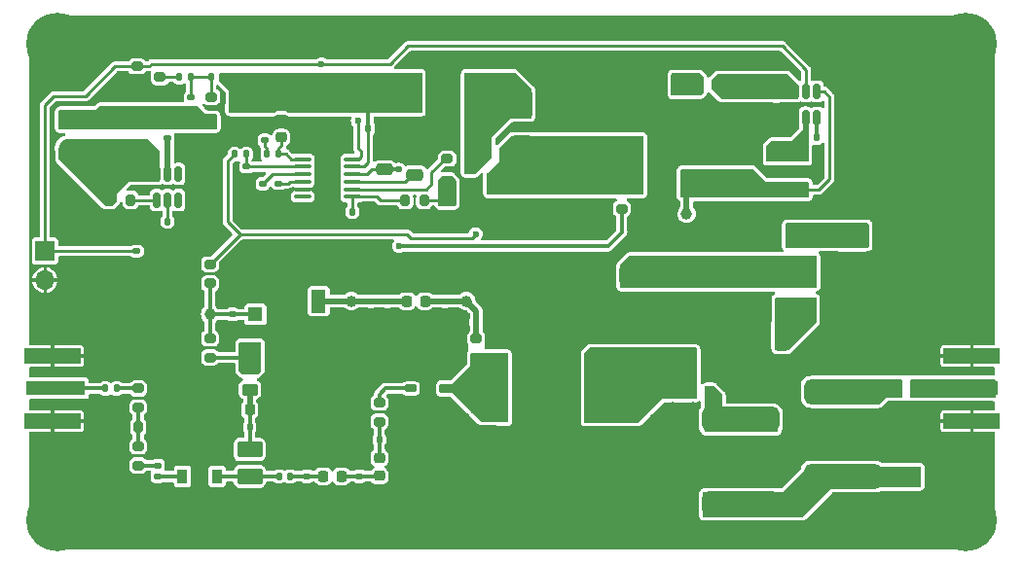
<source format=gtl>
%TF.GenerationSoftware,KiCad,Pcbnew,7.0.1*%
%TF.CreationDate,2023-07-29T01:53:36-07:00*%
%TF.ProjectId,FET_Amplifier_HW,4645545f-416d-4706-9c69-666965725f48,rev?*%
%TF.SameCoordinates,PX4b571c0PY5a995c0*%
%TF.FileFunction,Copper,L1,Top*%
%TF.FilePolarity,Positive*%
%FSLAX46Y46*%
G04 Gerber Fmt 4.6, Leading zero omitted, Abs format (unit mm)*
G04 Created by KiCad (PCBNEW 7.0.1) date 2023-07-29 01:53:36*
%MOMM*%
%LPD*%
G01*
G04 APERTURE LIST*
G04 Aperture macros list*
%AMRoundRect*
0 Rectangle with rounded corners*
0 $1 Rounding radius*
0 $2 $3 $4 $5 $6 $7 $8 $9 X,Y pos of 4 corners*
0 Add a 4 corners polygon primitive as box body*
4,1,4,$2,$3,$4,$5,$6,$7,$8,$9,$2,$3,0*
0 Add four circle primitives for the rounded corners*
1,1,$1+$1,$2,$3*
1,1,$1+$1,$4,$5*
1,1,$1+$1,$6,$7*
1,1,$1+$1,$8,$9*
0 Add four rect primitives between the rounded corners*
20,1,$1+$1,$2,$3,$4,$5,0*
20,1,$1+$1,$4,$5,$6,$7,0*
20,1,$1+$1,$6,$7,$8,$9,0*
20,1,$1+$1,$8,$9,$2,$3,0*%
%AMFreePoly0*
4,1,9,3.862500,-0.866500,0.737500,-0.866500,0.737500,-0.450000,-0.737500,-0.450000,-0.737500,0.450000,0.737500,0.450000,0.737500,0.866500,3.862500,0.866500,3.862500,-0.866500,3.862500,-0.866500,$1*%
G04 Aperture macros list end*
%TA.AperFunction,SMDPad,CuDef*%
%ADD10RoundRect,0.225000X0.250000X-0.225000X0.250000X0.225000X-0.250000X0.225000X-0.250000X-0.225000X0*%
%TD*%
%TA.AperFunction,SMDPad,CuDef*%
%ADD11C,1.000000*%
%TD*%
%TA.AperFunction,SMDPad,CuDef*%
%ADD12RoundRect,0.250000X0.850000X-0.375000X0.850000X0.375000X-0.850000X0.375000X-0.850000X-0.375000X0*%
%TD*%
%TA.AperFunction,SMDPad,CuDef*%
%ADD13RoundRect,0.225000X0.225000X0.250000X-0.225000X0.250000X-0.225000X-0.250000X0.225000X-0.250000X0*%
%TD*%
%TA.AperFunction,SMDPad,CuDef*%
%ADD14RoundRect,0.135000X-0.185000X0.135000X-0.185000X-0.135000X0.185000X-0.135000X0.185000X0.135000X0*%
%TD*%
%TA.AperFunction,SMDPad,CuDef*%
%ADD15RoundRect,0.218750X-0.218750X-0.256250X0.218750X-0.256250X0.218750X0.256250X-0.218750X0.256250X0*%
%TD*%
%TA.AperFunction,SMDPad,CuDef*%
%ADD16RoundRect,0.250000X-1.100000X0.325000X-1.100000X-0.325000X1.100000X-0.325000X1.100000X0.325000X0*%
%TD*%
%TA.AperFunction,SMDPad,CuDef*%
%ADD17RoundRect,0.200000X0.200000X0.275000X-0.200000X0.275000X-0.200000X-0.275000X0.200000X-0.275000X0*%
%TD*%
%TA.AperFunction,SMDPad,CuDef*%
%ADD18RoundRect,0.135000X0.135000X0.185000X-0.135000X0.185000X-0.135000X-0.185000X0.135000X-0.185000X0*%
%TD*%
%TA.AperFunction,SMDPad,CuDef*%
%ADD19RoundRect,0.250000X1.100000X-0.325000X1.100000X0.325000X-1.100000X0.325000X-1.100000X-0.325000X0*%
%TD*%
%TA.AperFunction,SMDPad,CuDef*%
%ADD20RoundRect,0.200000X-0.300000X-0.200000X0.300000X-0.200000X0.300000X0.200000X-0.300000X0.200000X0*%
%TD*%
%TA.AperFunction,SMDPad,CuDef*%
%ADD21RoundRect,0.200000X0.275000X-0.200000X0.275000X0.200000X-0.275000X0.200000X-0.275000X-0.200000X0*%
%TD*%
%TA.AperFunction,SMDPad,CuDef*%
%ADD22RoundRect,0.150000X0.150000X-0.512500X0.150000X0.512500X-0.150000X0.512500X-0.150000X-0.512500X0*%
%TD*%
%TA.AperFunction,SMDPad,CuDef*%
%ADD23RoundRect,0.140000X-0.170000X0.140000X-0.170000X-0.140000X0.170000X-0.140000X0.170000X0.140000X0*%
%TD*%
%TA.AperFunction,SMDPad,CuDef*%
%ADD24RoundRect,0.150000X-0.150000X0.512500X-0.150000X-0.512500X0.150000X-0.512500X0.150000X0.512500X0*%
%TD*%
%TA.AperFunction,SMDPad,CuDef*%
%ADD25RoundRect,0.140000X0.140000X0.170000X-0.140000X0.170000X-0.140000X-0.170000X0.140000X-0.170000X0*%
%TD*%
%TA.AperFunction,SMDPad,CuDef*%
%ADD26R,1.300000X1.300000*%
%TD*%
%TA.AperFunction,SMDPad,CuDef*%
%ADD27R,1.300000X2.000000*%
%TD*%
%TA.AperFunction,SMDPad,CuDef*%
%ADD28R,0.900000X1.300000*%
%TD*%
%TA.AperFunction,SMDPad,CuDef*%
%ADD29FreePoly0,90.000000*%
%TD*%
%TA.AperFunction,SMDPad,CuDef*%
%ADD30R,5.200000X1.270000*%
%TD*%
%TA.AperFunction,SMDPad,CuDef*%
%ADD31R,4.900000X1.350000*%
%TD*%
%TA.AperFunction,SMDPad,CuDef*%
%ADD32RoundRect,0.135000X0.185000X-0.135000X0.185000X0.135000X-0.185000X0.135000X-0.185000X-0.135000X0*%
%TD*%
%TA.AperFunction,SMDPad,CuDef*%
%ADD33RoundRect,0.200000X-0.275000X0.200000X-0.275000X-0.200000X0.275000X-0.200000X0.275000X0.200000X0*%
%TD*%
%TA.AperFunction,SMDPad,CuDef*%
%ADD34RoundRect,0.218750X0.256250X-0.218750X0.256250X0.218750X-0.256250X0.218750X-0.256250X-0.218750X0*%
%TD*%
%TA.AperFunction,SMDPad,CuDef*%
%ADD35RoundRect,0.140000X0.170000X-0.140000X0.170000X0.140000X-0.170000X0.140000X-0.170000X-0.140000X0*%
%TD*%
%TA.AperFunction,SMDPad,CuDef*%
%ADD36RoundRect,0.250000X0.650000X-1.000000X0.650000X1.000000X-0.650000X1.000000X-0.650000X-1.000000X0*%
%TD*%
%TA.AperFunction,SMDPad,CuDef*%
%ADD37RoundRect,0.100000X0.400000X-2.900000X0.400000X2.900000X-0.400000X2.900000X-0.400000X-2.900000X0*%
%TD*%
%TA.AperFunction,SMDPad,CuDef*%
%ADD38R,2.000000X1.500000*%
%TD*%
%TA.AperFunction,SMDPad,CuDef*%
%ADD39R,4.500000X8.000000*%
%TD*%
%TA.AperFunction,SMDPad,CuDef*%
%ADD40RoundRect,0.140000X-0.140000X-0.170000X0.140000X-0.170000X0.140000X0.170000X-0.140000X0.170000X0*%
%TD*%
%TA.AperFunction,ComponentPad*%
%ADD41R,1.700000X1.700000*%
%TD*%
%TA.AperFunction,ComponentPad*%
%ADD42O,1.700000X1.700000*%
%TD*%
%TA.AperFunction,SMDPad,CuDef*%
%ADD43R,2.350000X3.500000*%
%TD*%
%TA.AperFunction,SMDPad,CuDef*%
%ADD44RoundRect,0.200000X-0.200000X0.300000X-0.200000X-0.300000X0.200000X-0.300000X0.200000X0.300000X0*%
%TD*%
%TA.AperFunction,SMDPad,CuDef*%
%ADD45RoundRect,0.250000X0.475000X-0.250000X0.475000X0.250000X-0.475000X0.250000X-0.475000X-0.250000X0*%
%TD*%
%TA.AperFunction,ComponentPad*%
%ADD46C,0.800000*%
%TD*%
%TA.AperFunction,ComponentPad*%
%ADD47C,5.400000*%
%TD*%
%TA.AperFunction,SMDPad,CuDef*%
%ADD48RoundRect,0.250001X-0.849999X0.462499X-0.849999X-0.462499X0.849999X-0.462499X0.849999X0.462499X0*%
%TD*%
%TA.AperFunction,SMDPad,CuDef*%
%ADD49RoundRect,0.135000X-0.135000X-0.185000X0.135000X-0.185000X0.135000X0.185000X-0.135000X0.185000X0*%
%TD*%
%TA.AperFunction,SMDPad,CuDef*%
%ADD50C,0.250000*%
%TD*%
%TA.AperFunction,SMDPad,CuDef*%
%ADD51RoundRect,0.250000X-0.450000X0.262500X-0.450000X-0.262500X0.450000X-0.262500X0.450000X0.262500X0*%
%TD*%
%TA.AperFunction,SMDPad,CuDef*%
%ADD52RoundRect,0.540000X-2.825000X0.540000X-2.825000X-0.540000X2.825000X-0.540000X2.825000X0.540000X0*%
%TD*%
%TA.AperFunction,ComponentPad*%
%ADD53RoundRect,0.250000X-0.750000X0.600000X-0.750000X-0.600000X0.750000X-0.600000X0.750000X0.600000X0*%
%TD*%
%TA.AperFunction,ComponentPad*%
%ADD54O,2.000000X1.700000*%
%TD*%
%TA.AperFunction,SMDPad,CuDef*%
%ADD55RoundRect,0.250000X0.450000X-0.262500X0.450000X0.262500X-0.450000X0.262500X-0.450000X-0.262500X0*%
%TD*%
%TA.AperFunction,SMDPad,CuDef*%
%ADD56RoundRect,0.250000X-0.325000X-1.100000X0.325000X-1.100000X0.325000X1.100000X-0.325000X1.100000X0*%
%TD*%
%TA.AperFunction,SMDPad,CuDef*%
%ADD57RoundRect,0.225000X-0.250000X0.225000X-0.250000X-0.225000X0.250000X-0.225000X0.250000X0.225000X0*%
%TD*%
%TA.AperFunction,SMDPad,CuDef*%
%ADD58RoundRect,0.540000X2.825000X-0.540000X2.825000X0.540000X-2.825000X0.540000X-2.825000X-0.540000X0*%
%TD*%
%TA.AperFunction,SMDPad,CuDef*%
%ADD59R,3.700000X1.100000*%
%TD*%
%TA.AperFunction,SMDPad,CuDef*%
%ADD60RoundRect,0.200000X-0.200000X-0.275000X0.200000X-0.275000X0.200000X0.275000X-0.200000X0.275000X0*%
%TD*%
%TA.AperFunction,SMDPad,CuDef*%
%ADD61RoundRect,0.090000X-0.410000X-0.210000X0.410000X-0.210000X0.410000X0.210000X-0.410000X0.210000X0*%
%TD*%
%TA.AperFunction,SMDPad,CuDef*%
%ADD62RoundRect,0.120000X-0.580000X-0.280000X0.580000X-0.280000X0.580000X0.280000X-0.580000X0.280000X0*%
%TD*%
%TA.AperFunction,SMDPad,CuDef*%
%ADD63RoundRect,0.100000X-0.625000X-0.100000X0.625000X-0.100000X0.625000X0.100000X-0.625000X0.100000X0*%
%TD*%
%TA.AperFunction,SMDPad,CuDef*%
%ADD64R,1.650000X2.850000*%
%TD*%
%TA.AperFunction,ViaPad*%
%ADD65C,0.600000*%
%TD*%
%TA.AperFunction,ViaPad*%
%ADD66C,0.800000*%
%TD*%
%TA.AperFunction,Conductor*%
%ADD67C,0.250000*%
%TD*%
%TA.AperFunction,Conductor*%
%ADD68C,0.500000*%
%TD*%
%TA.AperFunction,Conductor*%
%ADD69C,0.350000*%
%TD*%
G04 APERTURE END LIST*
%TA.AperFunction,EtchedComponent*%
%TO.C,NT1*%
G36*
X70250000Y33600000D02*
G01*
X70000000Y33600000D01*
X70000000Y34350000D01*
X70250000Y34350000D01*
X70250000Y33600000D01*
G37*
%TD.AperFunction*%
%TD*%
D10*
%TO.P,C18,1*%
%TO.N,/Power Conversion/BOOST_VCOMP*%
X22450000Y36350000D03*
%TO.P,C18,2*%
%TO.N,GND*%
X22450000Y37900000D03*
%TD*%
D11*
%TO.P,TP10,1,1*%
%TO.N,V-5P0*%
X57700000Y29700000D03*
%TD*%
D12*
%TO.P,L5,1,1*%
%TO.N,/OUT_FILT_2*%
X77000000Y7000000D03*
%TO.P,L5,2,2*%
%TO.N,GND*%
X77000000Y9150000D03*
%TD*%
D13*
%TO.P,C11,1*%
%TO.N,/OUT_FILT_1*%
X59700000Y14200000D03*
%TO.P,C11,2*%
%TO.N,/FET_DRAIN*%
X58150000Y14200000D03*
%TD*%
D14*
%TO.P,R16,1*%
%TO.N,/Power Conversion/BOOST_FB*%
X19420000Y33800000D03*
%TO.P,R16,2*%
%TO.N,GND*%
X19420000Y32780000D03*
%TD*%
D15*
%TO.P,FB1,1,1*%
%TO.N,/BIAS*%
X33375000Y22100000D03*
%TO.P,FB1,2,2*%
%TO.N,/BIAS_FILT*%
X34950000Y22100000D03*
%TD*%
D16*
%TO.P,C26,1*%
%TO.N,BOOST_VOUT*%
X41670000Y31950000D03*
%TO.P,C26,2*%
%TO.N,GND*%
X41670000Y29000000D03*
%TD*%
D11*
%TO.P,TP8,1,1*%
%TO.N,GND*%
X41450000Y22100000D03*
%TD*%
%TO.P,TP12,1,1*%
%TO.N,GND*%
X52500000Y9600000D03*
%TD*%
D14*
%TO.P,R5,1*%
%TO.N,/Power Conversion/VIN_EXT*%
X12550000Y37310000D03*
%TO.P,R5,2*%
%TO.N,/Power Conversion/PROT_VDD*%
X12550000Y36290000D03*
%TD*%
D17*
%TO.P,R17,1*%
%TO.N,/Power Conversion/BOOST_CS*%
X34870000Y30850000D03*
%TO.P,R17,2*%
%TO.N,/Power Conversion/BOOST_ISNS*%
X33220000Y30850000D03*
%TD*%
D18*
%TO.P,R8,1*%
%TO.N,/Power Conversion/VIN_SW_G*%
X14600000Y41600000D03*
%TO.P,R8,2*%
%TO.N,/Power Conversion/VIN_SW_NFET_D*%
X13580000Y41600000D03*
%TD*%
D19*
%TO.P,C34,1*%
%TO.N,V-5P0*%
X58475000Y33000000D03*
%TO.P,C34,2*%
%TO.N,GND*%
X58475000Y35950000D03*
%TD*%
%TO.P,C10,1*%
%TO.N,GND*%
X72100000Y24350000D03*
%TO.P,C10,2*%
%TO.N,BOOST_VOUT*%
X72100000Y27300000D03*
%TD*%
D14*
%TO.P,R11,1*%
%TO.N,/Power Conversion/BOOST_EN*%
X9850000Y26450000D03*
%TO.P,R11,2*%
%TO.N,GND*%
X9850000Y25430000D03*
%TD*%
D20*
%TO.P,Q4,1,G*%
%TO.N,/Power Conversion/VIN_SW_G*%
X16350000Y39870000D03*
%TO.P,Q4,2,S*%
%TO.N,/Power Conversion/VIN_EXT*%
X16350000Y37970000D03*
%TO.P,Q4,3,D*%
%TO.N,/Power Conversion/BOOST_VIN*%
X18350000Y38920000D03*
%TD*%
D21*
%TO.P,R1,1*%
%TO.N,/FET_GATE*%
X39400000Y17175000D03*
%TO.P,R1,2*%
%TO.N,/BIAS_FILT*%
X39400000Y18825000D03*
%TD*%
D22*
%TO.P,U1,1,DO*%
%TO.N,/Power Conversion/PROT_DO*%
X11600000Y30900000D03*
%TO.P,U1,2,VM*%
%TO.N,/Power Conversion/PROT_VM*%
X12550000Y30900000D03*
%TO.P,U1,3,CO*%
%TO.N,/Power Conversion/PROT_CO*%
X13500000Y30900000D03*
%TO.P,U1,4,NC*%
%TO.N,unconnected-(U1-NC-Pad4)*%
X13500000Y33175000D03*
%TO.P,U1,5,VDD*%
%TO.N,/Power Conversion/PROT_VDD*%
X12550000Y33175000D03*
%TO.P,U1,6,VSS*%
%TO.N,/Power Conversion/BATT_GND*%
X11600000Y33175000D03*
%TD*%
D23*
%TO.P,C17,1*%
%TO.N,/Power Conversion/BOOST_SS*%
X20820000Y32300000D03*
%TO.P,C17,2*%
%TO.N,GND*%
X20820000Y31340000D03*
%TD*%
D24*
%TO.P,U3,1,FB*%
%TO.N,/Power Conversion/BUCK_FB*%
X69025000Y40350000D03*
%TO.P,U3,2,EN*%
%TO.N,/Power Conversion/BOOST_EN*%
X68075000Y40350000D03*
%TO.P,U3,3,IN*%
%TO.N,/Power Conversion/BUCK_VIN*%
X67125000Y40350000D03*
%TO.P,U3,4,GND*%
%TO.N,GND*%
X67125000Y38075000D03*
%TO.P,U3,5,SW*%
%TO.N,/Power Conversion/BUCK_SW*%
X68075000Y38075000D03*
%TO.P,U3,6,BST*%
%TO.N,/Power Conversion/BUCK_BST*%
X69025000Y38075000D03*
%TD*%
D25*
%TO.P,C40,1*%
%TO.N,/RF_IN*%
X23210000Y6850000D03*
%TO.P,C40,2*%
%TO.N,/RF_AMP_OUT*%
X22250000Y6850000D03*
%TD*%
D21*
%TO.P,R2,1*%
%TO.N,/IN_FILT_FINAL*%
X30980000Y11600000D03*
%TO.P,R2,2*%
%TO.N,/COAX_TP_IN*%
X30980000Y13250000D03*
%TD*%
D11*
%TO.P,TP7,1,1*%
%TO.N,/C_DAMP*%
X68100000Y20100000D03*
%TD*%
%TO.P,TP5,1,1*%
%TO.N,BOOST_VOUT*%
X53400000Y34500000D03*
%TD*%
D23*
%TO.P,C8,1*%
%TO.N,/FET_PWR_FILT*%
X60650000Y23500000D03*
%TO.P,C8,2*%
%TO.N,GND*%
X60650000Y22540000D03*
%TD*%
D26*
%TO.P,RV1,1,1*%
%TO.N,GND*%
X20200000Y23250000D03*
D27*
%TO.P,RV1,2,2*%
%TO.N,/BIAS*%
X25700000Y22100000D03*
D26*
%TO.P,RV1,3,3*%
%TO.N,/V-VCC_BIAS*%
X20200000Y20950000D03*
%TD*%
D11*
%TO.P,TP4,1,1*%
%TO.N,/FET_PWR_FILT*%
X63850000Y25000000D03*
%TD*%
D28*
%TO.P,U4,1*%
%TO.N,/RF_AMP_IN*%
X13850000Y6850000D03*
D29*
%TO.P,U4,2,GND*%
%TO.N,GND*%
X15350000Y6937500D03*
D28*
%TO.P,U4,3*%
%TO.N,/RF_AMP_OUT*%
X16850000Y6850000D03*
%TD*%
D23*
%TO.P,C31,1*%
%TO.N,/BIAS*%
X31650000Y22100000D03*
%TO.P,C31,2*%
%TO.N,GND*%
X31650000Y21140000D03*
%TD*%
D11*
%TO.P,TP13,1,1*%
%TO.N,GND*%
X37532233Y11032233D03*
%TD*%
D30*
%TO.P,J1,1,In*%
%TO.N,/RF_IN_EXT*%
X2800000Y14500000D03*
D31*
%TO.P,J1,2,Ext*%
%TO.N,GND*%
X2550000Y17325000D03*
X2550000Y11675000D03*
%TD*%
D32*
%TO.P,R7,1*%
%TO.N,/Power Conversion/VIN_EXT*%
X14600000Y38850000D03*
%TO.P,R7,2*%
%TO.N,/Power Conversion/VIN_SW_G*%
X14600000Y39870000D03*
%TD*%
D23*
%TO.P,C6,1*%
%TO.N,/BIAS_FILT*%
X36650000Y22100000D03*
%TO.P,C6,2*%
%TO.N,GND*%
X36650000Y21140000D03*
%TD*%
D33*
%TO.P,R12,1*%
%TO.N,/TEE_ATTN_IN*%
X10000000Y14500000D03*
%TO.P,R12,2*%
%TO.N,/TEE_ATTN*%
X10000000Y12850000D03*
%TD*%
D15*
%TO.P,FB4,1,1*%
%TO.N,BOOST_VOUT*%
X58750000Y40950000D03*
%TO.P,FB4,2,2*%
%TO.N,/Power Conversion/BUCK_VIN*%
X60325000Y40950000D03*
%TD*%
D34*
%TO.P,FB3,1,1*%
%TO.N,/FET_PWR_FILT*%
X68500000Y25600000D03*
%TO.P,FB3,2,2*%
%TO.N,BOOST_VOUT*%
X68500000Y27175000D03*
%TD*%
D11*
%TO.P,TP2,1,1*%
%TO.N,/BIAS_FILT*%
X38550000Y22100000D03*
%TD*%
D35*
%TO.P,C19,1*%
%TO.N,/Power Conversion/VC_RC*%
X21020000Y36100000D03*
%TO.P,C19,2*%
%TO.N,GND*%
X21020000Y37060000D03*
%TD*%
D36*
%TO.P,D1,1,K*%
%TO.N,BOOST_VOUT*%
X43320000Y35250000D03*
%TO.P,D1,2,A*%
%TO.N,/Power Conversion/BOOST_SW*%
X43320000Y39250000D03*
%TD*%
D37*
%TO.P,Q1,1,D*%
%TO.N,/FET_DRAIN*%
X49300000Y14550000D03*
%TO.P,Q1,2,G*%
%TO.N,/FET_GATE*%
X41700000Y14550000D03*
D38*
%TO.P,Q1,3,S*%
%TO.N,GND*%
X45500000Y9800000D03*
D39*
X45550000Y14550000D03*
D38*
X45500000Y19300000D03*
%TD*%
D40*
%TO.P,C5,1*%
%TO.N,/BIAS_FILT*%
X39400000Y20300000D03*
%TO.P,C5,2*%
%TO.N,GND*%
X40360000Y20300000D03*
%TD*%
D41*
%TO.P,J2,1,Pin_1*%
%TO.N,/Power Conversion/BOOST_EN*%
X1900000Y26475000D03*
D42*
%TO.P,J2,2,Pin_2*%
%TO.N,GND*%
X1900000Y23935000D03*
%TD*%
D21*
%TO.P,R19,1*%
%TO.N,/V-VCC_BIAS*%
X16250000Y23650000D03*
%TO.P,R19,2*%
%TO.N,BOOST_VOUT*%
X16250000Y25300000D03*
%TD*%
D43*
%TO.P,L7,1,1*%
%TO.N,/Power Conversion/BOOST_VIN*%
X33520000Y40250000D03*
%TO.P,L7,2,2*%
%TO.N,/Power Conversion/BOOST_SW*%
X39570000Y40250000D03*
%TD*%
D44*
%TO.P,Q2,1,G*%
%TO.N,/Power Conversion/PROT_DO*%
X9350000Y30900000D03*
%TO.P,Q2,2,S*%
%TO.N,/Power Conversion/BATT_GND*%
X7450000Y30900000D03*
%TO.P,Q2,3,D*%
%TO.N,GND*%
X8400000Y28900000D03*
%TD*%
D45*
%TO.P,C22,1*%
%TO.N,/Power Conversion/BOOST_DRV*%
X31420000Y33550000D03*
%TO.P,C22,2*%
%TO.N,GND*%
X31420000Y35450000D03*
%TD*%
D11*
%TO.P,TP1,1,1*%
%TO.N,/BIAS*%
X28550000Y22100000D03*
%TD*%
D46*
%TO.P,H4,1,1*%
%TO.N,GND*%
X975000Y3000000D03*
X1568109Y4431891D03*
X1568109Y1568109D03*
X3000000Y5025000D03*
D47*
X3000000Y3000000D03*
D46*
X3000000Y975000D03*
X4431891Y4431891D03*
X4431891Y1568109D03*
X5025000Y3000000D03*
%TD*%
D48*
%TO.P,L9,1,1*%
%TO.N,Net-(C38-Pad1)*%
X19700000Y9175000D03*
%TO.P,L9,2,2*%
%TO.N,/RF_AMP_OUT*%
X19700000Y6850000D03*
%TD*%
D11*
%TO.P,TP9,1,1*%
%TO.N,/V-VCC_BIAS*%
X16250000Y20950000D03*
%TD*%
D40*
%TO.P,C4,1*%
%TO.N,/IN_FILT_FINAL*%
X30980000Y10050000D03*
%TO.P,C4,2*%
%TO.N,GND*%
X31940000Y10050000D03*
%TD*%
D35*
%TO.P,C41,1*%
%TO.N,/RF_AMP_IN*%
X11700000Y6840000D03*
%TO.P,C41,2*%
%TO.N,/TEE_OUT*%
X11700000Y7800000D03*
%TD*%
D25*
%TO.P,C16,1*%
%TO.N,/Power Conversion/BOOST_VIN*%
X17310000Y41600000D03*
%TO.P,C16,2*%
%TO.N,/Power Conversion/VIN_SW_G*%
X16350000Y41600000D03*
%TD*%
D33*
%TO.P,R21,1*%
%TO.N,BOOST_VOUT*%
X52070000Y31800000D03*
%TO.P,R21,2*%
%TO.N,/Power Conversion/BOOST_DRV*%
X52070000Y30150000D03*
%TD*%
D23*
%TO.P,C37,1*%
%TO.N,/Power Conversion/BUCK_VIN*%
X65525000Y39950000D03*
%TO.P,C37,2*%
%TO.N,GND*%
X65525000Y38990000D03*
%TD*%
D18*
%TO.P,R20,1*%
%TO.N,/Power Conversion/BOOST_FB*%
X19420000Y34900000D03*
%TO.P,R20,2*%
%TO.N,BOOST_VOUT*%
X18400000Y34900000D03*
%TD*%
D40*
%TO.P,C39,1*%
%TO.N,GND*%
X18740000Y11150000D03*
%TO.P,C39,2*%
%TO.N,Net-(C38-Pad1)*%
X19700000Y11150000D03*
%TD*%
D34*
%TO.P,L2,1,1*%
%TO.N,/IN_FILT_LC*%
X30980000Y6875000D03*
%TO.P,L2,2,2*%
%TO.N,/IN_FILT_FINAL*%
X30980000Y8450000D03*
%TD*%
D49*
%TO.P,R6,1*%
%TO.N,/Power Conversion/PROT_VM*%
X12550000Y29050000D03*
%TO.P,R6,2*%
%TO.N,GND*%
X13570000Y29050000D03*
%TD*%
D50*
%TO.P,NT1,1,1*%
%TO.N,/Power Conversion/BUCK_FB*%
X70125000Y34350000D03*
%TO.P,NT1,2,2*%
%TO.N,V-5P0*%
X70125000Y33600000D03*
%TD*%
D51*
%TO.P,R4,1*%
%TO.N,/FET_PWR_FILT*%
X66100000Y23750000D03*
%TO.P,R4,2*%
%TO.N,/C_DAMP*%
X66100000Y21925000D03*
%TD*%
D46*
%TO.P,H1,1,1*%
%TO.N,GND*%
X975000Y44500000D03*
X1568109Y45931891D03*
X1568109Y43068109D03*
X3000000Y46525000D03*
D47*
X3000000Y44500000D03*
D46*
X3000000Y42475000D03*
X4431891Y45931891D03*
X4431891Y43068109D03*
X5025000Y44500000D03*
%TD*%
D25*
%TO.P,C1,1*%
%TO.N,/TEE_ATTN_IN*%
X8110000Y14500000D03*
%TO.P,C1,2*%
%TO.N,/RF_IN_EXT*%
X7150000Y14500000D03*
%TD*%
D15*
%TO.P,L1,1,1*%
%TO.N,/RF_IN*%
X26105000Y6850000D03*
%TO.P,L1,2,2*%
%TO.N,/IN_FILT_LC*%
X27680000Y6850000D03*
%TD*%
D20*
%TO.P,Q5,1,G*%
%TO.N,/Power Conversion/BOOST_GATE*%
X36870000Y34500000D03*
%TO.P,Q5,2,S*%
%TO.N,/Power Conversion/BOOST_CS*%
X36870000Y32600000D03*
%TO.P,Q5,3,D*%
%TO.N,/Power Conversion/BOOST_SW*%
X38870000Y33550000D03*
%TD*%
D30*
%TO.P,J5,1,In*%
%TO.N,/RF_OUT_EXT*%
X82250000Y14500000D03*
D31*
%TO.P,J5,2,Ext*%
%TO.N,GND*%
X82500000Y11675000D03*
X82500000Y17325000D03*
%TD*%
D32*
%TO.P,R9,1*%
%TO.N,GND*%
X22220000Y31330000D03*
%TO.P,R9,2*%
%TO.N,/Power Conversion/BOOST_RT*%
X22220000Y32350000D03*
%TD*%
D52*
%TO.P,L4,1,1*%
%TO.N,/OUT_FILT_1*%
X62400000Y11800000D03*
%TO.P,L4,2,2*%
%TO.N,/OUT_FILT_2*%
X62400000Y4430000D03*
%TD*%
D45*
%TO.P,C21,1*%
%TO.N,/Power Conversion/INTVCC*%
X34070000Y33100000D03*
%TO.P,C21,2*%
%TO.N,GND*%
X34070000Y35000000D03*
%TD*%
D16*
%TO.P,C29,1*%
%TO.N,BOOST_VOUT*%
X49320000Y31950000D03*
%TO.P,C29,2*%
%TO.N,GND*%
X49320000Y29000000D03*
%TD*%
D19*
%TO.P,C32,1*%
%TO.N,BOOST_VOUT*%
X50970000Y35900000D03*
%TO.P,C32,2*%
%TO.N,GND*%
X50970000Y38850000D03*
%TD*%
D53*
%TO.P,J3,1,Pin_1*%
%TO.N,/Power Conversion/VIN_EXT*%
X4050000Y37900000D03*
D54*
%TO.P,J3,2,Pin_2*%
%TO.N,/Power Conversion/BATT_GND*%
X4050000Y35400000D03*
%TD*%
D55*
%TO.P,R18,1*%
%TO.N,GND*%
X36870000Y29025000D03*
%TO.P,R18,2*%
%TO.N,/Power Conversion/BOOST_CS*%
X36870000Y30850000D03*
%TD*%
D25*
%TO.P,C20,1*%
%TO.N,GND*%
X30980000Y37150000D03*
%TO.P,C20,2*%
%TO.N,/Power Conversion/BOOST_VIN*%
X30020000Y37150000D03*
%TD*%
D16*
%TO.P,C27,1*%
%TO.N,BOOST_VOUT*%
X45470000Y31950000D03*
%TO.P,C27,2*%
%TO.N,GND*%
X45470000Y29000000D03*
%TD*%
D56*
%TO.P,C14,1*%
%TO.N,GND*%
X63000000Y19150000D03*
%TO.P,C14,2*%
%TO.N,/C_DAMP*%
X65950000Y19150000D03*
%TD*%
D19*
%TO.P,C28,1*%
%TO.N,BOOST_VOUT*%
X47370000Y35900000D03*
%TO.P,C28,2*%
%TO.N,GND*%
X47370000Y38850000D03*
%TD*%
%TO.P,C36,1*%
%TO.N,GND*%
X62925000Y38000000D03*
%TO.P,C36,2*%
%TO.N,/Power Conversion/BUCK_VIN*%
X62925000Y40950000D03*
%TD*%
D35*
%TO.P,C30,1*%
%TO.N,/V-VCC_BIAS*%
X18200000Y20950000D03*
%TO.P,C30,2*%
%TO.N,GND*%
X18200000Y21910000D03*
%TD*%
D46*
%TO.P,H3,1,1*%
%TO.N,GND*%
X79975000Y3000000D03*
X80568109Y4431891D03*
X80568109Y1568109D03*
X82000000Y5025000D03*
D47*
X82000000Y3000000D03*
D46*
X82000000Y975000D03*
X83431891Y4431891D03*
X83431891Y1568109D03*
X84025000Y3000000D03*
%TD*%
D33*
%TO.P,R10,1*%
%TO.N,/V-VCC_BIAS*%
X16250000Y18850000D03*
%TO.P,R10,2*%
%TO.N,V-5P0*%
X16250000Y17200000D03*
%TD*%
D19*
%TO.P,C25,1*%
%TO.N,/Power Conversion/BOOST_VIN*%
X30000000Y41400000D03*
%TO.P,C25,2*%
%TO.N,GND*%
X30000000Y44350000D03*
%TD*%
D57*
%TO.P,C12,1*%
%TO.N,/OUT_FILT_2*%
X67400000Y3750000D03*
%TO.P,C12,2*%
%TO.N,GND*%
X67400000Y2200000D03*
%TD*%
D51*
%TO.P,R3,1*%
%TO.N,/FET_PWR_FILT*%
X68300000Y23750000D03*
%TO.P,R3,2*%
%TO.N,/C_DAMP*%
X68300000Y21925000D03*
%TD*%
D40*
%TO.P,C15,1*%
%TO.N,/Power Conversion/BATT_GND*%
X11590000Y34900000D03*
%TO.P,C15,2*%
%TO.N,/Power Conversion/PROT_VDD*%
X12550000Y34900000D03*
%TD*%
D58*
%TO.P,L6,1,1*%
%TO.N,/OUT_FILT_2*%
X71300000Y6830000D03*
%TO.P,L6,2,2*%
%TO.N,/OUT_FILT_3*%
X71300000Y14200000D03*
%TD*%
D33*
%TO.P,R14,1*%
%TO.N,/TEE_ATTN*%
X10000000Y9450000D03*
%TO.P,R14,2*%
%TO.N,/TEE_OUT*%
X10000000Y7800000D03*
%TD*%
D23*
%TO.P,C9,1*%
%TO.N,/FET_PWR_FILT*%
X62100000Y23500000D03*
%TO.P,C9,2*%
%TO.N,GND*%
X62100000Y22540000D03*
%TD*%
D40*
%TO.P,C33,1*%
%TO.N,/Power Conversion/BUCK_SW*%
X68075000Y36350000D03*
%TO.P,C33,2*%
%TO.N,/Power Conversion/BUCK_BST*%
X69035000Y36350000D03*
%TD*%
D13*
%TO.P,C13,1*%
%TO.N,/RF_OUT_EXT*%
X77575000Y14500000D03*
%TO.P,C13,2*%
%TO.N,/OUT_FILT_3*%
X76025000Y14500000D03*
%TD*%
D59*
%TO.P,L8,1,1*%
%TO.N,/Power Conversion/BUCK_SW*%
X66475000Y34800000D03*
%TO.P,L8,2,2*%
%TO.N,V-5P0*%
X66475000Y31800000D03*
%TD*%
D20*
%TO.P,Q3,1,G*%
%TO.N,/Power Conversion/BOOST_EN*%
X9900000Y42550000D03*
%TO.P,Q3,2,S*%
%TO.N,GND*%
X9900000Y40650000D03*
%TO.P,Q3,3,D*%
%TO.N,/Power Conversion/VIN_SW_NFET_D*%
X11900000Y41600000D03*
%TD*%
D11*
%TO.P,TP6,1,1*%
%TO.N,/FET_DRAIN*%
X52500000Y12100000D03*
%TD*%
%TO.P,TP11,1,1*%
%TO.N,GND*%
X28550000Y19900000D03*
%TD*%
D60*
%TO.P,R13,1*%
%TO.N,GND*%
X8350000Y11150000D03*
%TO.P,R13,2*%
%TO.N,/TEE_ATTN*%
X10000000Y11150000D03*
%TD*%
D25*
%TO.P,C24,1*%
%TO.N,/Power Conversion/BOOST_ISNS*%
X28620000Y29900000D03*
%TO.P,C24,2*%
%TO.N,GND*%
X27660000Y29900000D03*
%TD*%
D19*
%TO.P,C35,1*%
%TO.N,V-5P0*%
X62025000Y33000000D03*
%TO.P,C35,2*%
%TO.N,GND*%
X62025000Y35950000D03*
%TD*%
D34*
%TO.P,FB2,1,1*%
%TO.N,/FET_PWR_FILT*%
X66800000Y25600000D03*
%TO.P,FB2,2,2*%
%TO.N,BOOST_VOUT*%
X66800000Y27175000D03*
%TD*%
D23*
%TO.P,C3,1*%
%TO.N,/IN_FILT_LC*%
X29230000Y6850000D03*
%TO.P,C3,2*%
%TO.N,GND*%
X29230000Y5890000D03*
%TD*%
%TO.P,C7,1*%
%TO.N,/BIAS*%
X30250000Y22100000D03*
%TO.P,C7,2*%
%TO.N,GND*%
X30250000Y21140000D03*
%TD*%
D13*
%TO.P,C38,1*%
%TO.N,Net-(C38-Pad1)*%
X19700000Y12650000D03*
%TO.P,C38,2*%
%TO.N,GND*%
X18150000Y12650000D03*
%TD*%
D52*
%TO.P,L3,1,1*%
%TO.N,/FET_PWR_FILT*%
X55250000Y24320000D03*
%TO.P,L3,2,2*%
%TO.N,/FET_DRAIN*%
X55250000Y16950000D03*
%TD*%
D49*
%TO.P,R15,1*%
%TO.N,/Power Conversion/VC_RC*%
X21200000Y34900000D03*
%TO.P,R15,2*%
%TO.N,/Power Conversion/BOOST_VCOMP*%
X22220000Y34900000D03*
%TD*%
D23*
%TO.P,C2,1*%
%TO.N,/RF_IN*%
X24680000Y6850000D03*
%TO.P,C2,2*%
%TO.N,GND*%
X24680000Y5890000D03*
%TD*%
D46*
%TO.P,H2,1,1*%
%TO.N,GND*%
X79975000Y44500000D03*
X80568109Y45931891D03*
X80568109Y43068109D03*
X82000000Y46525000D03*
D47*
X82000000Y44500000D03*
D46*
X82000000Y42475000D03*
X83431891Y45931891D03*
X83431891Y43068109D03*
X84025000Y44500000D03*
%TD*%
D11*
%TO.P,TP3,1,1*%
%TO.N,/FET_GATE*%
X39300000Y12800000D03*
%TD*%
D16*
%TO.P,C23,1*%
%TO.N,/Power Conversion/BOOST_VIN*%
X27000000Y39500000D03*
%TO.P,C23,2*%
%TO.N,GND*%
X27000000Y36550000D03*
%TD*%
D61*
%TO.P,J4,1,IN*%
%TO.N,/COAX_TP_IN*%
X33700000Y14500000D03*
%TO.P,J4,2,OUT*%
%TO.N,/FET_GATE*%
X36700000Y14500000D03*
D62*
%TO.P,J4,3,GND*%
%TO.N,GND*%
X34100000Y15800000D03*
X34100000Y13200000D03*
X36300000Y15800000D03*
X36300000Y13200000D03*
%TD*%
D55*
%TO.P,R22,1*%
%TO.N,Net-(C38-Pad1)*%
X19700000Y14400000D03*
%TO.P,R22,2*%
%TO.N,V-5P0*%
X19700000Y16225000D03*
%TD*%
D63*
%TO.P,U2,1,VC*%
%TO.N,/Power Conversion/BOOST_VCOMP*%
X24320000Y34450000D03*
%TO.P,U2,2,FBX*%
%TO.N,/Power Conversion/BOOST_FB*%
X24320000Y33800000D03*
%TO.P,U2,3,SS*%
%TO.N,/Power Conversion/BOOST_SS*%
X24320000Y33150000D03*
%TO.P,U2,4,RT*%
%TO.N,/Power Conversion/BOOST_RT*%
X24320000Y32500000D03*
%TO.P,U2,5,SYNC*%
%TO.N,GND*%
X24320000Y31850000D03*
%TO.P,U2,6,~{PGOOD}*%
%TO.N,/Power Conversion/BOOST_PG*%
X24320000Y31200000D03*
%TO.P,U2,7,SENSE*%
%TO.N,/Power Conversion/BOOST_ISNS*%
X28620000Y31200000D03*
%TO.P,U2,8,GATE*%
%TO.N,/Power Conversion/BOOST_GATE*%
X28620000Y31850000D03*
%TO.P,U2,9,INTVCC*%
%TO.N,/Power Conversion/INTVCC*%
X28620000Y32500000D03*
%TO.P,U2,10,DRIVE*%
%TO.N,/Power Conversion/BOOST_DRV*%
X28620000Y33150000D03*
%TO.P,U2,11,VIN*%
%TO.N,/Power Conversion/BOOST_VIN*%
X28620000Y33800000D03*
%TO.P,U2,12,EN/UVLO*%
%TO.N,/Power Conversion/BOOST_EN*%
X28620000Y34450000D03*
D64*
%TO.P,U2,13,GND*%
%TO.N,GND*%
X26470000Y32825000D03*
%TD*%
D65*
%TO.N,GND*%
X5550000Y17300000D03*
X2500000Y18550000D03*
X2500000Y10400000D03*
X8800000Y15350000D03*
X8800000Y13650000D03*
X6500000Y13650000D03*
X6500000Y15350000D03*
X5200000Y15800000D03*
X3850000Y15800000D03*
X2500000Y15800000D03*
X3850000Y13200000D03*
X5200000Y13200000D03*
X5550000Y11700000D03*
X2500000Y13200000D03*
X12650000Y5900000D03*
X11200000Y8700000D03*
X17950000Y5950000D03*
X21450000Y6050000D03*
X28150000Y7900000D03*
X25700000Y7900000D03*
X32100000Y6750000D03*
X31400000Y5850000D03*
X30000000Y9100000D03*
X30100000Y10800000D03*
X30350000Y14500000D03*
X31700000Y15300000D03*
%TO.N,BOOST_VOUT*%
X41050000Y33200000D03*
X39350000Y27950000D03*
%TO.N,GND*%
X52500000Y9600000D03*
X28550000Y19900000D03*
X33000000Y15800000D03*
X33000000Y13200000D03*
%TO.N,/Power Conversion/BOOST_EN*%
X25950000Y42750000D03*
X29100000Y37800000D03*
D66*
%TO.N,GND*%
X46350000Y21450000D03*
X44650000Y21450000D03*
X46350000Y7650000D03*
X44650000Y7650000D03*
X61000000Y15150000D03*
X58250000Y11200000D03*
D65*
X59750000Y10000000D03*
X65250000Y13550000D03*
X61275000Y10000000D03*
X62800000Y10000000D03*
X61550000Y13550000D03*
X66450000Y12050000D03*
X65850000Y10000000D03*
X66400000Y13200000D03*
X63400000Y13550000D03*
X66450000Y10950000D03*
X64325000Y10000000D03*
X78986440Y8085375D03*
X79000000Y6450000D03*
X78050000Y5050000D03*
X76187500Y5000000D03*
X74325000Y5000000D03*
X72462500Y5000000D03*
X68300000Y2200000D03*
X67400000Y1350000D03*
X66500000Y2200000D03*
X70600000Y5000000D03*
X69350000Y3700000D03*
X75100000Y8700000D03*
X73550000Y8600000D03*
X72250000Y8600000D03*
X70650000Y8550000D03*
X69050000Y8550000D03*
X67500000Y8000000D03*
X66650000Y7050000D03*
X65700000Y6200000D03*
X58300000Y4150000D03*
X58350000Y3000000D03*
X58300000Y5250000D03*
X61100000Y2650000D03*
X58950000Y6100000D03*
X60200000Y6200000D03*
X61500000Y6200000D03*
X59500000Y2650000D03*
X62750000Y2650000D03*
X64450000Y2650000D03*
X62850000Y6200000D03*
X64150000Y6200000D03*
X23950000Y5850000D03*
X24700000Y5250000D03*
X25400000Y5850000D03*
X28500000Y5850000D03*
X29250000Y5250000D03*
X29950000Y5850000D03*
X31950000Y9300000D03*
X32600000Y10050000D03*
X31950000Y10800000D03*
X75200000Y12900000D03*
X73400000Y12450000D03*
X71700000Y12450000D03*
X70050000Y12450000D03*
X68450000Y12450000D03*
X67300000Y12800000D03*
X67250000Y13950000D03*
X67250000Y15050000D03*
X67850000Y16000000D03*
X69150000Y16000000D03*
X70450000Y16000000D03*
X30900000Y45250000D03*
X29050000Y45250000D03*
X30000000Y45250000D03*
X51000000Y39750000D03*
X31120000Y36300000D03*
D66*
X56550000Y18750000D03*
X51950000Y18750000D03*
D65*
X71200000Y23400000D03*
D66*
X45500000Y22300000D03*
D65*
X44625000Y11100000D03*
X57675000Y37000000D03*
X75700000Y16000000D03*
D66*
X54350000Y18750000D03*
D65*
X45550000Y14100000D03*
X46475000Y16100000D03*
X14850000Y8050000D03*
X15850000Y8050000D03*
X62900000Y22150000D03*
D66*
X47200000Y20700000D03*
X49100000Y10800000D03*
D65*
X47400000Y12100000D03*
X82500000Y18650000D03*
X72100000Y23400000D03*
X43700000Y17100000D03*
X58525000Y37000000D03*
X47400000Y14100000D03*
X77000000Y10300000D03*
D66*
X59400000Y17400000D03*
D65*
X33620000Y35800000D03*
D66*
X53500000Y10800000D03*
D65*
X45550000Y13100000D03*
X46475000Y11100000D03*
X77000000Y16000000D03*
X45550000Y15100000D03*
X46475000Y15100000D03*
X45550000Y11100000D03*
D66*
X48500000Y7700000D03*
D65*
X45550000Y16100000D03*
X18100000Y11150000D03*
X34420000Y35800000D03*
X44625000Y12100000D03*
D66*
X46177140Y28000000D03*
D65*
X44625000Y16100000D03*
X64625000Y38000000D03*
D66*
X48905710Y28000000D03*
D65*
X45550000Y17100000D03*
X26050000Y35700000D03*
D66*
X48500000Y21500000D03*
D65*
X26020000Y33900000D03*
D66*
X49900000Y18750000D03*
D65*
X82500000Y10350000D03*
X14850000Y9250000D03*
D66*
X58250000Y12900000D03*
D65*
X21500000Y37750000D03*
D66*
X19050000Y23600000D03*
X43800000Y8400000D03*
X41800000Y10800000D03*
D65*
X14850000Y10450000D03*
X78300000Y16000000D03*
X73100000Y16000000D03*
X46000000Y18900000D03*
X45000000Y18900000D03*
X78400000Y10000000D03*
D66*
X43800000Y9900000D03*
D65*
X38150000Y16600000D03*
X16600000Y8200000D03*
X44625000Y18100000D03*
X47400000Y15100000D03*
X15350000Y9850000D03*
X37532233Y11032233D03*
X27000000Y35700000D03*
D66*
X48500000Y20000000D03*
D65*
X44625000Y17100000D03*
X14100000Y11200000D03*
X40150000Y11000000D03*
X46475000Y13100000D03*
D66*
X47541425Y28000000D03*
D65*
X63775000Y37000000D03*
X46450000Y39800000D03*
X15350000Y7450000D03*
X46000000Y10400000D03*
X44625000Y14100000D03*
D66*
X47200000Y6900000D03*
D65*
X61850000Y21800000D03*
X14100000Y10200000D03*
X82250000Y13000000D03*
X78300000Y13000000D03*
X45000000Y19700000D03*
X79400000Y17300000D03*
D66*
X42084285Y28000000D03*
D65*
X83550000Y16000000D03*
X43700000Y14100000D03*
D66*
X36650000Y20300000D03*
D65*
X44625000Y15100000D03*
X82250000Y16000000D03*
X16600000Y11200000D03*
D66*
X35770000Y28450000D03*
D65*
X61125000Y37000000D03*
X31620000Y37150000D03*
D66*
X47200000Y8400000D03*
D65*
X27000000Y29900000D03*
X15350000Y5850000D03*
X66525000Y38450000D03*
X31870000Y36300000D03*
X38300000Y17700000D03*
X62025000Y37000000D03*
X46475000Y12100000D03*
X66525000Y37700000D03*
D66*
X42500000Y9200000D03*
D65*
X25970000Y32800000D03*
X15850000Y10450000D03*
X62100000Y19150000D03*
X9000000Y40650000D03*
X79600000Y16000000D03*
X45550000Y18100000D03*
D66*
X43800000Y22300000D03*
D65*
X44625000Y13100000D03*
X41450000Y22100000D03*
X80900000Y13000000D03*
D66*
X7500000Y28600000D03*
X8000000Y27850000D03*
D65*
X26970000Y31750000D03*
X35200000Y13200000D03*
X47350000Y39800000D03*
X14100000Y9200000D03*
X16600000Y10200000D03*
X48200000Y39800000D03*
X27900000Y35700000D03*
X62100000Y20100000D03*
X7550000Y11150000D03*
D66*
X44812855Y28000000D03*
D65*
X47400000Y13100000D03*
X45000000Y9600000D03*
X41000000Y20300000D03*
X47400000Y18100000D03*
X62100000Y18300000D03*
D66*
X45500000Y20700000D03*
D65*
X71800000Y16000000D03*
X51850000Y39750000D03*
X43700000Y12100000D03*
D66*
X43800000Y20700000D03*
D65*
X25970000Y31750000D03*
D66*
X56500000Y12900000D03*
D65*
X59375000Y37000000D03*
X16600000Y9200000D03*
D66*
X31650000Y20400000D03*
X54900000Y11900000D03*
D65*
X65525000Y38400000D03*
X72950000Y23400000D03*
X15850000Y9250000D03*
D66*
X37970000Y28500000D03*
X9300000Y28650000D03*
X43800000Y19200000D03*
D65*
X75600000Y10000000D03*
D66*
X47200000Y9900000D03*
X18200000Y22650000D03*
D65*
X46475000Y17100000D03*
D66*
X50270000Y28000000D03*
X30250000Y20400000D03*
X47200000Y22300000D03*
D65*
X45550000Y12100000D03*
X46475000Y14100000D03*
D66*
X40720000Y28000000D03*
D65*
X23050000Y31650000D03*
X83550000Y13000000D03*
X43700000Y13100000D03*
X43700000Y11100000D03*
D66*
X47200000Y19200000D03*
D65*
X47400000Y16100000D03*
X15350000Y8650000D03*
X18720000Y32750000D03*
X17350000Y12650000D03*
D66*
X42500000Y7700000D03*
X8900000Y27850000D03*
X45500000Y6900000D03*
D65*
X26970000Y32800000D03*
X50100000Y39750000D03*
D66*
X58600000Y18750000D03*
D65*
X21520000Y31350000D03*
X43700000Y15100000D03*
X45000000Y10400000D03*
X46000000Y19700000D03*
X46000000Y9600000D03*
X14100000Y8200000D03*
X15350000Y11250000D03*
X26970000Y33900000D03*
X80900000Y16000000D03*
D66*
X48500000Y9200000D03*
D65*
X37450000Y13050000D03*
X62925000Y37000000D03*
X79400000Y11700000D03*
X9850000Y24800000D03*
D66*
X42500000Y20000000D03*
D65*
X39000000Y11500000D03*
X38250000Y12250000D03*
X43700000Y16100000D03*
D66*
X50800000Y10800000D03*
D65*
X43700000Y18100000D03*
X46475000Y18100000D03*
X79600000Y13000000D03*
X40500000Y18200000D03*
X74400000Y16000000D03*
X47400000Y17100000D03*
D66*
X45500000Y8400000D03*
X43800000Y6900000D03*
D65*
X47400000Y11100000D03*
X60800000Y21800000D03*
X14200000Y29050000D03*
X37400000Y15850000D03*
D66*
X59400000Y16100000D03*
D65*
X77000000Y13000000D03*
X59900000Y22200000D03*
D66*
X43448570Y28000000D03*
D65*
X35200000Y15800000D03*
X41650000Y18200000D03*
D66*
%TO.N,BOOST_VOUT*%
X56800000Y41450000D03*
X50800000Y34500000D03*
X50800000Y33350000D03*
X52050000Y33350000D03*
X49550000Y34500000D03*
X71800000Y28450000D03*
X56800000Y40500000D03*
X68050000Y28450000D03*
X66800000Y28450000D03*
X57700000Y41450000D03*
X73050000Y28450000D03*
X48300000Y33350000D03*
X49550000Y33350000D03*
X53400000Y33350000D03*
X70550000Y28450000D03*
X57700000Y40500000D03*
X69300000Y28450000D03*
X48300000Y34500000D03*
X53400000Y34500000D03*
X52050000Y34500000D03*
D65*
%TO.N,/Power Conversion/BATT_GND*%
X10900000Y34900000D03*
X7450000Y31800000D03*
X10900000Y33150000D03*
%TO.N,/Power Conversion/BOOST_DRV*%
X32700000Y26900000D03*
X32670000Y33550000D03*
D66*
%TO.N,V-5P0*%
X19250000Y18100000D03*
X62050000Y31650000D03*
X58787500Y31650000D03*
X60962500Y31650000D03*
X59875000Y31650000D03*
X57700000Y31650000D03*
X20200000Y17200000D03*
X20200000Y18100000D03*
X19250000Y17200000D03*
%TD*%
D67*
%TO.N,/Power Conversion/BOOST_VCOMP*%
X22220000Y35420000D02*
X22450000Y35650000D01*
X22450000Y35650000D02*
X22450000Y36350000D01*
X22220000Y34900000D02*
X22220000Y35420000D01*
D68*
%TO.N,V-5P0*%
X57700000Y29700000D02*
X57700000Y31650000D01*
D67*
%TO.N,BOOST_VOUT*%
X33400000Y27900000D02*
X18850000Y27900000D01*
X33700000Y27600000D02*
X33400000Y27900000D01*
X39000000Y27600000D02*
X33700000Y27600000D01*
X39350000Y27950000D02*
X39000000Y27600000D01*
X17750000Y34250000D02*
X18400000Y34900000D01*
X17750000Y29000000D02*
X17750000Y34250000D01*
X18850000Y27900000D02*
X17750000Y29000000D01*
X16250000Y25300000D02*
X18850000Y27900000D01*
X41670000Y31950000D02*
X40850000Y31950000D01*
D69*
%TO.N,V-5P0*%
X16250000Y17200000D02*
X19250000Y17200000D01*
%TO.N,/V-VCC_BIAS*%
X16250000Y18850000D02*
X16250000Y20950000D01*
X16250000Y20950000D02*
X16250000Y23650000D01*
D67*
%TO.N,/Power Conversion/BOOST_EN*%
X68100000Y40375000D02*
X68075000Y40350000D01*
X33450000Y44300000D02*
X66050000Y44300000D01*
X66050000Y44300000D02*
X68100000Y42250000D01*
X68100000Y42250000D02*
X68100000Y40375000D01*
X31900000Y42750000D02*
X33450000Y44300000D01*
X25950000Y42750000D02*
X31900000Y42750000D01*
X10950000Y42550000D02*
X9900000Y42550000D01*
X11150000Y42750000D02*
X10950000Y42550000D01*
X25950000Y42750000D02*
X11150000Y42750000D01*
X29150000Y34450000D02*
X28620000Y34450000D01*
X29400000Y35150000D02*
X29400000Y34700000D01*
X29100000Y35450000D02*
X29400000Y35150000D01*
X29400000Y34700000D02*
X29150000Y34450000D01*
X29100000Y37800000D02*
X29100000Y35450000D01*
%TO.N,/Power Conversion/VIN_SW_G*%
X16350000Y41600000D02*
X16350000Y39870000D01*
X14600000Y41600000D02*
X16350000Y41600000D01*
X14600000Y41600000D02*
X14600000Y39870000D01*
%TO.N,/Power Conversion/VIN_SW_NFET_D*%
X11900000Y41600000D02*
X13580000Y41600000D01*
%TO.N,/Power Conversion/BOOST_EN*%
X2650000Y39950000D02*
X5400000Y39950000D01*
X5400000Y39950000D02*
X8000000Y42550000D01*
X8000000Y42550000D02*
X9900000Y42550000D01*
X1900000Y39200000D02*
X2650000Y39950000D01*
X1900000Y26475000D02*
X1900000Y39200000D01*
D68*
%TO.N,/Power Conversion/PROT_VDD*%
X12550000Y34900000D02*
X12550000Y36290000D01*
X12550000Y33175000D02*
X12550000Y34900000D01*
D67*
%TO.N,/Power Conversion/PROT_VM*%
X12550000Y30900000D02*
X12550000Y29050000D01*
%TO.N,/Power Conversion/PROT_DO*%
X9350000Y30900000D02*
X11600000Y30900000D01*
%TO.N,/Power Conversion/BOOST_EN*%
X9825000Y26475000D02*
X9850000Y26450000D01*
X1900000Y26475000D02*
X9825000Y26475000D01*
D69*
%TO.N,/COAX_TP_IN*%
X31500000Y14500000D02*
X33700000Y14500000D01*
X30980000Y13980000D02*
X31500000Y14500000D01*
X30980000Y13250000D02*
X30980000Y13980000D01*
%TO.N,/IN_FILT_FINAL*%
X30980000Y10050000D02*
X30980000Y11600000D01*
X30980000Y8450000D02*
X30980000Y10050000D01*
%TO.N,/IN_FILT_LC*%
X29230000Y6850000D02*
X30955000Y6850000D01*
X30955000Y6850000D02*
X30980000Y6875000D01*
X27680000Y6850000D02*
X29230000Y6850000D01*
%TO.N,/RF_IN*%
X24680000Y6850000D02*
X26105000Y6850000D01*
X23210000Y6850000D02*
X24680000Y6850000D01*
%TO.N,/RF_AMP_IN*%
X13840000Y6840000D02*
X13850000Y6850000D01*
X11700000Y6840000D02*
X13840000Y6840000D01*
%TO.N,/TEE_OUT*%
X10000000Y7800000D02*
X11700000Y7800000D01*
%TO.N,/TEE_ATTN*%
X10000000Y12850000D02*
X10000000Y9450000D01*
%TO.N,/TEE_ATTN_IN*%
X8110000Y14500000D02*
X10000000Y14500000D01*
%TO.N,/RF_AMP_OUT*%
X16850000Y6850000D02*
X22250000Y6850000D01*
%TO.N,Net-(C38-Pad1)*%
X19700000Y9175000D02*
X19700000Y11150000D01*
X19700000Y11150000D02*
X19700000Y12650000D01*
D68*
X19700000Y14400000D02*
X19700000Y12650000D01*
D69*
%TO.N,/Power Conversion/BOOST_VIN*%
X30020000Y37150000D02*
X30020000Y38880000D01*
D67*
%TO.N,V-5P0*%
X69200000Y31800000D02*
X66475000Y31800000D01*
X70125000Y32725000D02*
X69200000Y31800000D01*
X70125000Y33600000D02*
X70125000Y32725000D01*
%TO.N,/Power Conversion/BUCK_FB*%
X70125000Y39875000D02*
X70125000Y34350000D01*
X69025000Y40350000D02*
X69650000Y40350000D01*
X69650000Y40350000D02*
X70125000Y39875000D01*
D69*
%TO.N,/Power Conversion/BUCK_BST*%
X69035000Y38065000D02*
X69025000Y38075000D01*
X69035000Y36350000D02*
X69035000Y38065000D01*
%TO.N,/RF_IN_EXT*%
X2750000Y14500000D02*
X7150000Y14500000D01*
D68*
%TO.N,/BIAS_FILT*%
X39400000Y21250000D02*
X38550000Y22100000D01*
X39400000Y18825000D02*
X39400000Y20300000D01*
X36650000Y22100000D02*
X34950000Y22100000D01*
X38550000Y22100000D02*
X36650000Y22100000D01*
X39400000Y20300000D02*
X39400000Y21250000D01*
%TO.N,/BIAS*%
X33375000Y22100000D02*
X28550000Y22100000D01*
X28550000Y22100000D02*
X25700000Y22100000D01*
D67*
%TO.N,/Power Conversion/BOOST_VIN*%
X28620000Y33800000D02*
X29620000Y33800000D01*
X29620000Y33800000D02*
X30020000Y34200000D01*
X30020000Y34200000D02*
X30020000Y37150000D01*
%TO.N,/Power Conversion/BOOST_SS*%
X21670000Y33150000D02*
X24320000Y33150000D01*
X20820000Y32300000D02*
X21670000Y33150000D01*
%TO.N,/Power Conversion/BOOST_VCOMP*%
X23300000Y34450000D02*
X22850000Y34900000D01*
X24320000Y34450000D02*
X23300000Y34450000D01*
X22850000Y34900000D02*
X22220000Y34900000D01*
%TO.N,/Power Conversion/VC_RC*%
X21200000Y35400000D02*
X21020000Y35580000D01*
X21020000Y35580000D02*
X21020000Y36100000D01*
X21200000Y34900000D02*
X21200000Y35400000D01*
%TO.N,/Power Conversion/INTVCC*%
X33220000Y32500000D02*
X33820000Y33100000D01*
X33820000Y33100000D02*
X34070000Y33100000D01*
X28620000Y32500000D02*
X33220000Y32500000D01*
%TO.N,/Power Conversion/BOOST_DRV*%
X29920000Y33150000D02*
X30320000Y33550000D01*
X28620000Y33150000D02*
X29920000Y33150000D01*
D69*
X52070000Y28100000D02*
X52070000Y30150000D01*
X31420000Y33550000D02*
X32670000Y33550000D01*
D67*
X30320000Y33550000D02*
X31420000Y33550000D01*
D69*
X50870000Y26900000D02*
X52070000Y28100000D01*
X32700000Y26900000D02*
X50870000Y26900000D01*
D67*
%TO.N,/Power Conversion/BOOST_ISNS*%
X30720000Y31200000D02*
X31070000Y30850000D01*
X28620000Y31200000D02*
X30720000Y31200000D01*
X28620000Y31200000D02*
X28620000Y29900000D01*
X31070000Y30850000D02*
X33220000Y30850000D01*
D69*
%TO.N,/V-VCC_BIAS*%
X20200000Y20950000D02*
X18200000Y20950000D01*
X18200000Y20950000D02*
X16250000Y20950000D01*
D67*
%TO.N,/Power Conversion/BOOST_GATE*%
X35520000Y33300000D02*
X35520000Y32350000D01*
X36720000Y34500000D02*
X35520000Y33300000D01*
X35020000Y31850000D02*
X28620000Y31850000D01*
X35520000Y32350000D02*
X35020000Y31850000D01*
X36870000Y34500000D02*
X36720000Y34500000D01*
%TO.N,/Power Conversion/BOOST_CS*%
X34870000Y30850000D02*
X36870000Y30850000D01*
%TO.N,/Power Conversion/BOOST_RT*%
X22220000Y32350000D02*
X23050000Y32350000D01*
X23200000Y32500000D02*
X24320000Y32500000D01*
X23050000Y32350000D02*
X23200000Y32500000D01*
%TO.N,/Power Conversion/BOOST_FB*%
X19420000Y33800000D02*
X19420000Y34900000D01*
X24320000Y33800000D02*
X19420000Y33800000D01*
%TD*%
%TA.AperFunction,Conductor*%
%TO.N,/RF_OUT_EXT*%
G36*
X84538000Y15283387D02*
G01*
X84583387Y15238000D01*
X84600000Y15176000D01*
X84600000Y13824000D01*
X84583387Y13762000D01*
X84538000Y13716613D01*
X84476000Y13700000D01*
X77274000Y13700000D01*
X77212000Y13716613D01*
X77166613Y13762000D01*
X77150000Y13824000D01*
X77150000Y15176000D01*
X77166613Y15238000D01*
X77212000Y15283387D01*
X77274000Y15300000D01*
X84476000Y15300000D01*
X84538000Y15283387D01*
G37*
%TD.AperFunction*%
%TD*%
%TA.AperFunction,Conductor*%
%TO.N,/Power Conversion/BUCK_SW*%
G36*
X68263000Y38733387D02*
G01*
X68308387Y38688000D01*
X68325000Y38626000D01*
X68325000Y34374000D01*
X68308387Y34312000D01*
X68263000Y34266613D01*
X68201000Y34250000D01*
X64749000Y34250000D01*
X64687000Y34266613D01*
X64641613Y34312000D01*
X64625000Y34374000D01*
X64625000Y35548638D01*
X64634439Y35596091D01*
X64661319Y35636319D01*
X65038681Y36013681D01*
X65078909Y36040561D01*
X65126362Y36050000D01*
X66825000Y36050000D01*
X67825000Y37050000D01*
X67825000Y38626000D01*
X67841613Y38688000D01*
X67887000Y38733387D01*
X67949000Y38750000D01*
X68201000Y38750000D01*
X68263000Y38733387D01*
G37*
%TD.AperFunction*%
%TD*%
%TA.AperFunction,Conductor*%
%TO.N,V-5P0*%
G36*
X63496091Y33590561D02*
G01*
X63536319Y33563681D01*
X64600000Y32500000D01*
X68226000Y32500000D01*
X68288000Y32483387D01*
X68333387Y32438000D01*
X68350000Y32376000D01*
X68350000Y31224000D01*
X68333387Y31162000D01*
X68288000Y31116613D01*
X68226000Y31100000D01*
X57274000Y31100000D01*
X57212000Y31116613D01*
X57166613Y31162000D01*
X57150000Y31224000D01*
X57150000Y33476000D01*
X57166613Y33538000D01*
X57212000Y33583387D01*
X57274000Y33600000D01*
X63448638Y33600000D01*
X63496091Y33590561D01*
G37*
%TD.AperFunction*%
%TD*%
%TA.AperFunction,Conductor*%
%TO.N,/C_DAMP*%
G36*
X68938000Y22433387D02*
G01*
X68983387Y22388000D01*
X69000000Y22326000D01*
X69000000Y20301362D01*
X68990561Y20253909D01*
X68963681Y20213681D01*
X66586319Y17836319D01*
X66546091Y17809439D01*
X66498638Y17800000D01*
X65524000Y17800000D01*
X65462000Y17816613D01*
X65416613Y17862000D01*
X65400000Y17924000D01*
X65400000Y22326000D01*
X65416613Y22388000D01*
X65462000Y22433387D01*
X65524000Y22450000D01*
X68876000Y22450000D01*
X68938000Y22433387D01*
G37*
%TD.AperFunction*%
%TD*%
%TA.AperFunction,Conductor*%
%TO.N,V-5P0*%
G36*
X20638000Y18533387D02*
G01*
X20683387Y18488000D01*
X20700000Y18426000D01*
X20700000Y16101362D01*
X20690561Y16053909D01*
X20663681Y16013681D01*
X20386319Y15736319D01*
X20346091Y15709439D01*
X20298638Y15700000D01*
X19101362Y15700000D01*
X19053909Y15709439D01*
X19013681Y15736319D01*
X18786319Y15963681D01*
X18759439Y16003909D01*
X18750000Y16051362D01*
X18750000Y18426000D01*
X18766613Y18488000D01*
X18812000Y18533387D01*
X18874000Y18550000D01*
X20576000Y18550000D01*
X20638000Y18533387D01*
G37*
%TD.AperFunction*%
%TD*%
%TA.AperFunction,Conductor*%
%TO.N,/OUT_FILT_1*%
G36*
X60046091Y14690561D02*
G01*
X60086319Y14663681D01*
X60763681Y13986319D01*
X60790561Y13946091D01*
X60800000Y13898638D01*
X60800000Y12300000D01*
X65526000Y12300000D01*
X65588000Y12283387D01*
X65633387Y12238000D01*
X65650000Y12176000D01*
X65650000Y10824000D01*
X65633387Y10762000D01*
X65588000Y10716613D01*
X65526000Y10700000D01*
X59374000Y10700000D01*
X59312000Y10716613D01*
X59266613Y10762000D01*
X59250000Y10824000D01*
X59250000Y14576000D01*
X59266613Y14638000D01*
X59312000Y14683387D01*
X59374000Y14700000D01*
X59998638Y14700000D01*
X60046091Y14690561D01*
G37*
%TD.AperFunction*%
%TD*%
%TA.AperFunction,Conductor*%
%TO.N,/FET_GATE*%
G36*
X42138000Y17583387D02*
G01*
X42183387Y17538000D01*
X42200000Y17476000D01*
X42200000Y11724000D01*
X42183387Y11662000D01*
X42138000Y11616613D01*
X42076000Y11600000D01*
X39851362Y11600000D01*
X39803909Y11609439D01*
X39763681Y11636319D01*
X37300000Y14100000D01*
X36324000Y14100000D01*
X36262000Y14116613D01*
X36216613Y14162000D01*
X36200000Y14224000D01*
X36200000Y14776000D01*
X36216613Y14838000D01*
X36262000Y14883387D01*
X36324000Y14900000D01*
X37300000Y14900000D01*
X38900000Y16500000D01*
X38900000Y17476000D01*
X38916613Y17538000D01*
X38962000Y17583387D01*
X39024000Y17600000D01*
X42076000Y17600000D01*
X42138000Y17583387D01*
G37*
%TD.AperFunction*%
%TD*%
%TA.AperFunction,Conductor*%
%TO.N,/Power Conversion/BOOST_VIN*%
G36*
X34638000Y41983387D02*
G01*
X34683387Y41938000D01*
X34700000Y41876000D01*
X34700000Y38624000D01*
X34683387Y38562000D01*
X34638000Y38516613D01*
X34576000Y38500000D01*
X23116880Y38500000D01*
X23077356Y38506468D01*
X23041957Y38525194D01*
X22959975Y38587364D01*
X22959972Y38587366D01*
X22959971Y38587366D01*
X22825590Y38640360D01*
X22741148Y38650500D01*
X22741144Y38650500D01*
X22158856Y38650500D01*
X22158852Y38650500D01*
X22074409Y38640360D01*
X21940028Y38587366D01*
X21940025Y38587365D01*
X21940025Y38587364D01*
X21858042Y38525194D01*
X21822644Y38506468D01*
X21783120Y38500000D01*
X18024000Y38500000D01*
X17962000Y38516613D01*
X17916613Y38562000D01*
X17900000Y38624000D01*
X17900000Y40399999D01*
X17899999Y40400001D01*
X17086319Y41213681D01*
X17059439Y41253909D01*
X17050000Y41301362D01*
X17050000Y41848638D01*
X17059439Y41896091D01*
X17086319Y41936319D01*
X17113681Y41963681D01*
X17153909Y41990561D01*
X17201362Y42000000D01*
X34576000Y42000000D01*
X34638000Y41983387D01*
G37*
%TD.AperFunction*%
%TD*%
%TA.AperFunction,Conductor*%
%TO.N,/Power Conversion/VIN_EXT*%
G36*
X15145226Y39090568D02*
G01*
X15185446Y39063706D01*
X15848921Y38400601D01*
X16476064Y38400225D01*
X16726075Y38400074D01*
X16788043Y38383436D01*
X16833400Y38338052D01*
X16850000Y38276074D01*
X16850000Y37174000D01*
X16833387Y37112000D01*
X16788000Y37066613D01*
X16726000Y37050000D01*
X3174000Y37050000D01*
X3112000Y37066613D01*
X3066613Y37112000D01*
X3050000Y37174000D01*
X3050000Y38626000D01*
X3066613Y38688000D01*
X3112000Y38733387D01*
X3174000Y38750000D01*
X6300000Y38750000D01*
X6613681Y39063682D01*
X6653909Y39090561D01*
X6701362Y39100000D01*
X15097789Y39100000D01*
X15145226Y39090568D01*
G37*
%TD.AperFunction*%
%TD*%
%TA.AperFunction,Conductor*%
%TO.N,/OUT_FILT_2*%
G36*
X78038000Y7683387D02*
G01*
X78083387Y7638000D01*
X78100000Y7576000D01*
X78100000Y6024000D01*
X78083387Y5962000D01*
X78038000Y5916613D01*
X77976000Y5900000D01*
X70399999Y5900000D01*
X67836319Y3336319D01*
X67796091Y3309439D01*
X67748638Y3300000D01*
X59224000Y3300000D01*
X59162000Y3316613D01*
X59116613Y3362000D01*
X59100000Y3424000D01*
X59100000Y5376000D01*
X59116613Y5438000D01*
X59162000Y5483387D01*
X59224000Y5500000D01*
X66100000Y5500000D01*
X68263681Y7663682D01*
X68303909Y7690561D01*
X68351362Y7700000D01*
X77976000Y7700000D01*
X78038000Y7683387D01*
G37*
%TD.AperFunction*%
%TD*%
%TA.AperFunction,Conductor*%
%TO.N,/OUT_FILT_3*%
G36*
X76388000Y15283387D02*
G01*
X76433387Y15238000D01*
X76450000Y15176000D01*
X76450000Y13824000D01*
X76433387Y13762000D01*
X76388000Y13716613D01*
X76326000Y13700000D01*
X74999999Y13700000D01*
X74436319Y13136319D01*
X74396091Y13109439D01*
X74348638Y13100000D01*
X68624000Y13100000D01*
X68562000Y13116613D01*
X68516613Y13162000D01*
X68500000Y13224000D01*
X68500000Y15176000D01*
X68516613Y15238000D01*
X68562000Y15283387D01*
X68624000Y15300000D01*
X76326000Y15300000D01*
X76388000Y15283387D01*
G37*
%TD.AperFunction*%
%TD*%
%TA.AperFunction,Conductor*%
%TO.N,BOOST_VOUT*%
G36*
X58846091Y41940561D02*
G01*
X58886319Y41913681D01*
X59163681Y41636319D01*
X59190561Y41596091D01*
X59200000Y41548638D01*
X59200000Y40351362D01*
X59190561Y40303909D01*
X59163681Y40263681D01*
X58936319Y40036319D01*
X58896091Y40009439D01*
X58848638Y40000000D01*
X56474000Y40000000D01*
X56412000Y40016613D01*
X56366613Y40062000D01*
X56350000Y40124000D01*
X56350000Y41826000D01*
X56366613Y41888000D01*
X56412000Y41933387D01*
X56474000Y41950000D01*
X58798638Y41950000D01*
X58846091Y41940561D01*
G37*
%TD.AperFunction*%
%TD*%
%TA.AperFunction,Conductor*%
%TO.N,BOOST_VOUT*%
G36*
X73488000Y28883387D02*
G01*
X73533387Y28838000D01*
X73550000Y28776000D01*
X73550000Y26874000D01*
X73533387Y26812000D01*
X73488000Y26766613D01*
X73426000Y26750000D01*
X66424000Y26750000D01*
X66362000Y26766613D01*
X66316613Y26812000D01*
X66300000Y26874000D01*
X66300000Y28776000D01*
X66316613Y28838000D01*
X66362000Y28883387D01*
X66424000Y28900000D01*
X73426000Y28900000D01*
X73488000Y28883387D01*
G37*
%TD.AperFunction*%
%TD*%
%TA.AperFunction,Conductor*%
%TO.N,/FET_PWR_FILT*%
G36*
X68988000Y26033387D02*
G01*
X69033387Y25988000D01*
X69050000Y25926000D01*
X69050000Y23374000D01*
X69033387Y23312000D01*
X68988000Y23266613D01*
X68926000Y23250000D01*
X52024000Y23250000D01*
X51962000Y23266613D01*
X51916613Y23312000D01*
X51900000Y23374000D01*
X51900000Y25198638D01*
X51909439Y25246091D01*
X51936319Y25286319D01*
X52663681Y26013681D01*
X52703909Y26040561D01*
X52751362Y26050000D01*
X68926000Y26050000D01*
X68988000Y26033387D01*
G37*
%TD.AperFunction*%
%TD*%
%TA.AperFunction,Conductor*%
%TO.N,BOOST_VOUT*%
G36*
X53908000Y36483387D02*
G01*
X53953387Y36438000D01*
X53970000Y36376000D01*
X53970000Y31474000D01*
X53953387Y31412000D01*
X53908000Y31366613D01*
X53846000Y31350000D01*
X40444000Y31350000D01*
X40382000Y31366613D01*
X40336613Y31412000D01*
X40320000Y31474000D01*
X40320000Y33198638D01*
X40329439Y33246091D01*
X40356319Y33286319D01*
X40356319Y33286320D01*
X41370000Y34300000D01*
X41370000Y35348638D01*
X41379439Y35396091D01*
X41406319Y35436319D01*
X42433681Y36463681D01*
X42473909Y36490561D01*
X42521362Y36500000D01*
X53846000Y36500000D01*
X53908000Y36483387D01*
G37*
%TD.AperFunction*%
%TD*%
%TA.AperFunction,Conductor*%
%TO.N,/Power Conversion/BOOST_CS*%
G36*
X37266091Y32990561D02*
G01*
X37306319Y32963681D01*
X37633681Y32636319D01*
X37660561Y32596091D01*
X37670000Y32548638D01*
X37670000Y30551362D01*
X37660561Y30503909D01*
X37633681Y30463681D01*
X37556319Y30386319D01*
X37516091Y30359439D01*
X37468638Y30350000D01*
X36271362Y30350000D01*
X36223909Y30359439D01*
X36183681Y30386319D01*
X36106319Y30463681D01*
X36079439Y30503909D01*
X36070000Y30551362D01*
X36070000Y32548638D01*
X36079439Y32596091D01*
X36106319Y32636319D01*
X36433681Y32963681D01*
X36473909Y32990561D01*
X36521362Y33000000D01*
X37218638Y33000000D01*
X37266091Y32990561D01*
G37*
%TD.AperFunction*%
%TD*%
%TA.AperFunction,Conductor*%
%TO.N,/Power Conversion/BATT_GND*%
G36*
X10796091Y36240561D02*
G01*
X10836319Y36213681D01*
X11863681Y35186319D01*
X11890561Y35146091D01*
X11900000Y35098638D01*
X11900000Y32624000D01*
X11883387Y32562000D01*
X11838000Y32516613D01*
X11776000Y32500000D01*
X9149999Y32500000D01*
X8150000Y31500001D01*
X8150000Y30851362D01*
X8140561Y30803909D01*
X8113681Y30763681D01*
X7786319Y30436319D01*
X7746091Y30409439D01*
X7698638Y30400000D01*
X7201362Y30400000D01*
X7153909Y30409439D01*
X7113681Y30436319D01*
X3136319Y34413681D01*
X3109439Y34453909D01*
X3100000Y34501362D01*
X3100000Y35248638D01*
X3109439Y35296091D01*
X3136319Y35336319D01*
X4013681Y36213681D01*
X4053909Y36240561D01*
X4101362Y36250000D01*
X10748638Y36250000D01*
X10796091Y36240561D01*
G37*
%TD.AperFunction*%
%TD*%
%TA.AperFunction,Conductor*%
%TO.N,/Power Conversion/BOOST_SW*%
G36*
X42766091Y41990561D02*
G01*
X42806319Y41963681D01*
X44183681Y40586319D01*
X44210561Y40546091D01*
X44220000Y40498638D01*
X44220000Y38124000D01*
X44203387Y38062000D01*
X44158000Y38016613D01*
X44096000Y38000000D01*
X42419999Y38000000D01*
X40770000Y36350001D01*
X40770000Y34701362D01*
X40760561Y34653909D01*
X40733681Y34613681D01*
X39306319Y33186319D01*
X39266091Y33159439D01*
X39218638Y33150000D01*
X38494000Y33150000D01*
X38432000Y33166613D01*
X38386613Y33212000D01*
X38370000Y33274000D01*
X38370000Y41876000D01*
X38386613Y41938000D01*
X38432000Y41983387D01*
X38494000Y42000000D01*
X42718638Y42000000D01*
X42766091Y41990561D01*
G37*
%TD.AperFunction*%
%TD*%
%TA.AperFunction,Conductor*%
%TO.N,/FET_DRAIN*%
G36*
X58538000Y18033387D02*
G01*
X58583387Y17988000D01*
X58600000Y17926000D01*
X58600000Y13724000D01*
X58583387Y13662000D01*
X58538000Y13616613D01*
X58476000Y13600000D01*
X55599999Y13600000D01*
X53536319Y11536319D01*
X53496091Y11509439D01*
X53448638Y11500000D01*
X48924000Y11500000D01*
X48862000Y11516613D01*
X48816613Y11562000D01*
X48800000Y11624000D01*
X48800000Y17548638D01*
X48809439Y17596091D01*
X48836319Y17636319D01*
X49213681Y18013681D01*
X49253909Y18040561D01*
X49301362Y18050000D01*
X58476000Y18050000D01*
X58538000Y18033387D01*
G37*
%TD.AperFunction*%
%TD*%
%TA.AperFunction,Conductor*%
%TO.N,GND*%
G36*
X81996091Y46990561D02*
G01*
X82036319Y46963681D01*
X84463681Y44536319D01*
X84490561Y44496091D01*
X84500000Y44448638D01*
X84500000Y18374000D01*
X84483387Y18312000D01*
X84438000Y18266613D01*
X84376000Y18250000D01*
X82650000Y18250000D01*
X82650000Y16400000D01*
X84376000Y16400000D01*
X84438000Y16383387D01*
X84483387Y16338000D01*
X84500000Y16276000D01*
X84500000Y15729500D01*
X84483387Y15667500D01*
X84438000Y15622113D01*
X84376000Y15605500D01*
X77273999Y15605500D01*
X77220193Y15598416D01*
X77201362Y15600271D01*
X77201362Y15600000D01*
X76398638Y15600000D01*
X76398638Y15600270D01*
X76379806Y15598417D01*
X76351658Y15602122D01*
X76326001Y15605500D01*
X76326000Y15605500D01*
X68624000Y15605500D01*
X68623999Y15605500D01*
X68597643Y15602030D01*
X68544930Y15595090D01*
X68506240Y15584724D01*
X68474154Y15580500D01*
X68401916Y15580500D01*
X68360865Y15577717D01*
X68183446Y15533595D01*
X68019662Y15452365D01*
X67877172Y15337828D01*
X67762635Y15195338D01*
X67681405Y15031554D01*
X67637283Y14854137D01*
X67634500Y14813083D01*
X67634500Y13586917D01*
X67637283Y13545866D01*
X67681405Y13368447D01*
X67705878Y13319102D01*
X67762634Y13204664D01*
X67877172Y13062172D01*
X68019664Y12947634D01*
X68183448Y12866405D01*
X68360863Y12822284D01*
X68401917Y12819500D01*
X68474154Y12819501D01*
X68506248Y12815276D01*
X68544930Y12804910D01*
X68614800Y12795712D01*
X68623999Y12794500D01*
X68624000Y12794500D01*
X74348638Y12794500D01*
X74408238Y12800370D01*
X74455691Y12809809D01*
X74513002Y12827194D01*
X74565820Y12855427D01*
X74606048Y12882307D01*
X74652340Y12920298D01*
X75090222Y13358182D01*
X75130450Y13385061D01*
X75177903Y13394500D01*
X76325998Y13394500D01*
X76326000Y13394500D01*
X76379810Y13401585D01*
X76398638Y13399730D01*
X76398638Y13400000D01*
X77201362Y13400000D01*
X77201362Y13399729D01*
X77220189Y13401585D01*
X77274000Y13394500D01*
X77274002Y13394500D01*
X84376000Y13394500D01*
X84438000Y13377887D01*
X84483387Y13332500D01*
X84500000Y13270500D01*
X84500000Y12724000D01*
X84483387Y12662000D01*
X84438000Y12616613D01*
X84376000Y12600000D01*
X82650000Y12600000D01*
X82650000Y10750000D01*
X84376000Y10750000D01*
X84438000Y10733387D01*
X84483387Y10688000D01*
X84500000Y10626000D01*
X84500000Y3051362D01*
X84490561Y3003909D01*
X84463681Y2963681D01*
X82036319Y536319D01*
X81996091Y509439D01*
X81948638Y500000D01*
X3051362Y500000D01*
X3003909Y509439D01*
X2963681Y536319D01*
X536319Y2963681D01*
X509439Y3003909D01*
X500000Y3051362D01*
X500000Y3816917D01*
X58734500Y3816917D01*
X58737283Y3775866D01*
X58781405Y3598449D01*
X58781589Y3598078D01*
X58783085Y3591694D01*
X58784660Y3585361D01*
X58784574Y3585340D01*
X58794500Y3542984D01*
X58794500Y3423999D01*
X58804909Y3344934D01*
X58821524Y3282925D01*
X58852040Y3209253D01*
X58900596Y3145974D01*
X58945973Y3100597D01*
X58945977Y3100594D01*
X58945979Y3100592D01*
X59009250Y3052042D01*
X59009251Y3052042D01*
X59009252Y3052041D01*
X59082924Y3021525D01*
X59082927Y3021525D01*
X59082930Y3021523D01*
X59144930Y3004910D01*
X59204232Y2997103D01*
X59223999Y2994500D01*
X59224000Y2994500D01*
X67748638Y2994500D01*
X67808238Y3000370D01*
X67855691Y3009809D01*
X67913002Y3027194D01*
X67965820Y3055427D01*
X68006048Y3082307D01*
X68052340Y3120298D01*
X70345222Y5413183D01*
X70385450Y5440062D01*
X70432903Y5449501D01*
X74198084Y5449501D01*
X74214504Y5450615D01*
X74239137Y5452284D01*
X74416552Y5496405D01*
X74580336Y5577634D01*
X74580336Y5577635D01*
X74588308Y5581588D01*
X74643403Y5594500D01*
X77976001Y5594500D01*
X77991813Y5596582D01*
X78055070Y5604910D01*
X78117070Y5621523D01*
X78190750Y5652042D01*
X78254021Y5700592D01*
X78299408Y5745979D01*
X78347958Y5809250D01*
X78378477Y5882930D01*
X78395090Y5944930D01*
X78405500Y6024000D01*
X78405500Y7576000D01*
X78395090Y7655070D01*
X78378477Y7717070D01*
X78376426Y7722021D01*
X78347959Y7790748D01*
X78347958Y7790749D01*
X78347958Y7790750D01*
X78299408Y7854021D01*
X78299406Y7854023D01*
X78299403Y7854027D01*
X78254026Y7899404D01*
X78190747Y7947960D01*
X78117075Y7978476D01*
X78055066Y7995091D01*
X77976001Y8005500D01*
X77976000Y8005500D01*
X74719620Y8005500D01*
X74678439Y8012538D01*
X74641933Y8032853D01*
X74580337Y8082365D01*
X74580336Y8082366D01*
X74497782Y8123309D01*
X74416553Y8163595D01*
X74239136Y8207717D01*
X74200866Y8210312D01*
X74198082Y8210500D01*
X68401916Y8210500D01*
X68360865Y8207717D01*
X68183446Y8163595D01*
X68019662Y8082365D01*
X67877172Y7967828D01*
X67762635Y7825338D01*
X67681405Y7661554D01*
X67640691Y7497837D01*
X67608037Y7440082D01*
X66009777Y5841819D01*
X65969549Y5814939D01*
X65922096Y5805500D01*
X65363236Y5805500D01*
X65350063Y5807114D01*
X65350054Y5806976D01*
X65307267Y5809878D01*
X65298082Y5810500D01*
X59501916Y5810500D01*
X59449944Y5806976D01*
X59449934Y5807113D01*
X59436765Y5805500D01*
X59223999Y5805500D01*
X59144933Y5795091D01*
X59082924Y5778476D01*
X59009252Y5747960D01*
X58945973Y5699404D01*
X58900596Y5654027D01*
X58852040Y5590748D01*
X58821524Y5517076D01*
X58804909Y5455067D01*
X58794500Y5376001D01*
X58794500Y5317016D01*
X58784574Y5274661D01*
X58784660Y5274639D01*
X58783085Y5268308D01*
X58781589Y5261922D01*
X58781405Y5261552D01*
X58737283Y5084137D01*
X58734500Y5043083D01*
X58734500Y3816917D01*
X500000Y3816917D01*
X500000Y7552131D01*
X9224500Y7552131D01*
X9230909Y7492516D01*
X9243891Y7457711D01*
X9281204Y7357669D01*
X9367454Y7242454D01*
X9482669Y7156204D01*
X9617517Y7105909D01*
X9677127Y7099500D01*
X10322872Y7099501D01*
X10382483Y7105909D01*
X10517331Y7156204D01*
X10632546Y7242454D01*
X10656767Y7274810D01*
X10700530Y7311384D01*
X10756035Y7324500D01*
X11009094Y7324500D01*
X11066008Y7310667D01*
X11110223Y7272255D01*
X11131876Y7217834D01*
X11126136Y7159546D01*
X11092289Y7062817D01*
X11089500Y7033070D01*
X11089500Y6646930D01*
X11092289Y6617184D01*
X11136148Y6491843D01*
X11215000Y6385001D01*
X11270012Y6344401D01*
X11321843Y6306148D01*
X11447181Y6262290D01*
X11457098Y6261361D01*
X11476930Y6259500D01*
X11476934Y6259500D01*
X11923066Y6259500D01*
X11923070Y6259500D01*
X11940067Y6261095D01*
X11952819Y6262290D01*
X12078157Y6306148D01*
X12124389Y6340270D01*
X12159266Y6358287D01*
X12198025Y6364500D01*
X12975501Y6364500D01*
X13037501Y6347887D01*
X13082888Y6302500D01*
X13099501Y6240500D01*
X13099501Y6155133D01*
X13102414Y6130012D01*
X13102414Y6130010D01*
X13102415Y6130009D01*
X13108973Y6115157D01*
X13147795Y6027233D01*
X13227232Y5947796D01*
X13227233Y5947796D01*
X13227235Y5947794D01*
X13330009Y5902415D01*
X13355135Y5899500D01*
X14344864Y5899501D01*
X14344867Y5899501D01*
X14357427Y5900959D01*
X14369991Y5902415D01*
X14472765Y5947794D01*
X14552206Y6027235D01*
X14597585Y6130009D01*
X14600500Y6155133D01*
X16099500Y6155133D01*
X16102414Y6130012D01*
X16102414Y6130010D01*
X16102415Y6130009D01*
X16108973Y6115157D01*
X16147795Y6027233D01*
X16227232Y5947796D01*
X16227233Y5947796D01*
X16227235Y5947794D01*
X16330009Y5902415D01*
X16355135Y5899500D01*
X17344864Y5899501D01*
X17344867Y5899501D01*
X17357427Y5900959D01*
X17369991Y5902415D01*
X17472765Y5947794D01*
X17552206Y6027235D01*
X17597585Y6130009D01*
X17600500Y6155135D01*
X17600500Y6250500D01*
X17617113Y6312500D01*
X17662500Y6357887D01*
X17724500Y6374500D01*
X18185886Y6374500D01*
X18243560Y6360271D01*
X18287998Y6320850D01*
X18309001Y6265286D01*
X18310124Y6255936D01*
X18365639Y6115158D01*
X18365640Y6115157D01*
X18457077Y5994578D01*
X18518769Y5947796D01*
X18577658Y5903139D01*
X18718436Y5847624D01*
X18718439Y5847623D01*
X18766774Y5841819D01*
X18806901Y5837000D01*
X20593098Y5837001D01*
X20681564Y5847624D01*
X20822342Y5903139D01*
X20942922Y5994578D01*
X21034361Y6115158D01*
X21089876Y6255936D01*
X21090998Y6265285D01*
X21112002Y6320850D01*
X21156440Y6360271D01*
X21214114Y6374500D01*
X21741327Y6374500D01*
X21780086Y6368287D01*
X21814961Y6350270D01*
X21901842Y6286148D01*
X21941447Y6272290D01*
X22027181Y6242290D01*
X22037098Y6241361D01*
X22056930Y6239500D01*
X22056934Y6239500D01*
X22443066Y6239500D01*
X22443070Y6239500D01*
X22460067Y6241095D01*
X22472819Y6242290D01*
X22598157Y6286148D01*
X22656366Y6329109D01*
X22703916Y6350565D01*
X22756084Y6350565D01*
X22803633Y6329109D01*
X22861843Y6286148D01*
X22987181Y6242290D01*
X22997098Y6241361D01*
X23016930Y6239500D01*
X23016934Y6239500D01*
X23403066Y6239500D01*
X23403070Y6239500D01*
X23420067Y6241095D01*
X23432819Y6242290D01*
X23558157Y6286148D01*
X23645039Y6350271D01*
X23679914Y6368287D01*
X23718673Y6374500D01*
X24181975Y6374500D01*
X24220734Y6368287D01*
X24255609Y6350270D01*
X24269159Y6340270D01*
X24301843Y6316148D01*
X24427181Y6272290D01*
X24437098Y6271361D01*
X24456930Y6269500D01*
X24456934Y6269500D01*
X24903066Y6269500D01*
X24903070Y6269500D01*
X24920067Y6271095D01*
X24932819Y6272290D01*
X25058157Y6316148D01*
X25104389Y6350270D01*
X25139266Y6368287D01*
X25178025Y6374500D01*
X25339258Y6374500D01*
X25394418Y6361556D01*
X25438062Y6325425D01*
X25515632Y6223133D01*
X25546949Y6199385D01*
X25629368Y6136885D01*
X25695760Y6110704D01*
X25762153Y6084521D01*
X25845595Y6074500D01*
X25845598Y6074500D01*
X26364402Y6074500D01*
X26364405Y6074500D01*
X26447846Y6084521D01*
X26447845Y6084521D01*
X26580632Y6136885D01*
X26694367Y6223133D01*
X26780615Y6336868D01*
X26780615Y6336869D01*
X26790913Y6350448D01*
X26792234Y6349446D01*
X26811005Y6376040D01*
X26863140Y6403055D01*
X26921860Y6403055D01*
X26973995Y6376040D01*
X26992765Y6349446D01*
X26994087Y6350448D01*
X27090632Y6223133D01*
X27121949Y6199385D01*
X27204368Y6136885D01*
X27270760Y6110704D01*
X27337153Y6084521D01*
X27420595Y6074500D01*
X27420598Y6074500D01*
X27939402Y6074500D01*
X27939405Y6074500D01*
X28022846Y6084521D01*
X28022845Y6084521D01*
X28155632Y6136885D01*
X28269367Y6223133D01*
X28269366Y6223133D01*
X28346938Y6325425D01*
X28390582Y6361556D01*
X28445742Y6374500D01*
X28731975Y6374500D01*
X28770734Y6368287D01*
X28805609Y6350270D01*
X28819159Y6340270D01*
X28851843Y6316148D01*
X28977181Y6272290D01*
X28987098Y6271361D01*
X29006930Y6269500D01*
X29006934Y6269500D01*
X29453066Y6269500D01*
X29453070Y6269500D01*
X29470067Y6271095D01*
X29482819Y6272290D01*
X29608157Y6316148D01*
X29654389Y6350270D01*
X29689266Y6368287D01*
X29728025Y6374500D01*
X30224153Y6374500D01*
X30279313Y6361556D01*
X30322957Y6325425D01*
X30353132Y6285633D01*
X30392293Y6255937D01*
X30466868Y6199385D01*
X30533260Y6173204D01*
X30599653Y6147021D01*
X30683095Y6137000D01*
X30683098Y6137000D01*
X31276902Y6137000D01*
X31276905Y6137000D01*
X31360346Y6147021D01*
X31360346Y6147022D01*
X31493132Y6199385D01*
X31606867Y6285633D01*
X31693115Y6399368D01*
X31745479Y6532154D01*
X31755500Y6615598D01*
X31755500Y7134402D01*
X31752480Y7159546D01*
X31745479Y7217847D01*
X31706969Y7315500D01*
X31693115Y7350632D01*
X31629352Y7434716D01*
X31606867Y7464368D01*
X31479552Y7560913D01*
X31480554Y7562235D01*
X31453960Y7581005D01*
X31426945Y7633140D01*
X31426945Y7691860D01*
X31453960Y7743995D01*
X31480554Y7762766D01*
X31479552Y7764087D01*
X31606867Y7860633D01*
X31608662Y7863000D01*
X31693115Y7974368D01*
X31745479Y8107154D01*
X31752257Y8163595D01*
X31755500Y8190595D01*
X31755500Y8709405D01*
X31745479Y8792847D01*
X31693115Y8925631D01*
X31693115Y8925632D01*
X31649990Y8982500D01*
X31606867Y9039368D01*
X31504575Y9116938D01*
X31468444Y9160582D01*
X31455500Y9215742D01*
X31455500Y9551975D01*
X31461713Y9590734D01*
X31479730Y9625609D01*
X31487817Y9636567D01*
X31513852Y9671843D01*
X31557710Y9797181D01*
X31560500Y9826934D01*
X31560500Y10273066D01*
X31557710Y10302819D01*
X31513852Y10428157D01*
X31479730Y10474391D01*
X31461713Y10509266D01*
X31455500Y10548025D01*
X31455500Y10862820D01*
X31468616Y10918324D01*
X31505187Y10962086D01*
X31612546Y11042454D01*
X31698796Y11157669D01*
X31749091Y11292517D01*
X31755500Y11352127D01*
X31755499Y11847872D01*
X31749091Y11907483D01*
X31698796Y12042331D01*
X31612546Y12157546D01*
X31497331Y12243796D01*
X31362483Y12294091D01*
X31302873Y12300500D01*
X31302869Y12300500D01*
X30657130Y12300500D01*
X30597515Y12294091D01*
X30462669Y12243796D01*
X30347454Y12157546D01*
X30261204Y12042332D01*
X30210909Y11907484D01*
X30204500Y11847870D01*
X30204500Y11352131D01*
X30210909Y11292516D01*
X30226953Y11249501D01*
X30261204Y11157669D01*
X30347454Y11042454D01*
X30454812Y10962086D01*
X30491384Y10918324D01*
X30504500Y10862820D01*
X30504500Y10548025D01*
X30498287Y10509266D01*
X30480270Y10474391D01*
X30446148Y10428158D01*
X30402289Y10302817D01*
X30399500Y10273070D01*
X30399500Y9826930D01*
X30402289Y9797184D01*
X30446148Y9671843D01*
X30480270Y9625609D01*
X30498287Y9590734D01*
X30504500Y9551975D01*
X30504500Y9215742D01*
X30491556Y9160582D01*
X30455425Y9116938D01*
X30353132Y9039368D01*
X30266884Y8925631D01*
X30214520Y8792847D01*
X30204500Y8709405D01*
X30204500Y8190595D01*
X30214520Y8107154D01*
X30265265Y7978476D01*
X30266885Y7974368D01*
X30296264Y7935626D01*
X30353132Y7860633D01*
X30480448Y7764087D01*
X30479446Y7762766D01*
X30506041Y7743993D01*
X30533054Y7691859D01*
X30533054Y7633141D01*
X30506041Y7581007D01*
X30479446Y7562235D01*
X30480448Y7560913D01*
X30353132Y7464368D01*
X30285041Y7374575D01*
X30241397Y7338444D01*
X30186237Y7325500D01*
X29728025Y7325500D01*
X29689266Y7331713D01*
X29654391Y7349730D01*
X29608157Y7383852D01*
X29597732Y7387500D01*
X29482819Y7427710D01*
X29482818Y7427711D01*
X29482816Y7427711D01*
X29453070Y7430500D01*
X29453066Y7430500D01*
X29006934Y7430500D01*
X29006930Y7430500D01*
X28977183Y7427711D01*
X28851842Y7383852D01*
X28805609Y7349730D01*
X28770734Y7331713D01*
X28731975Y7325500D01*
X28445742Y7325500D01*
X28390582Y7338444D01*
X28346938Y7374575D01*
X28269367Y7476868D01*
X28194374Y7533736D01*
X28155632Y7563115D01*
X28155630Y7563116D01*
X28022846Y7615480D01*
X27939405Y7625500D01*
X27939402Y7625500D01*
X27420598Y7625500D01*
X27420595Y7625500D01*
X27337153Y7615480D01*
X27204369Y7563116D01*
X27090632Y7476868D01*
X26994087Y7349552D01*
X26992765Y7350554D01*
X26973993Y7323959D01*
X26921859Y7296946D01*
X26863141Y7296946D01*
X26811007Y7323959D01*
X26792234Y7350554D01*
X26790913Y7349552D01*
X26694367Y7476868D01*
X26619374Y7533736D01*
X26580632Y7563115D01*
X26580630Y7563116D01*
X26447846Y7615480D01*
X26364405Y7625500D01*
X26364402Y7625500D01*
X25845598Y7625500D01*
X25845595Y7625500D01*
X25762153Y7615480D01*
X25629369Y7563116D01*
X25515632Y7476868D01*
X25438062Y7374575D01*
X25394418Y7338444D01*
X25339258Y7325500D01*
X25178025Y7325500D01*
X25139266Y7331713D01*
X25104391Y7349730D01*
X25058157Y7383852D01*
X25047732Y7387500D01*
X24932819Y7427710D01*
X24932818Y7427711D01*
X24932816Y7427711D01*
X24903070Y7430500D01*
X24903066Y7430500D01*
X24456934Y7430500D01*
X24456930Y7430500D01*
X24427183Y7427711D01*
X24301842Y7383852D01*
X24255609Y7349730D01*
X24220734Y7331713D01*
X24181975Y7325500D01*
X23718673Y7325500D01*
X23679914Y7331713D01*
X23645039Y7349730D01*
X23558157Y7413853D01*
X23432816Y7457711D01*
X23403070Y7460500D01*
X23403066Y7460500D01*
X23016934Y7460500D01*
X23016930Y7460500D01*
X22987183Y7457711D01*
X22861842Y7413853D01*
X22803633Y7370892D01*
X22756083Y7349437D01*
X22703917Y7349437D01*
X22656367Y7370892D01*
X22598157Y7413853D01*
X22472816Y7457711D01*
X22443070Y7460500D01*
X22443066Y7460500D01*
X22056934Y7460500D01*
X22056930Y7460500D01*
X22027183Y7457711D01*
X21901842Y7413853D01*
X21814961Y7349730D01*
X21780086Y7331713D01*
X21741327Y7325500D01*
X21214114Y7325500D01*
X21156440Y7339729D01*
X21112002Y7379150D01*
X21090998Y7434715D01*
X21089876Y7444064D01*
X21034361Y7584842D01*
X20976190Y7661552D01*
X20942922Y7705423D01*
X20830403Y7790748D01*
X20822342Y7796861D01*
X20739421Y7829561D01*
X20681560Y7852378D01*
X20593102Y7863000D01*
X18806906Y7863000D01*
X18732135Y7854021D01*
X18718436Y7852376D01*
X18577658Y7796861D01*
X18577657Y7796861D01*
X18577656Y7796860D01*
X18457077Y7705423D01*
X18365640Y7584844D01*
X18365639Y7584843D01*
X18365639Y7584842D01*
X18349875Y7544867D01*
X18312268Y7449500D01*
X18310124Y7444064D01*
X18309001Y7434716D01*
X18287998Y7379150D01*
X18243560Y7339729D01*
X18185886Y7325500D01*
X17724499Y7325500D01*
X17662499Y7342113D01*
X17617112Y7387500D01*
X17600499Y7449500D01*
X17600499Y7544867D01*
X17597585Y7569989D01*
X17597585Y7569991D01*
X17552206Y7672765D01*
X17552204Y7672767D01*
X17552204Y7672768D01*
X17472767Y7752205D01*
X17472765Y7752206D01*
X17369991Y7797585D01*
X17344865Y7800500D01*
X17344863Y7800500D01*
X16355132Y7800500D01*
X16330011Y7797586D01*
X16227232Y7752205D01*
X16147795Y7672768D01*
X16102415Y7569991D01*
X16099500Y7544864D01*
X16099500Y6155133D01*
X14600500Y6155133D01*
X14600500Y6155135D01*
X14600499Y7544864D01*
X14599656Y7552131D01*
X14597585Y7569989D01*
X14597585Y7569991D01*
X14552206Y7672765D01*
X14552204Y7672767D01*
X14552204Y7672768D01*
X14472767Y7752205D01*
X14472765Y7752206D01*
X14369991Y7797585D01*
X14344865Y7800500D01*
X14344863Y7800500D01*
X13355132Y7800500D01*
X13330011Y7797586D01*
X13227232Y7752205D01*
X13147795Y7672768D01*
X13102415Y7569991D01*
X13099500Y7544864D01*
X13099500Y7439500D01*
X13082887Y7377500D01*
X13037500Y7332113D01*
X12975500Y7315500D01*
X12390906Y7315500D01*
X12333992Y7329333D01*
X12289777Y7367745D01*
X12268124Y7422166D01*
X12273864Y7480454D01*
X12284801Y7511713D01*
X12307710Y7577181D01*
X12310500Y7606934D01*
X12310500Y7993066D01*
X12310310Y7995090D01*
X12307710Y8022817D01*
X12307710Y8022819D01*
X12263852Y8148157D01*
X12232529Y8190598D01*
X12184999Y8255000D01*
X12078157Y8333852D01*
X11952816Y8377711D01*
X11923070Y8380500D01*
X11923066Y8380500D01*
X11476934Y8380500D01*
X11476930Y8380500D01*
X11447183Y8377711D01*
X11321842Y8333852D01*
X11275609Y8299730D01*
X11240734Y8281713D01*
X11201975Y8275500D01*
X10756035Y8275500D01*
X10700530Y8288616D01*
X10656768Y8325190D01*
X10632547Y8357545D01*
X10517331Y8443796D01*
X10382483Y8494091D01*
X10322873Y8500500D01*
X10322869Y8500500D01*
X9677130Y8500500D01*
X9617515Y8494091D01*
X9482669Y8443796D01*
X9367454Y8357546D01*
X9281204Y8242332D01*
X9230909Y8107484D01*
X9224500Y8047870D01*
X9224500Y7552131D01*
X500000Y7552131D01*
X500000Y9202131D01*
X9224500Y9202131D01*
X9228967Y9160582D01*
X9230909Y9142517D01*
X9281204Y9007669D01*
X9367454Y8892454D01*
X9482669Y8806204D01*
X9617517Y8755909D01*
X9677127Y8749500D01*
X10322872Y8749501D01*
X10382483Y8755909D01*
X10517331Y8806204D01*
X10632546Y8892454D01*
X10718796Y9007669D01*
X10769091Y9142517D01*
X10775500Y9202127D01*
X10775499Y9697872D01*
X10769091Y9757483D01*
X10718796Y9892331D01*
X10632546Y10007546D01*
X10525187Y10087915D01*
X10488616Y10131676D01*
X10475500Y10187180D01*
X10475500Y10393965D01*
X10488616Y10449470D01*
X10525190Y10493232D01*
X10535028Y10500597D01*
X10557546Y10517454D01*
X10643796Y10632669D01*
X10694091Y10767517D01*
X10700500Y10827127D01*
X10700499Y11472872D01*
X10694091Y11532483D01*
X10643796Y11667331D01*
X10557546Y11782546D01*
X10557544Y11782547D01*
X10557544Y11782548D01*
X10525190Y11806768D01*
X10488616Y11850530D01*
X10475500Y11906035D01*
X10475500Y12112820D01*
X10488616Y12168324D01*
X10525187Y12212086D01*
X10632546Y12292454D01*
X10718796Y12407669D01*
X10769091Y12542517D01*
X10775500Y12602127D01*
X10775499Y13097872D01*
X10769091Y13157483D01*
X10718796Y13292331D01*
X10632546Y13407546D01*
X10517331Y13493796D01*
X10382483Y13544091D01*
X10322873Y13550500D01*
X10322869Y13550500D01*
X9677130Y13550500D01*
X9617515Y13544091D01*
X9482669Y13493796D01*
X9367454Y13407546D01*
X9281204Y13292332D01*
X9230909Y13157484D01*
X9224500Y13097870D01*
X9224500Y12602131D01*
X9229469Y12555910D01*
X9230909Y12542517D01*
X9281204Y12407669D01*
X9367454Y12292454D01*
X9474812Y12212086D01*
X9511384Y12168324D01*
X9524500Y12112820D01*
X9524500Y11906035D01*
X9511384Y11850530D01*
X9474810Y11806768D01*
X9442455Y11782548D01*
X9356204Y11667332D01*
X9305909Y11532485D01*
X9305909Y11532483D01*
X9300582Y11482930D01*
X9299500Y11472870D01*
X9299500Y10827131D01*
X9305909Y10767516D01*
X9321540Y10725609D01*
X9356204Y10632669D01*
X9421104Y10545974D01*
X9442455Y10517453D01*
X9474810Y10493232D01*
X9511384Y10449470D01*
X9524500Y10393965D01*
X9524500Y10187180D01*
X9511384Y10131676D01*
X9474812Y10087915D01*
X9439134Y10061206D01*
X9367454Y10007547D01*
X9281204Y9892332D01*
X9230909Y9757484D01*
X9224500Y9697870D01*
X9224500Y9202131D01*
X500000Y9202131D01*
X500000Y10626000D01*
X516613Y10688000D01*
X562000Y10733387D01*
X624000Y10750000D01*
X2400000Y10750000D01*
X2400000Y11525000D01*
X2700000Y11525000D01*
X2700000Y10750000D01*
X5024625Y10750000D01*
X5097543Y10764505D01*
X5180239Y10819761D01*
X5235495Y10902457D01*
X5250000Y10975375D01*
X5250000Y11525000D01*
X2700000Y11525000D01*
X2400000Y11525000D01*
X2400000Y12600000D01*
X2700000Y12600000D01*
X2700000Y11825000D01*
X5250000Y11825000D01*
X5250000Y12374625D01*
X5235495Y12447544D01*
X5180239Y12530240D01*
X5097543Y12585496D01*
X5024625Y12600000D01*
X2700000Y12600000D01*
X2400000Y12600000D01*
X624000Y12600000D01*
X562000Y12616613D01*
X516613Y12662000D01*
X500000Y12724000D01*
X500000Y13440500D01*
X516613Y13502500D01*
X562000Y13547887D01*
X624000Y13564500D01*
X5444867Y13564501D01*
X5457427Y13565958D01*
X5469991Y13567415D01*
X5572765Y13612794D01*
X5652206Y13692235D01*
X5697585Y13795009D01*
X5700500Y13820135D01*
X5700500Y13900500D01*
X5717113Y13962500D01*
X5762500Y14007887D01*
X5824500Y14024500D01*
X6641327Y14024500D01*
X6680086Y14018287D01*
X6714961Y14000270D01*
X6801842Y13936148D01*
X6843622Y13921529D01*
X6927181Y13892290D01*
X6937098Y13891360D01*
X6956930Y13889500D01*
X6956934Y13889500D01*
X7343066Y13889500D01*
X7343070Y13889500D01*
X7360067Y13891095D01*
X7372819Y13892290D01*
X7498157Y13936148D01*
X7556368Y13979110D01*
X7603914Y14000564D01*
X7656082Y14000565D01*
X7703633Y13979109D01*
X7761842Y13936148D01*
X7803622Y13921529D01*
X7887181Y13892290D01*
X7897098Y13891360D01*
X7916930Y13889500D01*
X7916934Y13889500D01*
X8303066Y13889500D01*
X8303070Y13889500D01*
X8320067Y13891095D01*
X8332819Y13892290D01*
X8458157Y13936148D01*
X8545039Y14000271D01*
X8579914Y14018287D01*
X8618673Y14024500D01*
X9243965Y14024500D01*
X9299470Y14011384D01*
X9343232Y13974810D01*
X9367452Y13942456D01*
X9367453Y13942456D01*
X9367454Y13942454D01*
X9482669Y13856204D01*
X9617517Y13805909D01*
X9677127Y13799500D01*
X10322872Y13799501D01*
X10382483Y13805909D01*
X10517331Y13856204D01*
X10632546Y13942454D01*
X10718796Y14057669D01*
X10769091Y14192517D01*
X10775500Y14252127D01*
X10775499Y14747872D01*
X10769091Y14807483D01*
X10718796Y14942331D01*
X10632546Y15057546D01*
X10517331Y15143796D01*
X10382483Y15194091D01*
X10322873Y15200500D01*
X10322869Y15200500D01*
X9677130Y15200500D01*
X9617515Y15194091D01*
X9482669Y15143796D01*
X9367452Y15057545D01*
X9343232Y15025190D01*
X9299470Y14988616D01*
X9243965Y14975500D01*
X8618673Y14975500D01*
X8579914Y14981713D01*
X8545039Y14999730D01*
X8538310Y15004696D01*
X8516366Y15020892D01*
X8458157Y15063853D01*
X8332816Y15107711D01*
X8303070Y15110500D01*
X8303066Y15110500D01*
X7916934Y15110500D01*
X7916930Y15110500D01*
X7887183Y15107711D01*
X7761842Y15063853D01*
X7703633Y15020892D01*
X7656083Y14999437D01*
X7603917Y14999437D01*
X7556367Y15020892D01*
X7498157Y15063853D01*
X7372816Y15107711D01*
X7343070Y15110500D01*
X7343066Y15110500D01*
X6956934Y15110500D01*
X6956930Y15110500D01*
X6927183Y15107711D01*
X6801842Y15063853D01*
X6714961Y14999730D01*
X6680086Y14981713D01*
X6641327Y14975500D01*
X5824499Y14975500D01*
X5762499Y14992113D01*
X5717112Y15037500D01*
X5700499Y15099500D01*
X5700499Y15179867D01*
X5697585Y15204989D01*
X5697585Y15204991D01*
X5652206Y15307765D01*
X5652204Y15307767D01*
X5652204Y15307768D01*
X5572767Y15387205D01*
X5572765Y15387206D01*
X5469991Y15432585D01*
X5444865Y15435500D01*
X5444863Y15435500D01*
X5444842Y15435500D01*
X623999Y15435500D01*
X562000Y15452112D01*
X516613Y15497499D01*
X500000Y15559499D01*
X500000Y16276000D01*
X516613Y16338000D01*
X562000Y16383387D01*
X624000Y16400000D01*
X2400000Y16400000D01*
X2400000Y17175000D01*
X2700000Y17175000D01*
X2700000Y16400000D01*
X5024625Y16400000D01*
X5097543Y16414505D01*
X5180239Y16469761D01*
X5235495Y16552457D01*
X5250000Y16625375D01*
X5250000Y16952131D01*
X15474500Y16952131D01*
X15480909Y16892517D01*
X15531204Y16757669D01*
X15617454Y16642454D01*
X15732669Y16556204D01*
X15867517Y16505909D01*
X15927127Y16499500D01*
X16572872Y16499501D01*
X16632483Y16505909D01*
X16767331Y16556204D01*
X16882546Y16642454D01*
X16906767Y16674810D01*
X16950530Y16711384D01*
X17006035Y16724500D01*
X18320500Y16724500D01*
X18382500Y16707887D01*
X18427887Y16662500D01*
X18444500Y16600500D01*
X18444500Y16051362D01*
X18450370Y15991758D01*
X18459806Y15944319D01*
X18459808Y15944310D01*
X18459809Y15944309D01*
X18477194Y15886998D01*
X18505427Y15834180D01*
X18532307Y15793952D01*
X18532308Y15793951D01*
X18570300Y15747657D01*
X18797656Y15520301D01*
X18797660Y15520298D01*
X18843952Y15482307D01*
X18884180Y15455427D01*
X18936998Y15427194D01*
X18994309Y15409809D01*
X19005599Y15407564D01*
X19012868Y15406117D01*
X19069529Y15378515D01*
X19105302Y15326623D01*
X19110944Y15263849D01*
X19084998Y15206410D01*
X19034167Y15169146D01*
X18977658Y15146862D01*
X18857077Y15055423D01*
X18765638Y14934841D01*
X18710123Y14794068D01*
X18699500Y14705599D01*
X18699500Y14094401D01*
X18710123Y14005933D01*
X18765638Y13865160D01*
X18765639Y13865158D01*
X18775586Y13852041D01*
X18857077Y13744578D01*
X18884214Y13724000D01*
X18977658Y13653139D01*
X19024223Y13634776D01*
X19070990Y13616333D01*
X19112178Y13589652D01*
X19139789Y13549083D01*
X19149500Y13500979D01*
X19149500Y13374263D01*
X19136555Y13319102D01*
X19100423Y13275458D01*
X19099924Y13275080D01*
X19099923Y13275079D01*
X19099922Y13275078D01*
X19026090Y13177716D01*
X19012634Y13159972D01*
X18959640Y13025591D01*
X18949500Y12941148D01*
X18949500Y12358852D01*
X18959640Y12274410D01*
X19012634Y12140027D01*
X19012636Y12140025D01*
X19099922Y12024922D01*
X19163604Y11976630D01*
X19175426Y11967665D01*
X19211556Y11924021D01*
X19224500Y11868861D01*
X19224500Y11648025D01*
X19218287Y11609266D01*
X19200270Y11574391D01*
X19166148Y11528158D01*
X19122289Y11402817D01*
X19119500Y11373070D01*
X19119500Y10926930D01*
X19122289Y10897184D01*
X19166148Y10771843D01*
X19200270Y10725609D01*
X19218287Y10690734D01*
X19224500Y10651975D01*
X19224500Y10311999D01*
X19207887Y10249999D01*
X19162500Y10204612D01*
X19100500Y10187999D01*
X18806902Y10187999D01*
X18718436Y10177376D01*
X18577658Y10121861D01*
X18577657Y10121861D01*
X18577656Y10121860D01*
X18457077Y10030423D01*
X18365640Y9909844D01*
X18310122Y9769061D01*
X18299500Y9680603D01*
X18299500Y8669407D01*
X18299501Y8669402D01*
X18310124Y8580936D01*
X18365639Y8440158D01*
X18365640Y8440157D01*
X18457077Y8319578D01*
X18483251Y8299730D01*
X18577658Y8228139D01*
X18718436Y8172624D01*
X18718439Y8172623D01*
X18767249Y8166762D01*
X18806901Y8162000D01*
X20593098Y8162001D01*
X20681564Y8172624D01*
X20822342Y8228139D01*
X20942922Y8319578D01*
X21034361Y8440158D01*
X21089876Y8580936D01*
X21089876Y8580939D01*
X21089877Y8580940D01*
X21094637Y8620588D01*
X21100500Y8669401D01*
X21100499Y9680598D01*
X21089876Y9769064D01*
X21034361Y9909842D01*
X20998765Y9956782D01*
X20942922Y10030423D01*
X20822343Y10121860D01*
X20822342Y10121861D01*
X20739421Y10154561D01*
X20681560Y10177378D01*
X20593102Y10188000D01*
X20593099Y10188000D01*
X20299500Y10188000D01*
X20237500Y10204613D01*
X20192113Y10250000D01*
X20175500Y10312000D01*
X20175500Y10651975D01*
X20181713Y10690734D01*
X20199730Y10725609D01*
X20228436Y10764505D01*
X20233852Y10771843D01*
X20277710Y10897181D01*
X20280500Y10926934D01*
X20280500Y11373066D01*
X20279633Y11382307D01*
X20277710Y11402817D01*
X20277710Y11402819D01*
X20233852Y11528157D01*
X20199730Y11574391D01*
X20181713Y11609266D01*
X20175500Y11648025D01*
X20175500Y11868861D01*
X20188444Y11924021D01*
X20224574Y11967665D01*
X20229662Y11971524D01*
X20300078Y12024922D01*
X20387364Y12140025D01*
X20394274Y12157546D01*
X20440359Y12274410D01*
X20450500Y12358852D01*
X20450500Y12941148D01*
X20443176Y13002131D01*
X30204500Y13002131D01*
X30210909Y12942516D01*
X30211421Y12941144D01*
X30261204Y12807669D01*
X30347454Y12692454D01*
X30462669Y12606204D01*
X30597517Y12555909D01*
X30657127Y12549500D01*
X31302872Y12549501D01*
X31362483Y12555909D01*
X31497331Y12606204D01*
X31612546Y12692454D01*
X31698796Y12807669D01*
X31749091Y12942517D01*
X31755500Y13002127D01*
X31755499Y13497872D01*
X31749091Y13557483D01*
X31698796Y13692331D01*
X31620193Y13797331D01*
X31597178Y13851077D01*
X31601349Y13909398D01*
X31631780Y13959322D01*
X31660641Y13988183D01*
X31700870Y14015061D01*
X31748322Y14024500D01*
X32951887Y14024500D01*
X32999340Y14015061D01*
X33039568Y13988181D01*
X33057607Y13970142D01*
X33057609Y13970141D01*
X33167825Y13913983D01*
X33259265Y13899500D01*
X34140734Y13899501D01*
X34140737Y13899501D01*
X34209314Y13910363D01*
X34232175Y13913983D01*
X34342391Y13970141D01*
X34429859Y14057609D01*
X34486017Y14167825D01*
X34500500Y14259265D01*
X34500499Y14740734D01*
X34500499Y14740738D01*
X34486017Y14832175D01*
X34429859Y14942392D01*
X34342392Y15029859D01*
X34232173Y15086018D01*
X34140737Y15100500D01*
X33259262Y15100500D01*
X33167825Y15086018D01*
X33057608Y15029860D01*
X33039568Y15011819D01*
X32999340Y14984939D01*
X32951887Y14975500D01*
X31564459Y14975500D01*
X31538100Y14978334D01*
X31534271Y14979167D01*
X31487425Y14975816D01*
X31478578Y14975500D01*
X31465988Y14975500D01*
X31453509Y14973707D01*
X31444725Y14972763D01*
X31397883Y14969411D01*
X31394212Y14968042D01*
X31368535Y14961489D01*
X31364657Y14960932D01*
X31321944Y14941426D01*
X31313770Y14938040D01*
X31269773Y14921630D01*
X31266630Y14919277D01*
X31243857Y14905765D01*
X31240284Y14904133D01*
X31204800Y14873387D01*
X31197921Y14867842D01*
X31187818Y14860278D01*
X31178898Y14851359D01*
X31172429Y14845337D01*
X31136944Y14814589D01*
X31134825Y14811291D01*
X31118194Y14790655D01*
X30689345Y14361806D01*
X30668709Y14345175D01*
X30665411Y14343056D01*
X30634663Y14307571D01*
X30628641Y14301102D01*
X30619722Y14292182D01*
X30612158Y14282079D01*
X30606613Y14275200D01*
X30575867Y14239716D01*
X30574235Y14236143D01*
X30560723Y14213370D01*
X30558370Y14210227D01*
X30541960Y14166230D01*
X30538574Y14158056D01*
X30519068Y14115343D01*
X30518511Y14111465D01*
X30511958Y14085788D01*
X30510589Y14082117D01*
X30507237Y14035275D01*
X30506293Y14026491D01*
X30504500Y14014012D01*
X30504500Y14001422D01*
X30504184Y13992569D01*
X30503107Y13977522D01*
X30488254Y13926946D01*
X30453734Y13887109D01*
X30347456Y13807549D01*
X30261204Y13692332D01*
X30210909Y13557485D01*
X30210909Y13557483D01*
X30204793Y13500592D01*
X30204500Y13497870D01*
X30204500Y13002131D01*
X20443176Y13002131D01*
X20440359Y13025591D01*
X20387365Y13159972D01*
X20387364Y13159975D01*
X20300078Y13275078D01*
X20299577Y13275458D01*
X20263445Y13319102D01*
X20250500Y13374263D01*
X20250500Y13500979D01*
X20260211Y13549083D01*
X20287822Y13589652D01*
X20329010Y13616333D01*
X20360209Y13628637D01*
X20422342Y13653139D01*
X20542922Y13744578D01*
X20634361Y13865158D01*
X20689777Y14005682D01*
X20689876Y14005933D01*
X20689876Y14005934D01*
X20689877Y14005936D01*
X20700500Y14094398D01*
X20700500Y14705602D01*
X20689877Y14794064D01*
X20689876Y14794066D01*
X20689876Y14794068D01*
X20655478Y14881293D01*
X20634361Y14934842D01*
X20580779Y15005500D01*
X20542922Y15055423D01*
X20463416Y15115713D01*
X20422342Y15146861D01*
X20422340Y15146862D01*
X20365833Y15169146D01*
X20315001Y15206410D01*
X20289055Y15263849D01*
X20294697Y15326624D01*
X20330470Y15378515D01*
X20387132Y15406117D01*
X20405681Y15409807D01*
X20405681Y15409808D01*
X20405691Y15409809D01*
X20463002Y15427194D01*
X20515820Y15455427D01*
X20556048Y15482307D01*
X20602340Y15520298D01*
X20879702Y15797660D01*
X20917693Y15843952D01*
X20944573Y15884180D01*
X20972806Y15936998D01*
X20990191Y15994309D01*
X20999630Y16041762D01*
X21005500Y16101362D01*
X21005500Y18426000D01*
X20995090Y18505070D01*
X20978477Y18567070D01*
X20974311Y18577127D01*
X20947959Y18640748D01*
X20947958Y18640749D01*
X20947958Y18640750D01*
X20899408Y18704021D01*
X20899406Y18704023D01*
X20899403Y18704027D01*
X20854026Y18749404D01*
X20790747Y18797960D01*
X20717075Y18828476D01*
X20655066Y18845091D01*
X20576001Y18855500D01*
X20576000Y18855500D01*
X18874000Y18855500D01*
X18873999Y18855500D01*
X18794933Y18845091D01*
X18732924Y18828476D01*
X18659252Y18797960D01*
X18595973Y18749404D01*
X18550596Y18704027D01*
X18502040Y18640748D01*
X18471524Y18567076D01*
X18454909Y18505067D01*
X18444500Y18426001D01*
X18444500Y17799500D01*
X18427887Y17737500D01*
X18382500Y17692113D01*
X18320500Y17675500D01*
X17006035Y17675500D01*
X16950530Y17688616D01*
X16906768Y17725190D01*
X16882547Y17757545D01*
X16871494Y17765819D01*
X16767331Y17843796D01*
X16632483Y17894091D01*
X16572873Y17900500D01*
X16572869Y17900500D01*
X15927130Y17900500D01*
X15867515Y17894091D01*
X15732669Y17843796D01*
X15617454Y17757546D01*
X15531204Y17642332D01*
X15480909Y17507484D01*
X15474500Y17447870D01*
X15474500Y16952131D01*
X5250000Y16952131D01*
X5250000Y17175000D01*
X2700000Y17175000D01*
X2400000Y17175000D01*
X2400000Y18250000D01*
X2700000Y18250000D01*
X2700000Y17475000D01*
X5250000Y17475000D01*
X5250000Y18024625D01*
X5235495Y18097544D01*
X5180239Y18180240D01*
X5097543Y18235496D01*
X5024625Y18250000D01*
X2700000Y18250000D01*
X2400000Y18250000D01*
X624000Y18250000D01*
X562000Y18266613D01*
X516613Y18312000D01*
X500000Y18374000D01*
X500000Y20950000D01*
X15444434Y20950000D01*
X15464631Y20770749D01*
X15464631Y20770747D01*
X15464632Y20770745D01*
X15524211Y20600478D01*
X15620184Y20447738D01*
X15738183Y20329739D01*
X15765061Y20289513D01*
X15774500Y20242060D01*
X15774500Y19587180D01*
X15761384Y19531676D01*
X15724812Y19487915D01*
X15689134Y19461206D01*
X15617454Y19407547D01*
X15531204Y19292332D01*
X15480909Y19157484D01*
X15474500Y19097870D01*
X15474500Y18602131D01*
X15480909Y18542517D01*
X15531204Y18407669D01*
X15617454Y18292454D01*
X15732669Y18206204D01*
X15867517Y18155909D01*
X15927127Y18149500D01*
X16572872Y18149501D01*
X16632483Y18155909D01*
X16767331Y18206204D01*
X16882546Y18292454D01*
X16968796Y18407669D01*
X17019091Y18542517D01*
X17025500Y18602127D01*
X17025499Y19097872D01*
X17019091Y19157483D01*
X16968796Y19292331D01*
X16882546Y19407546D01*
X16775187Y19487915D01*
X16738616Y19531676D01*
X16725500Y19587180D01*
X16725500Y20242060D01*
X16734939Y20289513D01*
X16761819Y20329741D01*
X16870259Y20438181D01*
X16910487Y20465061D01*
X16957940Y20474500D01*
X17701975Y20474500D01*
X17740734Y20468287D01*
X17775609Y20450270D01*
X17779040Y20447738D01*
X17821843Y20416148D01*
X17947181Y20372290D01*
X17957098Y20371361D01*
X17976930Y20369500D01*
X17976934Y20369500D01*
X18423066Y20369500D01*
X18423070Y20369500D01*
X18440067Y20371095D01*
X18452819Y20372290D01*
X18578157Y20416148D01*
X18624389Y20450270D01*
X18659266Y20468287D01*
X18698025Y20474500D01*
X19125501Y20474500D01*
X19187501Y20457887D01*
X19232888Y20412500D01*
X19249501Y20350500D01*
X19249501Y20255133D01*
X19252414Y20230012D01*
X19297795Y20127233D01*
X19377232Y20047796D01*
X19377233Y20047796D01*
X19377235Y20047794D01*
X19480009Y20002415D01*
X19505135Y19999500D01*
X20894864Y19999501D01*
X20894867Y19999501D01*
X20907427Y20000958D01*
X20919991Y20002415D01*
X21022765Y20047794D01*
X21102206Y20127235D01*
X21147585Y20230009D01*
X21150500Y20255135D01*
X21150499Y21055133D01*
X24749500Y21055133D01*
X24752414Y21030012D01*
X24752414Y21030010D01*
X24752415Y21030009D01*
X24778641Y20970613D01*
X24797795Y20927233D01*
X24877232Y20847796D01*
X24877233Y20847796D01*
X24877235Y20847794D01*
X24980009Y20802415D01*
X25005135Y20799500D01*
X26394864Y20799501D01*
X26394867Y20799501D01*
X26407427Y20800959D01*
X26419991Y20802415D01*
X26522765Y20847794D01*
X26602206Y20927235D01*
X26647585Y21030009D01*
X26650500Y21055135D01*
X26650500Y21425500D01*
X26667113Y21487500D01*
X26712500Y21532887D01*
X26774500Y21549500D01*
X27917060Y21549500D01*
X27964513Y21540061D01*
X28004742Y21513180D01*
X28047736Y21470185D01*
X28047738Y21470184D01*
X28200478Y21374211D01*
X28370745Y21314632D01*
X28550000Y21294435D01*
X28729255Y21314632D01*
X28899522Y21374211D01*
X29052262Y21470184D01*
X29095258Y21513180D01*
X29135487Y21540061D01*
X29182940Y21549500D01*
X29898352Y21549500D01*
X29939307Y21542541D01*
X29997181Y21522290D01*
X30026930Y21519500D01*
X30026934Y21519500D01*
X30473066Y21519500D01*
X30473070Y21519500D01*
X30496868Y21521733D01*
X30502819Y21522290D01*
X30560692Y21542541D01*
X30601648Y21549500D01*
X31298352Y21549500D01*
X31339307Y21542541D01*
X31397181Y21522290D01*
X31426930Y21519500D01*
X31426934Y21519500D01*
X31873066Y21519500D01*
X31873070Y21519500D01*
X31896868Y21521733D01*
X31902819Y21522290D01*
X31960692Y21542541D01*
X32001648Y21549500D01*
X32666132Y21549500D01*
X32721292Y21536556D01*
X32764936Y21500425D01*
X32785632Y21473133D01*
X32816494Y21449730D01*
X32899368Y21386885D01*
X32965760Y21360704D01*
X33032153Y21334521D01*
X33115595Y21324500D01*
X33115598Y21324500D01*
X33634402Y21324500D01*
X33634405Y21324500D01*
X33717846Y21334521D01*
X33764510Y21352923D01*
X33850632Y21386885D01*
X33964367Y21473133D01*
X34050615Y21586868D01*
X34050615Y21586869D01*
X34060913Y21600448D01*
X34062234Y21599446D01*
X34081005Y21626040D01*
X34133140Y21653055D01*
X34191860Y21653055D01*
X34243995Y21626040D01*
X34262765Y21599446D01*
X34264087Y21600448D01*
X34360632Y21473133D01*
X34391494Y21449730D01*
X34474368Y21386885D01*
X34540760Y21360704D01*
X34607153Y21334521D01*
X34690595Y21324500D01*
X34690598Y21324500D01*
X35209402Y21324500D01*
X35209405Y21324500D01*
X35292846Y21334521D01*
X35339510Y21352923D01*
X35425632Y21386885D01*
X35539367Y21473133D01*
X35539367Y21473134D01*
X35560064Y21500425D01*
X35603708Y21536556D01*
X35658868Y21549500D01*
X36298352Y21549500D01*
X36339307Y21542541D01*
X36397181Y21522290D01*
X36426930Y21519500D01*
X36426934Y21519500D01*
X36873066Y21519500D01*
X36873070Y21519500D01*
X36896868Y21521733D01*
X36902819Y21522290D01*
X36960692Y21542541D01*
X37001648Y21549500D01*
X37917060Y21549500D01*
X37964513Y21540061D01*
X38004742Y21513180D01*
X38047736Y21470185D01*
X38047738Y21470184D01*
X38200478Y21374211D01*
X38370745Y21314632D01*
X38439999Y21306829D01*
X38537358Y21295859D01*
X38577276Y21284359D01*
X38611155Y21260320D01*
X38813181Y21058294D01*
X38840061Y21018066D01*
X38849500Y20970613D01*
X38849500Y20651648D01*
X38842541Y20610693D01*
X38822289Y20552819D01*
X38819500Y20523070D01*
X38819500Y20076930D01*
X38822289Y20047182D01*
X38842541Y19989307D01*
X38849500Y19948352D01*
X38849500Y19506035D01*
X38836384Y19450530D01*
X38799810Y19406768D01*
X38767455Y19382548D01*
X38681204Y19267332D01*
X38630909Y19132484D01*
X38624500Y19072870D01*
X38624500Y18577131D01*
X38630909Y18517516D01*
X38685648Y18370755D01*
X38693654Y18355450D01*
X38700000Y18316290D01*
X38700000Y17795342D01*
X38693419Y17755483D01*
X38674375Y17719855D01*
X38652041Y17690750D01*
X38621524Y17617076D01*
X38604909Y17555067D01*
X38594500Y17476001D01*
X38594500Y16677904D01*
X38585061Y16630451D01*
X38558181Y16590223D01*
X37209777Y15241819D01*
X37169549Y15214939D01*
X37122096Y15205500D01*
X36323999Y15205500D01*
X36244933Y15195091D01*
X36182924Y15178476D01*
X36109252Y15147960D01*
X36045973Y15099404D01*
X36000596Y15054027D01*
X35952040Y14990748D01*
X35921524Y14917076D01*
X35904909Y14855067D01*
X35894500Y14776001D01*
X35894500Y14223999D01*
X35904909Y14144934D01*
X35921524Y14082925D01*
X35952040Y14009253D01*
X35952041Y14009251D01*
X35952042Y14009250D01*
X35991185Y13958238D01*
X36000596Y13945974D01*
X36045973Y13900597D01*
X36045977Y13900594D01*
X36045979Y13900592D01*
X36109250Y13852042D01*
X36109251Y13852042D01*
X36109252Y13852041D01*
X36182924Y13821525D01*
X36182927Y13821525D01*
X36182930Y13821523D01*
X36244930Y13804910D01*
X36302512Y13797329D01*
X36323999Y13794500D01*
X36324000Y13794500D01*
X37122096Y13794500D01*
X37169549Y13785061D01*
X37209777Y13758181D01*
X38660258Y12307700D01*
X38660400Y12307522D01*
X38670183Y12297739D01*
X38670184Y12297738D01*
X38797738Y12170184D01*
X38797740Y12170183D01*
X38807649Y12160274D01*
X38807819Y12160139D01*
X39547656Y11420301D01*
X39547660Y11420298D01*
X39593952Y11382307D01*
X39634180Y11355427D01*
X39686998Y11327194D01*
X39744309Y11309809D01*
X39744315Y11309808D01*
X39744318Y11309807D01*
X39790558Y11300610D01*
X39791762Y11300370D01*
X39851362Y11294500D01*
X41085761Y11294500D01*
X41142055Y11280986D01*
X41174696Y11264354D01*
X41268481Y11249500D01*
X42131518Y11249501D01*
X42225304Y11264354D01*
X42338342Y11321950D01*
X42428050Y11411658D01*
X42485646Y11524696D01*
X42500500Y11618481D01*
X42500500Y11623999D01*
X48494500Y11623999D01*
X48504909Y11544934D01*
X48521524Y11482925D01*
X48552040Y11409253D01*
X48552041Y11409251D01*
X48552042Y11409250D01*
X48600592Y11345979D01*
X48600596Y11345974D01*
X48645973Y11300597D01*
X48645977Y11300594D01*
X48645979Y11300592D01*
X48709250Y11252042D01*
X48709251Y11252042D01*
X48709252Y11252041D01*
X48782924Y11221525D01*
X48782927Y11221525D01*
X48782930Y11221523D01*
X48844930Y11204910D01*
X48904232Y11197103D01*
X48923999Y11194500D01*
X48924000Y11194500D01*
X53448638Y11194500D01*
X53508238Y11200370D01*
X53555691Y11209809D01*
X53613002Y11227194D01*
X53665820Y11255427D01*
X53706048Y11282307D01*
X53752340Y11320298D01*
X55690222Y13258182D01*
X55730450Y13285061D01*
X55777903Y13294500D01*
X58476001Y13294500D01*
X58491814Y13296583D01*
X58555070Y13304910D01*
X58617070Y13321523D01*
X58690750Y13352042D01*
X58745013Y13393681D01*
X58808346Y13418707D01*
X58875344Y13406516D01*
X58925801Y13360784D01*
X58944500Y13295304D01*
X58944500Y12940840D01*
X58937462Y12899659D01*
X58917147Y12863153D01*
X58862634Y12795338D01*
X58781405Y12631554D01*
X58737283Y12454137D01*
X58734500Y12413083D01*
X58734500Y11186917D01*
X58737283Y11145866D01*
X58781405Y10968447D01*
X58816750Y10897181D01*
X58862634Y10804664D01*
X58954213Y10690734D01*
X58972137Y10668436D01*
X58990048Y10638206D01*
X58992342Y10632669D01*
X59002042Y10609250D01*
X59050596Y10545974D01*
X59095973Y10500597D01*
X59095977Y10500594D01*
X59095979Y10500592D01*
X59159250Y10452042D01*
X59159251Y10452042D01*
X59159252Y10452041D01*
X59232924Y10421525D01*
X59232927Y10421525D01*
X59232930Y10421523D01*
X59294930Y10404910D01*
X59354232Y10397103D01*
X59373999Y10394500D01*
X59374000Y10394500D01*
X65526000Y10394500D01*
X65526001Y10394500D01*
X65541814Y10396583D01*
X65605070Y10404910D01*
X65667070Y10421523D01*
X65740750Y10452042D01*
X65804021Y10500592D01*
X65849408Y10545979D01*
X65897958Y10609250D01*
X65928477Y10682930D01*
X65945090Y10744930D01*
X65955500Y10824000D01*
X65955500Y10824002D01*
X65955897Y10827017D01*
X65967746Y10865921D01*
X66018595Y10968448D01*
X66062716Y11145863D01*
X66065500Y11186917D01*
X66065499Y11525000D01*
X79800000Y11525000D01*
X79800000Y10975375D01*
X79814504Y10902457D01*
X79869760Y10819761D01*
X79952456Y10764505D01*
X80025375Y10750000D01*
X82350000Y10750000D01*
X82350000Y11525000D01*
X79800000Y11525000D01*
X66065499Y11525000D01*
X66065499Y11825000D01*
X79800000Y11825000D01*
X82350000Y11825000D01*
X82350000Y12600000D01*
X80025375Y12600000D01*
X79952456Y12585496D01*
X79869760Y12530240D01*
X79814504Y12447544D01*
X79800000Y12374625D01*
X79800000Y11825000D01*
X66065499Y11825000D01*
X66065499Y12413082D01*
X66062716Y12454137D01*
X66018595Y12631552D01*
X65937366Y12795336D01*
X65822828Y12937828D01*
X65680336Y13052366D01*
X65588579Y13097873D01*
X65516553Y13133595D01*
X65339136Y13177717D01*
X65300866Y13180312D01*
X65298083Y13180500D01*
X65298082Y13180500D01*
X65298049Y13180500D01*
X61229499Y13180500D01*
X61167500Y13197112D01*
X61122113Y13242499D01*
X61105500Y13304499D01*
X61105500Y13898638D01*
X61102522Y13928873D01*
X61099630Y13958238D01*
X61095479Y13979108D01*
X61090193Y14005682D01*
X61090192Y14005685D01*
X61090191Y14005691D01*
X61072806Y14063002D01*
X61044573Y14115820D01*
X61017693Y14156048D01*
X60979702Y14202340D01*
X60979699Y14202344D01*
X60302343Y14879700D01*
X60256049Y14917692D01*
X60250157Y14921629D01*
X60215820Y14944573D01*
X60163002Y14972806D01*
X60105691Y14990191D01*
X60105690Y14990192D01*
X60105681Y14990194D01*
X60058242Y14999630D01*
X59998638Y15005500D01*
X59374000Y15005500D01*
X59373999Y15005500D01*
X59294933Y14995091D01*
X59232924Y14978476D01*
X59159252Y14947960D01*
X59104987Y14906320D01*
X59041654Y14881293D01*
X58974656Y14893484D01*
X58924199Y14939216D01*
X58905500Y15004696D01*
X58905500Y16251658D01*
X58909165Y16281585D01*
X58912716Y16295863D01*
X58915500Y16336917D01*
X58915499Y17175000D01*
X79800000Y17175000D01*
X79800000Y16625375D01*
X79814504Y16552457D01*
X79869760Y16469761D01*
X79952456Y16414505D01*
X80025375Y16400000D01*
X82350000Y16400000D01*
X82350000Y17175000D01*
X79800000Y17175000D01*
X58915499Y17175000D01*
X58915499Y17475000D01*
X79800000Y17475000D01*
X82350000Y17475000D01*
X82350000Y18250000D01*
X80025375Y18250000D01*
X79952456Y18235496D01*
X79869760Y18180240D01*
X79814504Y18097544D01*
X79800000Y18024625D01*
X79800000Y17475000D01*
X58915499Y17475000D01*
X58915499Y17563082D01*
X58912716Y17604137D01*
X58909165Y17618416D01*
X58905500Y17648341D01*
X58905500Y17926001D01*
X58895090Y18005067D01*
X58895090Y18005070D01*
X58878477Y18067070D01*
X58865854Y18097544D01*
X58847959Y18140748D01*
X58847958Y18140749D01*
X58847958Y18140750D01*
X58799408Y18204021D01*
X58799406Y18204023D01*
X58799403Y18204027D01*
X58754026Y18249404D01*
X58730193Y18267692D01*
X58690750Y18297958D01*
X58690749Y18297959D01*
X58690747Y18297960D01*
X58617075Y18328476D01*
X58555066Y18345091D01*
X58476001Y18355500D01*
X58476000Y18355500D01*
X49301362Y18355500D01*
X49241757Y18349630D01*
X49194318Y18340194D01*
X49170990Y18333118D01*
X49136998Y18322806D01*
X49136996Y18322806D01*
X49136996Y18322805D01*
X49084181Y18294574D01*
X49043950Y18267692D01*
X48997656Y18229700D01*
X48620300Y17852344D01*
X48582308Y17806050D01*
X48555426Y17765819D01*
X48549123Y17754027D01*
X48527194Y17713002D01*
X48520444Y17690750D01*
X48509806Y17655682D01*
X48500370Y17608243D01*
X48494500Y17548638D01*
X48494500Y11623999D01*
X42500500Y11623999D01*
X42500499Y11677893D01*
X42501560Y11694082D01*
X42505500Y11724003D01*
X42505500Y17476001D01*
X42501049Y17509809D01*
X42495090Y17555070D01*
X42478477Y17617070D01*
X42477919Y17618416D01*
X42447959Y17690748D01*
X42447958Y17690749D01*
X42447958Y17690750D01*
X42399408Y17754021D01*
X42399406Y17754023D01*
X42399403Y17754027D01*
X42354026Y17799404D01*
X42353901Y17799500D01*
X42290750Y17847958D01*
X42290749Y17847959D01*
X42290747Y17847960D01*
X42217075Y17878476D01*
X42155066Y17895091D01*
X42076001Y17905500D01*
X42076000Y17905500D01*
X40224000Y17905500D01*
X40162000Y17922113D01*
X40116613Y17967500D01*
X40100000Y18029500D01*
X40100000Y18316290D01*
X40106346Y18355450D01*
X40114350Y18370752D01*
X40118793Y18382666D01*
X40118796Y18382669D01*
X40169091Y18517517D01*
X40175500Y18577127D01*
X40175499Y19072872D01*
X40169091Y19132483D01*
X40118796Y19267331D01*
X40032546Y19382546D01*
X40032544Y19382547D01*
X40032544Y19382548D01*
X40000190Y19406768D01*
X39963616Y19450530D01*
X39950500Y19506035D01*
X39950500Y19948352D01*
X39957459Y19989307D01*
X39964184Y20008527D01*
X39977710Y20047181D01*
X39980500Y20076934D01*
X39980500Y20523066D01*
X39977710Y20552819D01*
X39957459Y20610693D01*
X39950500Y20651648D01*
X39950500Y21238448D01*
X39950572Y21242681D01*
X39952433Y21297174D01*
X39952763Y21306826D01*
X39952762Y21306827D01*
X39952763Y21306829D01*
X39943034Y21346747D01*
X39940664Y21359216D01*
X39935070Y21399920D01*
X39927919Y21416382D01*
X39921181Y21436422D01*
X39916934Y21453850D01*
X39916934Y21453851D01*
X39896791Y21489676D01*
X39891149Y21501036D01*
X39874780Y21538720D01*
X39863456Y21552640D01*
X39851559Y21570120D01*
X39842765Y21585760D01*
X39813713Y21614812D01*
X39805205Y21624239D01*
X39803740Y21626040D01*
X39779278Y21656108D01*
X39776683Y21657940D01*
X39764615Y21666459D01*
X39748444Y21680081D01*
X39389680Y22038845D01*
X39365641Y22072724D01*
X39354141Y22112642D01*
X39335368Y22279252D01*
X39335368Y22279255D01*
X39275789Y22449522D01*
X39179816Y22602262D01*
X39179815Y22602263D01*
X39179814Y22602265D01*
X39052264Y22729815D01*
X38923423Y22810771D01*
X38899522Y22825789D01*
X38729255Y22885368D01*
X38729253Y22885369D01*
X38729251Y22885369D01*
X38550000Y22905566D01*
X38370748Y22885369D01*
X38370745Y22885369D01*
X38370745Y22885368D01*
X38200478Y22825789D01*
X38200476Y22825789D01*
X38200476Y22825788D01*
X38047736Y22729816D01*
X38004742Y22686820D01*
X37964513Y22659939D01*
X37917060Y22650500D01*
X37001648Y22650500D01*
X36960693Y22657459D01*
X36902818Y22677711D01*
X36873070Y22680500D01*
X36873066Y22680500D01*
X36426934Y22680500D01*
X36426930Y22680500D01*
X36397181Y22677711D01*
X36339307Y22657459D01*
X36298352Y22650500D01*
X35658868Y22650500D01*
X35603708Y22663444D01*
X35560064Y22699575D01*
X35539367Y22726868D01*
X35464374Y22783736D01*
X35425632Y22813115D01*
X35425630Y22813116D01*
X35292846Y22865480D01*
X35209405Y22875500D01*
X35209402Y22875500D01*
X34690598Y22875500D01*
X34690595Y22875500D01*
X34607153Y22865480D01*
X34474369Y22813116D01*
X34360632Y22726868D01*
X34264087Y22599552D01*
X34262765Y22600554D01*
X34243993Y22573959D01*
X34191859Y22546946D01*
X34133141Y22546946D01*
X34081007Y22573959D01*
X34062234Y22600554D01*
X34060913Y22599552D01*
X33964367Y22726868D01*
X33889374Y22783736D01*
X33850632Y22813115D01*
X33850630Y22813116D01*
X33717846Y22865480D01*
X33634405Y22875500D01*
X33634402Y22875500D01*
X33115598Y22875500D01*
X33115595Y22875500D01*
X33032153Y22865480D01*
X32899369Y22813116D01*
X32785632Y22726868D01*
X32764936Y22699575D01*
X32721292Y22663444D01*
X32666132Y22650500D01*
X32001648Y22650500D01*
X31960693Y22657459D01*
X31902818Y22677711D01*
X31873070Y22680500D01*
X31873066Y22680500D01*
X31426934Y22680500D01*
X31426930Y22680500D01*
X31397181Y22677711D01*
X31339307Y22657459D01*
X31298352Y22650500D01*
X30601648Y22650500D01*
X30560693Y22657459D01*
X30502818Y22677711D01*
X30473070Y22680500D01*
X30473066Y22680500D01*
X30026934Y22680500D01*
X30026930Y22680500D01*
X29997181Y22677711D01*
X29939307Y22657459D01*
X29898352Y22650500D01*
X29182940Y22650500D01*
X29135487Y22659939D01*
X29095258Y22686820D01*
X29052263Y22729816D01*
X28923423Y22810771D01*
X28899522Y22825789D01*
X28729255Y22885368D01*
X28729253Y22885369D01*
X28729251Y22885369D01*
X28550000Y22905566D01*
X28370748Y22885369D01*
X28370745Y22885369D01*
X28370745Y22885368D01*
X28200478Y22825789D01*
X28200476Y22825789D01*
X28200476Y22825788D01*
X28047736Y22729816D01*
X28004742Y22686820D01*
X27964513Y22659939D01*
X27917060Y22650500D01*
X26774499Y22650500D01*
X26712499Y22667113D01*
X26667112Y22712500D01*
X26650499Y22774500D01*
X26650499Y23144867D01*
X26647585Y23169989D01*
X26647585Y23169991D01*
X26602206Y23272765D01*
X26602204Y23272767D01*
X26602204Y23272768D01*
X26522767Y23352205D01*
X26473406Y23374000D01*
X26419991Y23397585D01*
X26394865Y23400500D01*
X26394863Y23400500D01*
X25005132Y23400500D01*
X24980011Y23397586D01*
X24877232Y23352205D01*
X24797795Y23272768D01*
X24752415Y23169991D01*
X24749500Y23144864D01*
X24749500Y21055133D01*
X21150499Y21055133D01*
X21150499Y21644864D01*
X21147585Y21669991D01*
X21102206Y21772765D01*
X21102204Y21772767D01*
X21102204Y21772768D01*
X21022767Y21852205D01*
X21022765Y21852206D01*
X20919991Y21897585D01*
X20894865Y21900500D01*
X20894863Y21900500D01*
X19505132Y21900500D01*
X19480011Y21897586D01*
X19377232Y21852205D01*
X19297795Y21772768D01*
X19297793Y21772765D01*
X19297794Y21772765D01*
X19252415Y21669991D01*
X19250805Y21656109D01*
X19249500Y21644864D01*
X19249500Y21549500D01*
X19232887Y21487500D01*
X19187500Y21442113D01*
X19125500Y21425500D01*
X18698025Y21425500D01*
X18659266Y21431713D01*
X18624391Y21449730D01*
X18578157Y21483852D01*
X18452816Y21527711D01*
X18423070Y21530500D01*
X18423066Y21530500D01*
X17976934Y21530500D01*
X17976930Y21530500D01*
X17947183Y21527711D01*
X17821842Y21483852D01*
X17775609Y21449730D01*
X17740734Y21431713D01*
X17701975Y21425500D01*
X16957940Y21425500D01*
X16910487Y21434939D01*
X16870259Y21461819D01*
X16761819Y21570259D01*
X16734939Y21610487D01*
X16725500Y21657940D01*
X16725500Y22912820D01*
X16738616Y22968324D01*
X16775187Y23012086D01*
X16882546Y23092454D01*
X16968796Y23207669D01*
X17019091Y23342517D01*
X17025500Y23402127D01*
X17025499Y23706917D01*
X51584500Y23706917D01*
X51587283Y23665865D01*
X51590835Y23651584D01*
X51594500Y23621659D01*
X51594500Y23373999D01*
X51604909Y23294934D01*
X51621524Y23232925D01*
X51652040Y23159253D01*
X51700596Y23095974D01*
X51745973Y23050597D01*
X51745977Y23050594D01*
X51745979Y23050592D01*
X51809250Y23002042D01*
X51809251Y23002042D01*
X51809252Y23002041D01*
X51882924Y22971525D01*
X51882927Y22971525D01*
X51882930Y22971523D01*
X51944930Y22954910D01*
X52004232Y22947103D01*
X52023999Y22944500D01*
X52024000Y22944500D01*
X52286764Y22944500D01*
X52299936Y22942887D01*
X52299946Y22943024D01*
X52312421Y22942179D01*
X52351917Y22939500D01*
X58148082Y22939501D01*
X58148083Y22939501D01*
X58200056Y22943024D01*
X58200065Y22942888D01*
X58213235Y22944500D01*
X60312641Y22944500D01*
X60353596Y22937541D01*
X60397181Y22922290D01*
X60426930Y22919500D01*
X60426934Y22919500D01*
X60873066Y22919500D01*
X60873070Y22919500D01*
X60896868Y22921732D01*
X60902819Y22922290D01*
X60932392Y22932638D01*
X60946404Y22937541D01*
X60987359Y22944500D01*
X61762641Y22944500D01*
X61803596Y22937541D01*
X61847181Y22922290D01*
X61876930Y22919500D01*
X61876934Y22919500D01*
X62323066Y22919500D01*
X62323070Y22919500D01*
X62346868Y22921732D01*
X62352819Y22922290D01*
X62382392Y22932638D01*
X62396404Y22937541D01*
X62437359Y22944500D01*
X65281065Y22944500D01*
X65345855Y22926227D01*
X65391550Y22876795D01*
X65404683Y22810771D01*
X65381383Y22747614D01*
X65328517Y22705939D01*
X65309252Y22697960D01*
X65245973Y22649404D01*
X65200596Y22604027D01*
X65152040Y22540748D01*
X65121524Y22467076D01*
X65104909Y22405067D01*
X65094500Y22326001D01*
X65094500Y20428909D01*
X65085854Y20383418D01*
X65085123Y20381566D01*
X65074500Y20293099D01*
X65074500Y18006901D01*
X65085123Y17918434D01*
X65094704Y17894140D01*
X65102289Y17864837D01*
X65104909Y17844933D01*
X65121524Y17782925D01*
X65152040Y17709253D01*
X65200596Y17645974D01*
X65245973Y17600597D01*
X65245977Y17600594D01*
X65245979Y17600592D01*
X65309250Y17552042D01*
X65309251Y17552042D01*
X65309252Y17552041D01*
X65382924Y17521525D01*
X65382927Y17521525D01*
X65382930Y17521523D01*
X65444930Y17504910D01*
X65504232Y17497103D01*
X65523999Y17494500D01*
X65524000Y17494500D01*
X66498638Y17494500D01*
X66558238Y17500370D01*
X66605691Y17509809D01*
X66663002Y17527194D01*
X66715820Y17555427D01*
X66756048Y17582307D01*
X66802340Y17620298D01*
X69179702Y19997660D01*
X69217693Y20043952D01*
X69244573Y20084180D01*
X69272806Y20136998D01*
X69290191Y20194309D01*
X69299630Y20241762D01*
X69305500Y20301362D01*
X69305500Y22326000D01*
X69295090Y22405070D01*
X69278477Y22467070D01*
X69247958Y22540750D01*
X69199408Y22604021D01*
X69199406Y22604023D01*
X69199403Y22604027D01*
X69154026Y22649404D01*
X69135729Y22663444D01*
X69090750Y22697958D01*
X69090749Y22697959D01*
X69090747Y22697960D01*
X69017908Y22728130D01*
X68968994Y22764655D01*
X68943436Y22820093D01*
X68947429Y22881009D01*
X68980004Y22932638D01*
X69033265Y22962465D01*
X69067070Y22971523D01*
X69140750Y23002042D01*
X69204021Y23050592D01*
X69249408Y23095979D01*
X69297958Y23159250D01*
X69328477Y23232930D01*
X69345090Y23294930D01*
X69355500Y23374000D01*
X69355500Y25926000D01*
X69345090Y26005070D01*
X69328477Y26067070D01*
X69297958Y26140750D01*
X69249408Y26204021D01*
X69249406Y26204023D01*
X69249403Y26204027D01*
X69220611Y26232819D01*
X69190361Y26282182D01*
X69185819Y26339898D01*
X69207974Y26393385D01*
X69251997Y26430985D01*
X69308292Y26444500D01*
X70821091Y26444500D01*
X70866582Y26435854D01*
X70868436Y26435123D01*
X70956898Y26424500D01*
X73243099Y26424500D01*
X73243102Y26424500D01*
X73331564Y26435123D01*
X73333417Y26435854D01*
X73378909Y26444500D01*
X73426001Y26444500D01*
X73441814Y26446583D01*
X73505070Y26454910D01*
X73567070Y26471523D01*
X73640750Y26502042D01*
X73704021Y26550592D01*
X73749408Y26595979D01*
X73797958Y26659250D01*
X73828477Y26732930D01*
X73845090Y26794930D01*
X73855500Y26874000D01*
X73855500Y28776000D01*
X73854562Y28783121D01*
X73850689Y28812544D01*
X73845090Y28855070D01*
X73828477Y28917070D01*
X73822041Y28932607D01*
X73797959Y28990748D01*
X73797958Y28990749D01*
X73797958Y28990750D01*
X73749408Y29054021D01*
X73749406Y29054023D01*
X73749403Y29054027D01*
X73704026Y29099404D01*
X73640747Y29147960D01*
X73567075Y29178476D01*
X73505066Y29195091D01*
X73426001Y29205500D01*
X73426000Y29205500D01*
X66424000Y29205500D01*
X66423999Y29205500D01*
X66344933Y29195091D01*
X66282924Y29178476D01*
X66209252Y29147960D01*
X66145973Y29099404D01*
X66100596Y29054027D01*
X66052040Y28990748D01*
X66021524Y28917076D01*
X66004909Y28855067D01*
X65994500Y28776001D01*
X65994500Y26873999D01*
X66004909Y26794934D01*
X66021524Y26732925D01*
X66052040Y26659253D01*
X66052041Y26659251D01*
X66052042Y26659250D01*
X66068766Y26637455D01*
X66100596Y26595974D01*
X66129389Y26567181D01*
X66159639Y26517818D01*
X66164181Y26460102D01*
X66142026Y26406615D01*
X66098003Y26369015D01*
X66041708Y26355500D01*
X52751362Y26355500D01*
X52691757Y26349630D01*
X52644318Y26340194D01*
X52620990Y26333118D01*
X52586998Y26322806D01*
X52586996Y26322806D01*
X52586996Y26322805D01*
X52534181Y26294574D01*
X52493950Y26267692D01*
X52447656Y26229700D01*
X51720300Y25502344D01*
X51682308Y25456050D01*
X51655426Y25415819D01*
X51627195Y25363004D01*
X51609806Y25305682D01*
X51600370Y25258243D01*
X51594500Y25198638D01*
X51594500Y25018342D01*
X51590835Y24988415D01*
X51587283Y24974135D01*
X51584500Y24933083D01*
X51584500Y23706917D01*
X17025499Y23706917D01*
X17025499Y23897872D01*
X17019091Y23957483D01*
X16968796Y24092331D01*
X16882546Y24207546D01*
X16767331Y24293796D01*
X16632483Y24344091D01*
X16572873Y24350500D01*
X16572869Y24350500D01*
X15927130Y24350500D01*
X15867515Y24344091D01*
X15732669Y24293796D01*
X15617454Y24207546D01*
X15531204Y24092332D01*
X15480909Y23957484D01*
X15474500Y23897870D01*
X15474500Y23402131D01*
X15480909Y23342517D01*
X15531204Y23207669D01*
X15617454Y23092454D01*
X15724812Y23012086D01*
X15761384Y22968324D01*
X15774500Y22912820D01*
X15774500Y21657940D01*
X15765061Y21610487D01*
X15738183Y21570262D01*
X15707983Y21540061D01*
X15620183Y21452262D01*
X15533705Y21314632D01*
X15524211Y21299522D01*
X15503584Y21240573D01*
X15464631Y21129252D01*
X15444434Y20950000D01*
X500000Y20950000D01*
X500000Y23785000D01*
X809187Y23785000D01*
X814097Y23732009D01*
X869885Y23535932D01*
X960751Y23353447D01*
X1083607Y23190759D01*
X1234259Y23053422D01*
X1407588Y22946101D01*
X1597679Y22872460D01*
X1750000Y22843986D01*
X1750000Y23785000D01*
X2050000Y23785000D01*
X2050000Y22843986D01*
X2202320Y22872460D01*
X2392411Y22946101D01*
X2565740Y23053422D01*
X2716392Y23190759D01*
X2839248Y23353447D01*
X2930114Y23535932D01*
X2985902Y23732009D01*
X2990813Y23785000D01*
X2050000Y23785000D01*
X1750000Y23785000D01*
X809187Y23785000D01*
X500000Y23785000D01*
X500000Y24085001D01*
X809186Y24085001D01*
X809187Y24085000D01*
X1750000Y24085000D01*
X1750000Y25026014D01*
X2050000Y25026014D01*
X2050000Y24085000D01*
X2990813Y24085000D01*
X2990813Y24085001D01*
X2985902Y24137992D01*
X2930114Y24334069D01*
X2839248Y24516554D01*
X2716392Y24679242D01*
X2565740Y24816579D01*
X2392411Y24923900D01*
X2202320Y24997541D01*
X2050000Y25026014D01*
X1750000Y25026014D01*
X1597679Y24997541D01*
X1407588Y24923900D01*
X1234259Y24816579D01*
X1083607Y24679242D01*
X960751Y24516554D01*
X869885Y24334069D01*
X814097Y24137992D01*
X809186Y24085001D01*
X500000Y24085001D01*
X500000Y25052131D01*
X15474500Y25052131D01*
X15480369Y24997541D01*
X15480909Y24992517D01*
X15531204Y24857669D01*
X15617454Y24742454D01*
X15732669Y24656204D01*
X15867517Y24605909D01*
X15927127Y24599500D01*
X16572872Y24599501D01*
X16632483Y24605909D01*
X16767331Y24656204D01*
X16882546Y24742454D01*
X16968796Y24857669D01*
X17019091Y24992517D01*
X17025500Y25052127D01*
X17025499Y25422392D01*
X17034938Y25469844D01*
X17061815Y25510069D01*
X18989928Y27438181D01*
X19030157Y27465061D01*
X19077610Y27474500D01*
X32132468Y27474500D01*
X32197948Y27455801D01*
X32243680Y27405344D01*
X32255871Y27338346D01*
X32230844Y27275014D01*
X32175463Y27202841D01*
X32114956Y27056763D01*
X32094317Y26900001D01*
X32114956Y26743238D01*
X32175463Y26597160D01*
X32271717Y26471718D01*
X32341830Y26417919D01*
X32397159Y26375464D01*
X32543238Y26314956D01*
X32700000Y26294318D01*
X32856762Y26314956D01*
X33002841Y26375464D01*
X33033350Y26398875D01*
X33068979Y26417919D01*
X33108838Y26424500D01*
X50805541Y26424500D01*
X50831899Y26421667D01*
X50835729Y26420833D01*
X50882575Y26424185D01*
X50891422Y26424500D01*
X50904011Y26424500D01*
X50916485Y26426294D01*
X50925269Y26427239D01*
X50972115Y26430589D01*
X50974488Y26431475D01*
X50975778Y26431955D01*
X51001465Y26438512D01*
X51005342Y26439069D01*
X51048072Y26458585D01*
X51056207Y26461955D01*
X51100226Y26478371D01*
X51103361Y26480719D01*
X51126153Y26494243D01*
X51129718Y26495870D01*
X51165203Y26526620D01*
X51172084Y26532165D01*
X51182180Y26539721D01*
X51182184Y26539725D01*
X51191083Y26548624D01*
X51197566Y26554660D01*
X51233052Y26585408D01*
X51233052Y26585409D01*
X51233055Y26585411D01*
X51235173Y26588708D01*
X51251803Y26609346D01*
X52360650Y27718194D01*
X52381286Y27734824D01*
X52384589Y27736945D01*
X52397710Y27752090D01*
X52415346Y27772441D01*
X52421382Y27778924D01*
X52430273Y27787815D01*
X52430273Y27787816D01*
X52430278Y27787820D01*
X52437835Y27797916D01*
X52443373Y27804787D01*
X52474130Y27840282D01*
X52475755Y27843843D01*
X52489284Y27866645D01*
X52491628Y27869774D01*
X52508039Y27913775D01*
X52511423Y27921943D01*
X52530931Y27964658D01*
X52531487Y27968529D01*
X52538044Y27994224D01*
X52539411Y27997885D01*
X52542761Y28044740D01*
X52543703Y28053497D01*
X52545500Y28065989D01*
X52545500Y28078587D01*
X52545816Y28087434D01*
X52547198Y28106762D01*
X52549166Y28134270D01*
X52548334Y28138096D01*
X52545500Y28164454D01*
X52545500Y29412820D01*
X52558616Y29468324D01*
X52595187Y29512086D01*
X52702546Y29592454D01*
X52788796Y29707669D01*
X52839091Y29842517D01*
X52845500Y29902127D01*
X52845499Y30397872D01*
X52839091Y30457483D01*
X52788796Y30592331D01*
X52702546Y30707546D01*
X52587331Y30793796D01*
X52559117Y30804319D01*
X52504257Y30844780D01*
X52479072Y30908126D01*
X52491176Y30975212D01*
X52536910Y31025762D01*
X52602453Y31044500D01*
X53846001Y31044500D01*
X53861813Y31046582D01*
X53925070Y31054910D01*
X53987070Y31071523D01*
X54060750Y31102042D01*
X54124021Y31150592D01*
X54169408Y31195979D01*
X54217958Y31259250D01*
X54248477Y31332930D01*
X54265090Y31394930D01*
X54275500Y31474000D01*
X54275500Y36376000D01*
X54274661Y36382369D01*
X54265090Y36455067D01*
X54265090Y36455070D01*
X54248477Y36517070D01*
X54246101Y36522806D01*
X54217959Y36590748D01*
X54217958Y36590749D01*
X54217958Y36590750D01*
X54169408Y36654021D01*
X54169406Y36654023D01*
X54169403Y36654027D01*
X54124026Y36699404D01*
X54124021Y36699408D01*
X54060750Y36747958D01*
X54060749Y36747959D01*
X54060747Y36747960D01*
X53987075Y36778476D01*
X53925066Y36795091D01*
X53846001Y36805500D01*
X53846000Y36805500D01*
X42521362Y36805500D01*
X42461757Y36799630D01*
X42414318Y36790194D01*
X42390990Y36783118D01*
X42356998Y36772806D01*
X42356996Y36772806D01*
X42356996Y36772805D01*
X42304181Y36744574D01*
X42263950Y36717692D01*
X42217656Y36679700D01*
X41287181Y35749224D01*
X41237818Y35718974D01*
X41180102Y35714432D01*
X41126615Y35736587D01*
X41089015Y35780610D01*
X41075500Y35836905D01*
X41075500Y36172097D01*
X41084939Y36219550D01*
X41111819Y36259778D01*
X42510222Y37658181D01*
X42550450Y37685061D01*
X42597903Y37694500D01*
X44096001Y37694500D01*
X44111813Y37696582D01*
X44175070Y37704910D01*
X44237070Y37721523D01*
X44310750Y37752042D01*
X44374021Y37800592D01*
X44419408Y37845979D01*
X44467958Y37909250D01*
X44498477Y37982930D01*
X44515090Y38044930D01*
X44525500Y38124000D01*
X44525500Y40498638D01*
X44519630Y40558238D01*
X44510191Y40605691D01*
X44492806Y40663002D01*
X44464573Y40715820D01*
X44437693Y40756048D01*
X44399702Y40802340D01*
X44399699Y40802344D01*
X43022343Y42179700D01*
X42976049Y42217692D01*
X42975976Y42217741D01*
X42935820Y42244573D01*
X42883002Y42272806D01*
X42825691Y42290191D01*
X42825690Y42290192D01*
X42825681Y42290194D01*
X42778242Y42299630D01*
X42718638Y42305500D01*
X38494000Y42305500D01*
X38479269Y42303562D01*
X38464066Y42301560D01*
X38447886Y42300500D01*
X38350132Y42300500D01*
X38325011Y42297586D01*
X38222232Y42252205D01*
X38142795Y42172768D01*
X38097415Y42069991D01*
X38094500Y42044864D01*
X38094500Y42044506D01*
X38094150Y42041851D01*
X38093674Y42037744D01*
X38093610Y42037752D01*
X38090275Y42012413D01*
X38074910Y41955070D01*
X38064500Y41876001D01*
X38064500Y33273999D01*
X38074909Y33194934D01*
X38091524Y33132925D01*
X38122040Y33059253D01*
X38122041Y33059251D01*
X38122042Y33059250D01*
X38153327Y33018479D01*
X38170596Y32995974D01*
X38215973Y32950597D01*
X38215977Y32950594D01*
X38215979Y32950592D01*
X38279250Y32902042D01*
X38279251Y32902042D01*
X38279252Y32902041D01*
X38352924Y32871525D01*
X38352927Y32871525D01*
X38352930Y32871523D01*
X38414930Y32854910D01*
X38474232Y32847103D01*
X38493999Y32844500D01*
X38494000Y32844500D01*
X39218638Y32844500D01*
X39278238Y32850370D01*
X39325691Y32859809D01*
X39383002Y32877194D01*
X39435820Y32905427D01*
X39476048Y32932307D01*
X39522340Y32970298D01*
X39632492Y33080450D01*
X39802819Y33250776D01*
X39852182Y33281026D01*
X39909898Y33285568D01*
X39963385Y33263413D01*
X40000985Y33219390D01*
X40014500Y33163095D01*
X40014500Y31473999D01*
X40024909Y31394934D01*
X40041524Y31332925D01*
X40072040Y31259253D01*
X40072041Y31259251D01*
X40072042Y31259250D01*
X40120592Y31195979D01*
X40120596Y31195974D01*
X40165973Y31150597D01*
X40165977Y31150594D01*
X40165979Y31150592D01*
X40229250Y31102042D01*
X40229251Y31102042D01*
X40229252Y31102041D01*
X40302924Y31071525D01*
X40302927Y31071525D01*
X40302930Y31071523D01*
X40364930Y31054910D01*
X40424232Y31047103D01*
X40443999Y31044500D01*
X51537548Y31044500D01*
X51603091Y31025762D01*
X51648825Y30975211D01*
X51660929Y30908125D01*
X51635744Y30844779D01*
X51580882Y30804319D01*
X51554557Y30794500D01*
X51552669Y30793796D01*
X51437454Y30707546D01*
X51351204Y30592332D01*
X51300909Y30457485D01*
X51300909Y30457483D01*
X51296287Y30414488D01*
X51294500Y30397870D01*
X51294500Y29902131D01*
X51296960Y29879252D01*
X51300909Y29842517D01*
X51351204Y29707669D01*
X51437454Y29592454D01*
X51544812Y29512086D01*
X51581384Y29468324D01*
X51594500Y29412820D01*
X51594500Y28348320D01*
X51585061Y28300867D01*
X51558181Y28260639D01*
X50709360Y27411819D01*
X50669132Y27384939D01*
X50621679Y27375500D01*
X39917532Y27375500D01*
X39852052Y27394199D01*
X39806320Y27444656D01*
X39794129Y27511654D01*
X39819156Y27574986D01*
X39827618Y27586016D01*
X39874536Y27647159D01*
X39935044Y27793238D01*
X39955682Y27950000D01*
X39935044Y28106762D01*
X39874536Y28252841D01*
X39839303Y28298758D01*
X39778282Y28378283D01*
X39652840Y28474537D01*
X39506762Y28535044D01*
X39350000Y28555683D01*
X39193237Y28535044D01*
X39047159Y28474537D01*
X38921717Y28378283D01*
X38825463Y28252841D01*
X38788853Y28164454D01*
X38764956Y28106762D01*
X38764955Y28106761D01*
X38763004Y28102048D01*
X38736125Y28061819D01*
X38695896Y28034939D01*
X38648443Y28025500D01*
X33927609Y28025500D01*
X33880156Y28034939D01*
X33839930Y28061817D01*
X33694632Y28207116D01*
X33694630Y28207119D01*
X33677194Y28224554D01*
X33677194Y28224555D01*
X33653220Y28248528D01*
X33631702Y28259492D01*
X33615111Y28269660D01*
X33595582Y28283849D01*
X33572616Y28291311D01*
X33554638Y28298758D01*
X33533128Y28309718D01*
X33533127Y28309719D01*
X33533126Y28309719D01*
X33509270Y28313498D01*
X33490359Y28318038D01*
X33467393Y28325500D01*
X33433488Y28325500D01*
X19077610Y28325500D01*
X19030157Y28334939D01*
X18989929Y28361819D01*
X18211819Y29139929D01*
X18184939Y29180157D01*
X18175500Y29227610D01*
X18175500Y31068486D01*
X23294500Y31068486D01*
X23294501Y31068482D01*
X23309354Y30974696D01*
X23309354Y30974695D01*
X23309355Y30974694D01*
X23366949Y30861658D01*
X23456656Y30771951D01*
X23456658Y30771950D01*
X23569696Y30714354D01*
X23663481Y30699500D01*
X24976518Y30699501D01*
X25070304Y30714354D01*
X25183342Y30771950D01*
X25273050Y30861658D01*
X25330646Y30974696D01*
X25345500Y31068481D01*
X25345499Y31331518D01*
X25330646Y31425304D01*
X25294014Y31497199D01*
X25273050Y31538343D01*
X25183343Y31628050D01*
X25070302Y31685647D01*
X24976521Y31700500D01*
X23663485Y31700500D01*
X23623020Y31694091D01*
X23569696Y31685646D01*
X23569694Y31685646D01*
X23569693Y31685645D01*
X23456657Y31628051D01*
X23366950Y31538344D01*
X23309353Y31425303D01*
X23294500Y31331522D01*
X23294500Y31068486D01*
X18175500Y31068486D01*
X18175500Y34022390D01*
X18184939Y34069843D01*
X18211816Y34110069D01*
X18344931Y34243185D01*
X18385157Y34270062D01*
X18432610Y34279501D01*
X18587455Y34279501D01*
X18587456Y34279501D01*
X18616879Y34282259D01*
X18674121Y34302289D01*
X18690900Y34308160D01*
X18759447Y34312010D01*
X18819536Y34278801D01*
X18852746Y34218712D01*
X18848897Y34150165D01*
X18802258Y34016878D01*
X18799500Y33987460D01*
X18799500Y33612546D01*
X18802258Y33583123D01*
X18845619Y33459205D01*
X18923576Y33353577D01*
X18988460Y33305691D01*
X19029206Y33275619D01*
X19153121Y33232259D01*
X19182543Y33229500D01*
X19657456Y33229501D01*
X19686879Y33232259D01*
X19810794Y33275619D01*
X19911942Y33350271D01*
X19946817Y33368287D01*
X19985576Y33374500D01*
X20993390Y33374500D01*
X21049685Y33360985D01*
X21093708Y33323385D01*
X21115863Y33269898D01*
X21111321Y33212182D01*
X21081071Y33162819D01*
X20835071Y32916819D01*
X20794843Y32889939D01*
X20747390Y32880500D01*
X20596930Y32880500D01*
X20567183Y32877711D01*
X20441842Y32833852D01*
X20335000Y32755000D01*
X20256148Y32648158D01*
X20212289Y32522817D01*
X20209500Y32493070D01*
X20209500Y32106930D01*
X20212289Y32077184D01*
X20256148Y31951843D01*
X20335000Y31845001D01*
X20413736Y31786892D01*
X20441843Y31766148D01*
X20567181Y31722290D01*
X20577098Y31721360D01*
X20596930Y31719500D01*
X20596934Y31719500D01*
X21043066Y31719500D01*
X21043070Y31719500D01*
X21060067Y31721095D01*
X21072819Y31722290D01*
X21198157Y31766148D01*
X21304999Y31845001D01*
X21383852Y31951843D01*
X21407730Y32020084D01*
X21441111Y32070653D01*
X21494472Y32099368D01*
X21555068Y32099369D01*
X21608429Y32070655D01*
X21641812Y32020083D01*
X21645617Y32009207D01*
X21723576Y31903577D01*
X21784452Y31858649D01*
X21829206Y31825619D01*
X21953121Y31782259D01*
X21982543Y31779500D01*
X22457456Y31779501D01*
X22486879Y31782259D01*
X22610794Y31825619D01*
X22711942Y31900271D01*
X22746817Y31918287D01*
X22785576Y31924500D01*
X23117391Y31924500D01*
X23117393Y31924500D01*
X23140363Y31931965D01*
X23159266Y31936503D01*
X23183126Y31940281D01*
X23204647Y31951248D01*
X23222616Y31958691D01*
X23245581Y31966151D01*
X23265111Y31980342D01*
X23281704Y31990511D01*
X23303220Y32001472D01*
X23337996Y32036249D01*
X23381237Y32064331D01*
X23432165Y32072397D01*
X23481971Y32059052D01*
X23516043Y32041692D01*
X23569696Y32014354D01*
X23663481Y31999500D01*
X24976518Y31999501D01*
X25070304Y32014354D01*
X25183342Y32071950D01*
X25273050Y32161658D01*
X25330646Y32274696D01*
X25345500Y32368481D01*
X25345499Y32631518D01*
X25330646Y32725304D01*
X25308530Y32768709D01*
X25295016Y32825002D01*
X25308532Y32881296D01*
X25330646Y32924696D01*
X25345500Y33018481D01*
X25345499Y33281518D01*
X25330646Y33375304D01*
X25308530Y33418709D01*
X25295016Y33475002D01*
X25308532Y33531296D01*
X25330646Y33574696D01*
X25345500Y33668481D01*
X25345499Y33931518D01*
X25330646Y34025304D01*
X25308530Y34068709D01*
X25295016Y34125002D01*
X25308532Y34181296D01*
X25330646Y34224696D01*
X25345500Y34318481D01*
X25345499Y34581518D01*
X25330646Y34675304D01*
X25293670Y34747873D01*
X25273050Y34788343D01*
X25183343Y34878050D01*
X25070302Y34935647D01*
X24976521Y34950500D01*
X23663485Y34950500D01*
X23622736Y34944047D01*
X23569696Y34935646D01*
X23569694Y34935646D01*
X23569694Y34935645D01*
X23548215Y34924701D01*
X23498410Y34911357D01*
X23447484Y34919423D01*
X23404241Y34947506D01*
X23296645Y35055102D01*
X23127194Y35224554D01*
X23116859Y35234889D01*
X23103220Y35248529D01*
X23081703Y35259492D01*
X23065111Y35269660D01*
X23045582Y35283849D01*
X23022616Y35291311D01*
X23004638Y35298758D01*
X22983128Y35309718D01*
X22983127Y35309719D01*
X22983126Y35309719D01*
X22959270Y35313498D01*
X22940359Y35318038D01*
X22922330Y35323896D01*
X22876476Y35350772D01*
X22846086Y35394377D01*
X22836744Y35446700D01*
X22850166Y35498127D01*
X22850936Y35499638D01*
X22859719Y35516874D01*
X22863497Y35540734D01*
X22868037Y35559643D01*
X22874849Y35580604D01*
X22902446Y35627228D01*
X22947285Y35657632D01*
X22959975Y35662636D01*
X23075078Y35749922D01*
X23162364Y35865025D01*
X23166710Y35876044D01*
X23215359Y35999410D01*
X23225500Y36083852D01*
X23225500Y36616148D01*
X23215359Y36700591D01*
X23162365Y36834974D01*
X23075078Y36950079D01*
X22959973Y37037366D01*
X22825590Y37090360D01*
X22741148Y37100500D01*
X22741144Y37100500D01*
X22158856Y37100500D01*
X22158852Y37100500D01*
X22074409Y37090360D01*
X21940026Y37037366D01*
X21824921Y36950079D01*
X21737634Y36834974D01*
X21684640Y36700590D01*
X21679347Y36656516D01*
X21655596Y36597121D01*
X21605402Y36557467D01*
X21542123Y36548107D01*
X21482598Y36571532D01*
X21398157Y36633852D01*
X21340501Y36654027D01*
X21272819Y36677710D01*
X21272818Y36677711D01*
X21272816Y36677711D01*
X21243070Y36680500D01*
X21243066Y36680500D01*
X20796934Y36680500D01*
X20796930Y36680500D01*
X20767183Y36677711D01*
X20641842Y36633852D01*
X20535000Y36555000D01*
X20456148Y36448158D01*
X20412289Y36322817D01*
X20409500Y36293070D01*
X20409500Y35906930D01*
X20412289Y35877184D01*
X20456148Y35751843D01*
X20535000Y35645001D01*
X20544134Y35638260D01*
X20581195Y35594371D01*
X20594500Y35538490D01*
X20594500Y35512607D01*
X20601962Y35489641D01*
X20606502Y35470730D01*
X20610281Y35446874D01*
X20610281Y35446873D01*
X20610282Y35446872D01*
X20621242Y35425362D01*
X20628689Y35407384D01*
X20636151Y35384418D01*
X20646726Y35369863D01*
X20669092Y35315001D01*
X20663451Y35256024D01*
X20632258Y35166879D01*
X20629500Y35137460D01*
X20629500Y34662546D01*
X20632258Y34633123D01*
X20675619Y34509205D01*
X20739143Y34423134D01*
X20762934Y34359923D01*
X20750068Y34293619D01*
X20704360Y34243894D01*
X20639373Y34225500D01*
X19985577Y34225500D01*
X19946811Y34231715D01*
X19911931Y34249739D01*
X19908726Y34252105D01*
X19868714Y34302289D01*
X19859152Y34365755D01*
X19882602Y34425499D01*
X19944381Y34509206D01*
X19987741Y34633121D01*
X19990500Y34662543D01*
X19990499Y35137456D01*
X19987741Y35166879D01*
X19944381Y35290794D01*
X19944380Y35290796D01*
X19866423Y35396424D01*
X19760794Y35474381D01*
X19636877Y35517742D01*
X19607459Y35520500D01*
X19232545Y35520500D01*
X19203122Y35517742D01*
X19079202Y35474380D01*
X18983632Y35403846D01*
X18936082Y35382390D01*
X18883915Y35382390D01*
X18836365Y35403846D01*
X18740794Y35474382D01*
X18616877Y35517742D01*
X18587459Y35520500D01*
X18212545Y35520500D01*
X18183122Y35517742D01*
X18059204Y35474381D01*
X17953576Y35396424D01*
X17875619Y35290795D01*
X17832258Y35166878D01*
X17829500Y35137460D01*
X17829500Y34982611D01*
X17820061Y34935158D01*
X17793181Y34894930D01*
X17479338Y34581087D01*
X17479339Y34581087D01*
X17401470Y34503218D01*
X17390509Y34481706D01*
X17380347Y34465123D01*
X17366151Y34445583D01*
X17358687Y34422613D01*
X17351244Y34404644D01*
X17340280Y34383126D01*
X17336503Y34359277D01*
X17331962Y34340361D01*
X17324500Y34317394D01*
X17324500Y28932607D01*
X17331962Y28909641D01*
X17336502Y28890730D01*
X17340281Y28866874D01*
X17340281Y28866873D01*
X17340282Y28866872D01*
X17351242Y28845362D01*
X17358689Y28827384D01*
X17366151Y28804418D01*
X17380340Y28784889D01*
X17390508Y28768297D01*
X17401471Y28746780D01*
X17425445Y28722807D01*
X18160570Y27987682D01*
X18192664Y27932095D01*
X18192664Y27867907D01*
X18160570Y27812320D01*
X16385069Y26036819D01*
X16344841Y26009939D01*
X16297388Y26000500D01*
X15927130Y26000500D01*
X15867515Y25994091D01*
X15732669Y25943796D01*
X15617454Y25857546D01*
X15531204Y25742332D01*
X15531203Y25742331D01*
X15531204Y25742331D01*
X15480909Y25607483D01*
X15475268Y25555009D01*
X15474500Y25547870D01*
X15474500Y25052131D01*
X500000Y25052131D01*
X500000Y25580133D01*
X749500Y25580133D01*
X752414Y25555012D01*
X752414Y25555010D01*
X752415Y25555009D01*
X797794Y25452235D01*
X797795Y25452233D01*
X877232Y25372796D01*
X877233Y25372796D01*
X877235Y25372794D01*
X980009Y25327415D01*
X1005135Y25324500D01*
X2794864Y25324501D01*
X2794867Y25324501D01*
X2807427Y25325959D01*
X2819991Y25327415D01*
X2922765Y25372794D01*
X3002206Y25452235D01*
X3047585Y25555009D01*
X3050500Y25580135D01*
X3050500Y25925500D01*
X3067113Y25987500D01*
X3112500Y26032887D01*
X3174500Y26049500D01*
X9257086Y26049500D01*
X9312965Y26036195D01*
X9338506Y26014630D01*
X9338540Y26014675D01*
X9353576Y26003578D01*
X9353577Y26003577D01*
X9459206Y25925619D01*
X9583121Y25882259D01*
X9612543Y25879500D01*
X10087456Y25879501D01*
X10116879Y25882259D01*
X10240794Y25925619D01*
X10346423Y26003577D01*
X10424381Y26109206D01*
X10467741Y26233121D01*
X10470500Y26262543D01*
X10470499Y26637456D01*
X10467741Y26666879D01*
X10424381Y26790794D01*
X10424380Y26790796D01*
X10346423Y26896424D01*
X10240794Y26974381D01*
X10116877Y27017742D01*
X10087459Y27020500D01*
X9612545Y27020500D01*
X9583122Y27017742D01*
X9459204Y26974381D01*
X9391931Y26924730D01*
X9357056Y26906713D01*
X9318297Y26900500D01*
X3174499Y26900500D01*
X3112499Y26917113D01*
X3067112Y26962500D01*
X3050499Y27024500D01*
X3050499Y27369867D01*
X3047585Y27394989D01*
X3047585Y27394991D01*
X3002206Y27497765D01*
X3002204Y27497767D01*
X3002204Y27497768D01*
X2922767Y27577205D01*
X2922765Y27577206D01*
X2819991Y27622585D01*
X2794865Y27625500D01*
X2794864Y27625500D01*
X2449500Y27625500D01*
X2387500Y27642113D01*
X2342113Y27687500D01*
X2325500Y27749500D01*
X2325500Y38972390D01*
X2334939Y39019843D01*
X2361819Y39060071D01*
X2789928Y39488181D01*
X2830156Y39515061D01*
X2877609Y39524500D01*
X5467391Y39524500D01*
X5467393Y39524500D01*
X5490363Y39531965D01*
X5509266Y39536503D01*
X5533126Y39540281D01*
X5554647Y39551248D01*
X5572616Y39558691D01*
X5595581Y39566151D01*
X5615111Y39580342D01*
X5631704Y39590511D01*
X5653220Y39601472D01*
X5748528Y39696780D01*
X5748528Y39696781D01*
X8139928Y42088181D01*
X8180157Y42115061D01*
X8227610Y42124500D01*
X9081535Y42124500D01*
X9137039Y42111384D01*
X9180800Y42074813D01*
X9242454Y41992454D01*
X9357669Y41906204D01*
X9492517Y41855909D01*
X9552127Y41849500D01*
X10247872Y41849501D01*
X10307483Y41855909D01*
X10442331Y41906204D01*
X10557546Y41992454D01*
X10619199Y42074813D01*
X10662961Y42111384D01*
X10718465Y42124500D01*
X11008258Y42124500D01*
X11065733Y42110376D01*
X11110114Y42071220D01*
X11131291Y42015953D01*
X11124440Y41957168D01*
X11119493Y41943904D01*
X11105909Y41907484D01*
X11105649Y41905067D01*
X11099981Y41852340D01*
X11099500Y41847870D01*
X11099500Y41352131D01*
X11105909Y41292516D01*
X11116063Y41265293D01*
X11156204Y41157669D01*
X11242454Y41042454D01*
X11357669Y40956204D01*
X11492517Y40905909D01*
X11552127Y40899500D01*
X12247872Y40899501D01*
X12307483Y40905909D01*
X12442331Y40956204D01*
X12557546Y41042454D01*
X12619199Y41124813D01*
X12662961Y41161384D01*
X12718465Y41174500D01*
X13018635Y41174500D01*
X13074516Y41161195D01*
X13118404Y41124135D01*
X13130272Y41108055D01*
X13133577Y41103577D01*
X13239206Y41025619D01*
X13363121Y40982259D01*
X13392543Y40979500D01*
X13767456Y40979501D01*
X13796879Y40982259D01*
X13920794Y41025619D01*
X13976865Y41067002D01*
X14040077Y41090793D01*
X14106381Y41077927D01*
X14156106Y41032220D01*
X14174500Y40967232D01*
X14174500Y40431365D01*
X14161195Y40375484D01*
X14124135Y40331596D01*
X14103577Y40316424D01*
X14025619Y40210795D01*
X13982258Y40086878D01*
X13979500Y40057460D01*
X13979500Y39682546D01*
X13982259Y39653119D01*
X14011185Y39570455D01*
X14016927Y39512166D01*
X13995274Y39457745D01*
X13951058Y39419333D01*
X13894144Y39405500D01*
X6701362Y39405500D01*
X6641759Y39399630D01*
X6594311Y39390192D01*
X6537000Y39372808D01*
X6484183Y39344576D01*
X6443956Y39317698D01*
X6397661Y39279705D01*
X6362804Y39244847D01*
X6209774Y39091817D01*
X6169549Y39064939D01*
X6122096Y39055500D01*
X3173999Y39055500D01*
X3094933Y39045091D01*
X3032924Y39028476D01*
X2959252Y38997960D01*
X2895973Y38949404D01*
X2850596Y38904027D01*
X2802040Y38840748D01*
X2771524Y38767076D01*
X2754909Y38705067D01*
X2744500Y38626001D01*
X2744500Y37173999D01*
X2754909Y37094934D01*
X2771524Y37032925D01*
X2802040Y36959253D01*
X2802041Y36959251D01*
X2802042Y36959250D01*
X2849670Y36897181D01*
X2850596Y36895974D01*
X2895973Y36850597D01*
X2895977Y36850594D01*
X2895979Y36850592D01*
X2959250Y36802042D01*
X2959251Y36802042D01*
X2959252Y36802041D01*
X3032924Y36771525D01*
X3032927Y36771525D01*
X3032930Y36771523D01*
X3094930Y36754910D01*
X3154232Y36747103D01*
X3173999Y36744500D01*
X3174000Y36744500D01*
X3532424Y36744500D01*
X3589398Y36730636D01*
X3633632Y36692144D01*
X3655235Y36637632D01*
X3649375Y36579288D01*
X3617364Y36530160D01*
X3566359Y36501234D01*
X3482609Y36477405D01*
X3291747Y36382369D01*
X3121594Y36253874D01*
X2977947Y36096302D01*
X2865701Y35915018D01*
X2788679Y35716199D01*
X2785047Y35696767D01*
X2749500Y35506610D01*
X2749500Y35293390D01*
X2788679Y35083802D01*
X2788680Y35083799D01*
X2790791Y35072508D01*
X2789514Y35072270D01*
X2794500Y35045598D01*
X2794500Y34501362D01*
X2800370Y34441758D01*
X2809806Y34394319D01*
X2809808Y34394310D01*
X2809809Y34394309D01*
X2827194Y34336998D01*
X2855427Y34284180D01*
X2880656Y34246423D01*
X2882308Y34243951D01*
X2920300Y34197657D01*
X6897656Y30220301D01*
X6897660Y30220298D01*
X6943952Y30182307D01*
X6984180Y30155427D01*
X7036998Y30127194D01*
X7094309Y30109809D01*
X7094315Y30109808D01*
X7094318Y30109807D01*
X7140558Y30100610D01*
X7141762Y30100370D01*
X7201362Y30094500D01*
X7698638Y30094500D01*
X7758238Y30100370D01*
X7805691Y30109809D01*
X7863002Y30127194D01*
X7915820Y30155427D01*
X7956048Y30182307D01*
X8002340Y30220298D01*
X8329702Y30547660D01*
X8367693Y30593952D01*
X8394573Y30634180D01*
X8416144Y30674536D01*
X8460709Y30721807D01*
X8523064Y30740056D01*
X8586088Y30724270D01*
X8632478Y30678783D01*
X8649500Y30616082D01*
X8649500Y30552132D01*
X8655909Y30492516D01*
X8680340Y30427013D01*
X8706204Y30357669D01*
X8792454Y30242454D01*
X8907669Y30156204D01*
X9042517Y30105909D01*
X9102127Y30099500D01*
X9597872Y30099501D01*
X9657483Y30105909D01*
X9792331Y30156204D01*
X9907546Y30242454D01*
X9993796Y30357669D01*
X10007284Y30393835D01*
X10033723Y30436070D01*
X10074653Y30464488D01*
X10123466Y30474500D01*
X10875500Y30474500D01*
X10937500Y30457887D01*
X10982887Y30412500D01*
X10999500Y30350500D01*
X10999500Y30333231D01*
X11002353Y30302804D01*
X11047207Y30174616D01*
X11127849Y30065350D01*
X11237115Y29984708D01*
X11237118Y29984707D01*
X11365301Y29939854D01*
X11377474Y29938713D01*
X11395731Y29937000D01*
X11395734Y29937000D01*
X11804266Y29937000D01*
X11804269Y29937000D01*
X11819482Y29938427D01*
X11834699Y29939854D01*
X11959547Y29983541D01*
X12017834Y29989280D01*
X12072255Y29967627D01*
X12110667Y29923412D01*
X12124500Y29866498D01*
X12124500Y29615576D01*
X12118287Y29576817D01*
X12100270Y29541942D01*
X12025618Y29440795D01*
X11982258Y29316878D01*
X11979500Y29287460D01*
X11979500Y28812546D01*
X11982258Y28783123D01*
X12025619Y28659205D01*
X12103576Y28553577D01*
X12128688Y28535044D01*
X12209206Y28475619D01*
X12333121Y28432259D01*
X12362543Y28429500D01*
X12737456Y28429501D01*
X12766879Y28432259D01*
X12890794Y28475619D01*
X12996423Y28553577D01*
X13074381Y28659206D01*
X13117741Y28783121D01*
X13120500Y28812543D01*
X13120499Y29287456D01*
X13117741Y29316879D01*
X13074381Y29440794D01*
X12999729Y29541943D01*
X12981713Y29576817D01*
X12975500Y29615576D01*
X12975500Y29866498D01*
X12989333Y29923412D01*
X13027745Y29967627D01*
X13082166Y29989280D01*
X13140452Y29983541D01*
X13265301Y29939854D01*
X13277474Y29938713D01*
X13295731Y29937000D01*
X13295734Y29937000D01*
X13704266Y29937000D01*
X13704269Y29937000D01*
X13719482Y29938427D01*
X13734699Y29939854D01*
X13862882Y29984707D01*
X13862882Y29984708D01*
X13862884Y29984708D01*
X13972150Y30065350D01*
X14052792Y30174616D01*
X14062466Y30202262D01*
X14097646Y30302801D01*
X14100447Y30332670D01*
X14100500Y30333231D01*
X14100500Y31466769D01*
X14097646Y31497197D01*
X14097646Y31497199D01*
X14052793Y31625382D01*
X14052792Y31625385D01*
X13972150Y31734651D01*
X13862884Y31815293D01*
X13734696Y31860147D01*
X13704269Y31863000D01*
X13704266Y31863000D01*
X13295734Y31863000D01*
X13295731Y31863000D01*
X13265303Y31860147D01*
X13137117Y31815293D01*
X13098631Y31786890D01*
X13051081Y31765436D01*
X12998915Y31765436D01*
X12951366Y31786892D01*
X12912884Y31815293D01*
X12784696Y31860147D01*
X12754269Y31863000D01*
X12754266Y31863000D01*
X12345734Y31863000D01*
X12345731Y31863000D01*
X12315303Y31860147D01*
X12187117Y31815293D01*
X12148631Y31786890D01*
X12101081Y31765436D01*
X12048915Y31765436D01*
X12001366Y31786892D01*
X11962884Y31815293D01*
X11834696Y31860147D01*
X11804269Y31863000D01*
X11804266Y31863000D01*
X11395734Y31863000D01*
X11395731Y31863000D01*
X11365303Y31860147D01*
X11237115Y31815293D01*
X11127849Y31734651D01*
X11047207Y31625385D01*
X11002353Y31497197D01*
X10999500Y31466769D01*
X10999500Y31449500D01*
X10982887Y31387500D01*
X10937500Y31342113D01*
X10875500Y31325500D01*
X10123466Y31325500D01*
X10074653Y31335512D01*
X10033723Y31363930D01*
X10007284Y31406167D01*
X10006342Y31408692D01*
X9993796Y31442331D01*
X9907546Y31557546D01*
X9792331Y31643796D01*
X9657483Y31694091D01*
X9597873Y31700500D01*
X9597869Y31700500D01*
X9102122Y31700500D01*
X9093514Y31699574D01*
X9033627Y31707969D01*
X8984833Y31743690D01*
X8958735Y31798242D01*
X8961542Y31858649D01*
X8992583Y31910543D01*
X9240222Y32158182D01*
X9280450Y32185061D01*
X9327903Y32194500D01*
X11776001Y32194500D01*
X11791813Y32196582D01*
X11855070Y32204910D01*
X11917070Y32221523D01*
X11990750Y32252042D01*
X12018080Y32273014D01*
X12065970Y32295528D01*
X12118891Y32296024D01*
X12167198Y32274408D01*
X12187116Y32259708D01*
X12187117Y32259708D01*
X12187118Y32259707D01*
X12315301Y32214854D01*
X12327474Y32213713D01*
X12345731Y32212000D01*
X12345734Y32212000D01*
X12754266Y32212000D01*
X12754269Y32212000D01*
X12769482Y32213427D01*
X12784699Y32214854D01*
X12912882Y32259707D01*
X12951366Y32288110D01*
X12998916Y32309566D01*
X13051084Y32309566D01*
X13098633Y32288110D01*
X13137118Y32259707D01*
X13265301Y32214854D01*
X13277474Y32213713D01*
X13295731Y32212000D01*
X13295734Y32212000D01*
X13704266Y32212000D01*
X13704269Y32212000D01*
X13719482Y32213427D01*
X13734699Y32214854D01*
X13862882Y32259707D01*
X13862882Y32259708D01*
X13862884Y32259708D01*
X13972150Y32340350D01*
X14052792Y32449616D01*
X14052793Y32449618D01*
X14097646Y32577801D01*
X14100500Y32608234D01*
X14100500Y33741766D01*
X14100391Y33742923D01*
X14097646Y33772197D01*
X14097646Y33772199D01*
X14052793Y33900382D01*
X14052792Y33900385D01*
X13972150Y34009651D01*
X13862884Y34090293D01*
X13741955Y34132607D01*
X13734699Y34135146D01*
X13734698Y34135147D01*
X13734696Y34135147D01*
X13704269Y34138000D01*
X13704266Y34138000D01*
X13295734Y34138000D01*
X13295731Y34138000D01*
X13257157Y34134383D01*
X13207167Y34129458D01*
X13152745Y34151111D01*
X13114333Y34195327D01*
X13100500Y34252241D01*
X13100500Y34548352D01*
X13107459Y34589307D01*
X13127710Y34647182D01*
X13130500Y34676930D01*
X13130500Y35123070D01*
X13127710Y35152819D01*
X13107459Y35210693D01*
X13100500Y35251648D01*
X13100500Y35876044D01*
X13106713Y35914802D01*
X13124161Y35948579D01*
X13124379Y35949205D01*
X13124381Y35949206D01*
X13167741Y36073121D01*
X13170500Y36102543D01*
X13170499Y36477456D01*
X13167741Y36506879D01*
X13142314Y36579546D01*
X13136574Y36637834D01*
X13158227Y36692255D01*
X13202442Y36730667D01*
X13259356Y36744500D01*
X16726001Y36744500D01*
X16741814Y36746583D01*
X16805070Y36754910D01*
X16867070Y36771523D01*
X16870168Y36772806D01*
X16923966Y36795090D01*
X16940750Y36802042D01*
X17004021Y36850592D01*
X17049408Y36895979D01*
X17097958Y36959250D01*
X17128477Y37032930D01*
X17145090Y37094930D01*
X17155500Y37174000D01*
X17155500Y38276074D01*
X17154750Y38281770D01*
X17145099Y38355113D01*
X17128499Y38417089D01*
X17125082Y38425341D01*
X17098001Y38490749D01*
X17049485Y38554009D01*
X17047392Y38556103D01*
X17004129Y38599393D01*
X16940899Y38647946D01*
X16867268Y38678485D01*
X16805290Y38695125D01*
X16726259Y38705574D01*
X16026787Y38705996D01*
X15979391Y38715443D01*
X15939205Y38742290D01*
X15740949Y38940435D01*
X15631338Y39049985D01*
X15600027Y39102726D01*
X15597825Y39164024D01*
X15625272Y39218879D01*
X15675652Y39253867D01*
X15736638Y39260428D01*
X15793305Y39236957D01*
X15807669Y39226204D01*
X15942517Y39175909D01*
X16002127Y39169500D01*
X16697872Y39169501D01*
X16757483Y39175909D01*
X16892331Y39226204D01*
X17007546Y39312454D01*
X17093796Y39427669D01*
X17144091Y39562517D01*
X17150500Y39622127D01*
X17150499Y40117872D01*
X17144091Y40177483D01*
X17093796Y40312331D01*
X17007546Y40427546D01*
X16892331Y40513796D01*
X16856165Y40527285D01*
X16813930Y40553723D01*
X16785512Y40594653D01*
X16775500Y40643466D01*
X16775500Y40793095D01*
X16789015Y40849390D01*
X16826615Y40893413D01*
X16880102Y40915568D01*
X16937818Y40911026D01*
X16987181Y40880776D01*
X17558180Y40309778D01*
X17585060Y40269550D01*
X17594499Y40222097D01*
X17594499Y39353321D01*
X17586681Y39309988D01*
X17555909Y39227485D01*
X17549500Y39167870D01*
X17549500Y38672131D01*
X17555909Y38612516D01*
X17606204Y38477668D01*
X17636041Y38437812D01*
X17651336Y38410954D01*
X17652042Y38409250D01*
X17693583Y38355113D01*
X17700596Y38345974D01*
X17745973Y38300597D01*
X17745977Y38300594D01*
X17745979Y38300592D01*
X17809250Y38252042D01*
X17809251Y38252042D01*
X17809252Y38252041D01*
X17882924Y38221525D01*
X17882927Y38221525D01*
X17882930Y38221523D01*
X17944930Y38204910D01*
X18004232Y38197103D01*
X18023999Y38194500D01*
X18024000Y38194500D01*
X21783120Y38194500D01*
X21783126Y38194500D01*
X21812722Y38196907D01*
X21832458Y38198510D01*
X21871982Y38204978D01*
X21965500Y38236426D01*
X22000898Y38255152D01*
X22042637Y38281771D01*
X22077582Y38308272D01*
X22107014Y38324821D01*
X22113135Y38327235D01*
X22135035Y38335873D01*
X22165753Y38343635D01*
X22169784Y38344119D01*
X22184545Y38345000D01*
X22715448Y38345000D01*
X22730218Y38344117D01*
X22734244Y38343634D01*
X22764961Y38335873D01*
X22792978Y38324825D01*
X22822414Y38308273D01*
X22857363Y38281770D01*
X22899105Y38255151D01*
X22934504Y38236425D01*
X22965396Y38226037D01*
X23028019Y38204977D01*
X23067542Y38198510D01*
X23116874Y38194500D01*
X23116880Y38194500D01*
X28427851Y38194500D01*
X28486304Y38179858D01*
X28530953Y38139391D01*
X28551254Y38082655D01*
X28542412Y38023048D01*
X28514956Y37956763D01*
X28494317Y37800000D01*
X28514956Y37643238D01*
X28575462Y37497162D01*
X28575463Y37497160D01*
X28575464Y37497159D01*
X28648878Y37401483D01*
X28667919Y37365860D01*
X28674500Y37326001D01*
X28674500Y35382607D01*
X28681962Y35359641D01*
X28686502Y35340730D01*
X28690281Y35316874D01*
X28690281Y35316873D01*
X28690282Y35316872D01*
X28701242Y35295362D01*
X28708689Y35277384D01*
X28716151Y35254418D01*
X28730340Y35234889D01*
X28740508Y35218297D01*
X28751471Y35196780D01*
X28775445Y35172807D01*
X28786071Y35162181D01*
X28816321Y35112818D01*
X28820863Y35055102D01*
X28798708Y35001615D01*
X28754685Y34964015D01*
X28698390Y34950500D01*
X27963485Y34950500D01*
X27916588Y34943073D01*
X27869696Y34935646D01*
X27869694Y34935646D01*
X27869693Y34935645D01*
X27756657Y34878051D01*
X27666950Y34788344D01*
X27609353Y34675303D01*
X27594500Y34581522D01*
X27594500Y34318486D01*
X27606314Y34243894D01*
X27609354Y34224696D01*
X27631468Y34181294D01*
X27644983Y34125002D01*
X27631469Y34068709D01*
X27628992Y34063848D01*
X27609353Y34025303D01*
X27594500Y33931522D01*
X27594500Y33668486D01*
X27608019Y33583123D01*
X27609354Y33574696D01*
X27631468Y33531294D01*
X27644983Y33475002D01*
X27631469Y33418708D01*
X27609353Y33375303D01*
X27594500Y33281522D01*
X27594500Y33018486D01*
X27602131Y32970301D01*
X27609354Y32924696D01*
X27631468Y32881294D01*
X27644983Y32825002D01*
X27631469Y32768708D01*
X27609353Y32725303D01*
X27594500Y32631522D01*
X27594500Y32368486D01*
X27605253Y32300592D01*
X27609354Y32274696D01*
X27631468Y32231294D01*
X27644983Y32175002D01*
X27631469Y32118708D01*
X27609353Y32075303D01*
X27594500Y31981522D01*
X27594500Y31718486D01*
X27594501Y31718482D01*
X27609354Y31624696D01*
X27631468Y31581293D01*
X27644983Y31525002D01*
X27631469Y31468708D01*
X27609353Y31425303D01*
X27594500Y31331522D01*
X27594500Y31068486D01*
X27594501Y31068482D01*
X27609354Y30974696D01*
X27609354Y30974695D01*
X27609355Y30974694D01*
X27666949Y30861658D01*
X27756656Y30771951D01*
X27756658Y30771950D01*
X27869696Y30714354D01*
X27900957Y30709403D01*
X27963479Y30699500D01*
X27963481Y30699500D01*
X28070500Y30699500D01*
X28132500Y30682887D01*
X28177887Y30637500D01*
X28194500Y30575500D01*
X28194500Y30465772D01*
X28188287Y30427013D01*
X28170270Y30392138D01*
X28086148Y30278158D01*
X28042289Y30152817D01*
X28039500Y30123070D01*
X28039500Y29676930D01*
X28042289Y29647184D01*
X28086148Y29521843D01*
X28165000Y29415001D01*
X28243853Y29356806D01*
X28271843Y29336148D01*
X28397181Y29292290D01*
X28407098Y29291361D01*
X28426930Y29289500D01*
X28426934Y29289500D01*
X28813066Y29289500D01*
X28813070Y29289500D01*
X28830067Y29291095D01*
X28842819Y29292290D01*
X28968157Y29336148D01*
X29074999Y29415001D01*
X29153852Y29521843D01*
X29197710Y29647181D01*
X29200500Y29676934D01*
X29200500Y30123066D01*
X29199633Y30132307D01*
X29197710Y30152817D01*
X29197710Y30152819D01*
X29153852Y30278157D01*
X29074999Y30384999D01*
X29074998Y30385000D01*
X29069730Y30392138D01*
X29051713Y30427013D01*
X29045500Y30465772D01*
X29045500Y30575501D01*
X29062113Y30637501D01*
X29107500Y30682888D01*
X29169500Y30699501D01*
X29276514Y30699501D01*
X29276518Y30699501D01*
X29370304Y30714354D01*
X29432095Y30745839D01*
X29461823Y30760985D01*
X29518117Y30774500D01*
X30492390Y30774500D01*
X30539843Y30765061D01*
X30580071Y30738181D01*
X30721471Y30596781D01*
X30721472Y30596780D01*
X30816780Y30501472D01*
X30838288Y30490513D01*
X30854876Y30480348D01*
X30874417Y30466151D01*
X30874418Y30466151D01*
X30874419Y30466150D01*
X30897381Y30458690D01*
X30915362Y30451242D01*
X30925939Y30445853D01*
X30936874Y30440281D01*
X30960724Y30436504D01*
X30979641Y30431962D01*
X31002607Y30424500D01*
X31036512Y30424500D01*
X31137393Y30424500D01*
X32455858Y30424500D01*
X32504670Y30414488D01*
X32545600Y30386071D01*
X32572039Y30343835D01*
X32576204Y30332669D01*
X32662454Y30217454D01*
X32777669Y30131204D01*
X32912517Y30080909D01*
X32972127Y30074500D01*
X33467872Y30074501D01*
X33527483Y30080909D01*
X33662331Y30131204D01*
X33777546Y30217454D01*
X33863796Y30332669D01*
X33914091Y30467517D01*
X33920500Y30527127D01*
X33920499Y31172872D01*
X33914091Y31232483D01*
X33904884Y31257166D01*
X33898033Y31315953D01*
X33919209Y31371220D01*
X33963591Y31410375D01*
X34021066Y31424500D01*
X34068933Y31424500D01*
X34126408Y31410376D01*
X34170789Y31371220D01*
X34191966Y31315954D01*
X34185115Y31257167D01*
X34175909Y31232486D01*
X34169500Y31172870D01*
X34169500Y30527131D01*
X34175909Y30467516D01*
X34196429Y30412500D01*
X34226204Y30332669D01*
X34312454Y30217454D01*
X34427669Y30131204D01*
X34562517Y30080909D01*
X34622127Y30074500D01*
X35117872Y30074501D01*
X35177483Y30080909D01*
X35312331Y30131204D01*
X35427546Y30217454D01*
X35513796Y30332669D01*
X35517961Y30343835D01*
X35544400Y30386071D01*
X35585330Y30414488D01*
X35634142Y30424500D01*
X35702827Y30424500D01*
X35766576Y30406858D01*
X35812184Y30358954D01*
X35825427Y30334180D01*
X35852307Y30293952D01*
X35852308Y30293951D01*
X35890300Y30247657D01*
X35967656Y30170301D01*
X35985780Y30155427D01*
X36013952Y30132307D01*
X36054180Y30105427D01*
X36106998Y30077194D01*
X36164309Y30059809D01*
X36164315Y30059808D01*
X36164318Y30059807D01*
X36210558Y30050610D01*
X36211762Y30050370D01*
X36271362Y30044500D01*
X36307027Y30044500D01*
X36321812Y30043615D01*
X36376895Y30037000D01*
X36376898Y30037000D01*
X37363102Y30037000D01*
X37363105Y30037000D01*
X37418188Y30043615D01*
X37432973Y30044500D01*
X37468638Y30044500D01*
X37528238Y30050370D01*
X37575691Y30059809D01*
X37633002Y30077194D01*
X37685820Y30105427D01*
X37726048Y30132307D01*
X37772340Y30170298D01*
X37849702Y30247660D01*
X37887693Y30293952D01*
X37914573Y30334180D01*
X37942806Y30386998D01*
X37960191Y30444309D01*
X37969630Y30491762D01*
X37975500Y30551362D01*
X37975500Y32548638D01*
X37969630Y32608238D01*
X37961690Y32648157D01*
X37960193Y32655682D01*
X37960192Y32655685D01*
X37960191Y32655691D01*
X37942806Y32713002D01*
X37914573Y32765820D01*
X37887693Y32806048D01*
X37864875Y32833852D01*
X37849699Y32852344D01*
X37522343Y33179700D01*
X37476049Y33217692D01*
X37473508Y33219390D01*
X37435820Y33244573D01*
X37383002Y33272806D01*
X37325691Y33290191D01*
X37325690Y33290192D01*
X37325681Y33290194D01*
X37278242Y33299630D01*
X37218638Y33305500D01*
X36521362Y33305500D01*
X36461764Y33299631D01*
X36437776Y33294859D01*
X36375267Y33298546D01*
X36322529Y33332306D01*
X36293012Y33387530D01*
X36294242Y33450136D01*
X36325905Y33504158D01*
X36584929Y33763182D01*
X36625157Y33790062D01*
X36672610Y33799501D01*
X37217870Y33799501D01*
X37217872Y33799501D01*
X37277483Y33805909D01*
X37412331Y33856204D01*
X37527546Y33942454D01*
X37613796Y34057669D01*
X37664091Y34192517D01*
X37670500Y34252127D01*
X37670499Y34747872D01*
X37664091Y34807483D01*
X37613796Y34942331D01*
X37527546Y35057546D01*
X37412331Y35143796D01*
X37277483Y35194091D01*
X37217873Y35200500D01*
X37217869Y35200500D01*
X36522130Y35200500D01*
X36462515Y35194091D01*
X36327669Y35143796D01*
X36212454Y35057546D01*
X36126204Y34942332D01*
X36075909Y34807484D01*
X36069500Y34747869D01*
X36069500Y34502611D01*
X36060061Y34455158D01*
X36033181Y34414930D01*
X35221017Y33602767D01*
X35159945Y33569337D01*
X35090484Y33574088D01*
X35034532Y33615523D01*
X34937922Y33742923D01*
X34839322Y33817693D01*
X34817342Y33834361D01*
X34817340Y33834362D01*
X34676567Y33889877D01*
X34632333Y33895189D01*
X34588102Y33900500D01*
X33551898Y33900500D01*
X33485551Y33892533D01*
X33463435Y33889877D01*
X33322145Y33834159D01*
X33269836Y33825702D01*
X33218773Y33839852D01*
X33178279Y33874028D01*
X33098282Y33978283D01*
X32972840Y34074537D01*
X32826762Y34135044D01*
X32670000Y34155683D01*
X32535691Y34138000D01*
X32513238Y34135044D01*
X32488992Y34125001D01*
X32463601Y34114484D01*
X32410505Y34105175D01*
X32358475Y34119275D01*
X32317346Y34154121D01*
X32287922Y34192923D01*
X32195575Y34262951D01*
X32167342Y34284361D01*
X32167340Y34284362D01*
X32026567Y34339877D01*
X31982333Y34345189D01*
X31938102Y34350500D01*
X30901898Y34350500D01*
X30863985Y34345948D01*
X30813432Y34339877D01*
X30672661Y34284363D01*
X30672658Y34284362D01*
X30672658Y34284361D01*
X30644423Y34262951D01*
X30581128Y34238301D01*
X30514340Y34250699D01*
X30464106Y34296424D01*
X30445500Y34361755D01*
X30445500Y36584228D01*
X30451713Y36622987D01*
X30469730Y36657862D01*
X30474999Y36665001D01*
X30553852Y36771843D01*
X30597710Y36897181D01*
X30600500Y36926934D01*
X30600500Y37373066D01*
X30597710Y37402819D01*
X30553852Y37528157D01*
X30519730Y37574391D01*
X30501713Y37609266D01*
X30495500Y37648025D01*
X30495500Y38070500D01*
X30512113Y38132500D01*
X30557500Y38177887D01*
X30619500Y38194500D01*
X34576001Y38194500D01*
X34605926Y38198440D01*
X34622112Y38199501D01*
X34739867Y38199501D01*
X34752427Y38200959D01*
X34764991Y38202415D01*
X34867765Y38247794D01*
X34947206Y38327235D01*
X34992585Y38430009D01*
X34995500Y38455135D01*
X34995499Y38539917D01*
X34996560Y38556103D01*
X35005500Y38624001D01*
X35005500Y41876001D01*
X34996560Y41943904D01*
X34995499Y41960090D01*
X34995499Y42044867D01*
X34993750Y42059941D01*
X34992585Y42069991D01*
X34947206Y42172765D01*
X34947204Y42172767D01*
X34947204Y42172768D01*
X34867767Y42252205D01*
X34867765Y42252206D01*
X34764991Y42297585D01*
X34739865Y42300500D01*
X34739864Y42300500D01*
X34622105Y42300500D01*
X34605919Y42301561D01*
X34576001Y42305500D01*
X34576000Y42305500D01*
X32356611Y42305500D01*
X32300316Y42319015D01*
X32256293Y42356615D01*
X32234138Y42410102D01*
X32238680Y42467818D01*
X32268930Y42517181D01*
X32307108Y42555360D01*
X32307110Y42555364D01*
X33589928Y43838181D01*
X33630157Y43865061D01*
X33677610Y43874500D01*
X65822390Y43874500D01*
X65869843Y43865061D01*
X65910071Y43838181D01*
X67638181Y42110071D01*
X67665061Y42069843D01*
X67674500Y42022390D01*
X67674500Y41406905D01*
X67660985Y41350610D01*
X67623385Y41306587D01*
X67569898Y41284432D01*
X67512182Y41288974D01*
X67462819Y41319224D01*
X66752343Y42029700D01*
X66706049Y42067692D01*
X66702830Y42069843D01*
X66665820Y42094573D01*
X66613002Y42122806D01*
X66555691Y42140191D01*
X66555690Y42140192D01*
X66555681Y42140194D01*
X66508242Y42149630D01*
X66448638Y42155500D01*
X60401362Y42155500D01*
X60341757Y42149630D01*
X60294318Y42140194D01*
X60277124Y42134978D01*
X60236998Y42122806D01*
X60236996Y42122806D01*
X60236996Y42122805D01*
X60184181Y42094574D01*
X60143950Y42067692D01*
X60097656Y42029700D01*
X59720297Y41652341D01*
X59700203Y41627856D01*
X59646124Y41589770D01*
X59580159Y41584905D01*
X59521077Y41614645D01*
X59485691Y41670526D01*
X59472806Y41713002D01*
X59444573Y41765820D01*
X59417693Y41806048D01*
X59396446Y41831937D01*
X59379699Y41852344D01*
X59102343Y42129700D01*
X59056049Y42167692D01*
X59048457Y42172765D01*
X59015820Y42194573D01*
X58963002Y42222806D01*
X58905691Y42240191D01*
X58905690Y42240192D01*
X58905681Y42240194D01*
X58858242Y42249630D01*
X58798638Y42255500D01*
X56474000Y42255500D01*
X56473999Y42255500D01*
X56394933Y42245091D01*
X56332924Y42228476D01*
X56259252Y42197960D01*
X56195973Y42149404D01*
X56150596Y42104027D01*
X56102040Y42040748D01*
X56071524Y41967076D01*
X56054909Y41905067D01*
X56044500Y41826001D01*
X56044500Y40123999D01*
X56054909Y40044934D01*
X56071524Y39982925D01*
X56102040Y39909253D01*
X56150596Y39845974D01*
X56195973Y39800597D01*
X56195977Y39800594D01*
X56195979Y39800592D01*
X56259250Y39752042D01*
X56259251Y39752042D01*
X56259252Y39752041D01*
X56332924Y39721525D01*
X56332927Y39721525D01*
X56332930Y39721523D01*
X56394930Y39704910D01*
X56441704Y39698752D01*
X56473999Y39694500D01*
X56474000Y39694500D01*
X58848638Y39694500D01*
X58908238Y39700370D01*
X58955691Y39709809D01*
X59013002Y39727194D01*
X59065820Y39755427D01*
X59106048Y39782307D01*
X59152340Y39820298D01*
X59379702Y40047660D01*
X59417693Y40093952D01*
X59444573Y40134180D01*
X59472806Y40186998D01*
X59490191Y40244309D01*
X59492475Y40255796D01*
X59524283Y40317107D01*
X59583960Y40351891D01*
X59652987Y40349350D01*
X59709946Y40310273D01*
X59720299Y40297658D01*
X60497656Y39520301D01*
X60503689Y39515350D01*
X60543952Y39482307D01*
X60584180Y39455427D01*
X60636998Y39427194D01*
X60694309Y39409809D01*
X60694315Y39409808D01*
X60694318Y39409807D01*
X60740558Y39400610D01*
X60741762Y39400370D01*
X60801362Y39394500D01*
X65187641Y39394500D01*
X65228596Y39387541D01*
X65272181Y39372290D01*
X65301930Y39369500D01*
X65301934Y39369500D01*
X65748066Y39369500D01*
X65748070Y39369500D01*
X65771868Y39371733D01*
X65777819Y39372290D01*
X65806639Y39382375D01*
X65821404Y39387541D01*
X65862359Y39394500D01*
X66855956Y39394500D01*
X66875218Y39391228D01*
X66875222Y39391268D01*
X66920731Y39387000D01*
X66920734Y39387000D01*
X67329266Y39387000D01*
X67329269Y39387000D01*
X67344482Y39388427D01*
X67359699Y39389854D01*
X67487882Y39434707D01*
X67526366Y39463110D01*
X67573916Y39484566D01*
X67626084Y39484566D01*
X67673633Y39463110D01*
X67712118Y39434707D01*
X67840301Y39389854D01*
X67852474Y39388713D01*
X67870731Y39387000D01*
X67870734Y39387000D01*
X68279266Y39387000D01*
X68279269Y39387000D01*
X68294482Y39388427D01*
X68309699Y39389854D01*
X68437882Y39434707D01*
X68476366Y39463110D01*
X68523916Y39484566D01*
X68576084Y39484566D01*
X68623633Y39463110D01*
X68662118Y39434707D01*
X68790301Y39389854D01*
X68802474Y39388713D01*
X68820731Y39387000D01*
X68820734Y39387000D01*
X69229266Y39387000D01*
X69229269Y39387000D01*
X69244482Y39388427D01*
X69259699Y39389854D01*
X69387882Y39434707D01*
X69387882Y39434708D01*
X69387884Y39434708D01*
X69501867Y39518830D01*
X69565078Y39542621D01*
X69631381Y39529754D01*
X69681106Y39484047D01*
X69699500Y39419060D01*
X69699500Y39005940D01*
X69681106Y38940953D01*
X69631381Y38895246D01*
X69565078Y38882379D01*
X69501867Y38906170D01*
X69387884Y38990293D01*
X69259696Y39035147D01*
X69229269Y39038000D01*
X69229266Y39038000D01*
X68820734Y39038000D01*
X68820731Y39038000D01*
X68790303Y39035147D01*
X68662117Y38990293D01*
X68623632Y38961890D01*
X68576082Y38940435D01*
X68523915Y38940435D01*
X68476366Y38961891D01*
X68437882Y38990293D01*
X68417786Y38997325D01*
X68411300Y38999801D01*
X68342070Y39028477D01*
X68280070Y39045090D01*
X68280069Y39045091D01*
X68280066Y39045091D01*
X68201001Y39055500D01*
X68201000Y39055500D01*
X67949000Y39055500D01*
X67948999Y39055500D01*
X67869933Y39045091D01*
X67843728Y39038070D01*
X67807930Y39028477D01*
X67738684Y38999796D01*
X67732206Y38997323D01*
X67712120Y38990295D01*
X67602847Y38909649D01*
X67522207Y38800385D01*
X67477353Y38672197D01*
X67474500Y38641769D01*
X67474500Y37508231D01*
X67477353Y37477804D01*
X67512542Y37377239D01*
X67519500Y37336285D01*
X67519500Y37227904D01*
X67510061Y37180451D01*
X67483181Y37140223D01*
X66734777Y36391819D01*
X66694549Y36364939D01*
X66647096Y36355500D01*
X65126362Y36355500D01*
X65066757Y36349630D01*
X65019318Y36340194D01*
X64995990Y36333118D01*
X64961998Y36322806D01*
X64961996Y36322806D01*
X64961996Y36322805D01*
X64909181Y36294574D01*
X64868950Y36267692D01*
X64822656Y36229700D01*
X64445300Y35852344D01*
X64407308Y35806050D01*
X64380426Y35765819D01*
X64371929Y35749922D01*
X64352194Y35713002D01*
X64344614Y35688014D01*
X64334806Y35655682D01*
X64325370Y35608243D01*
X64319500Y35548638D01*
X64319500Y34373998D01*
X64323439Y34344077D01*
X64324500Y34327894D01*
X64324500Y34205133D01*
X64327414Y34180012D01*
X64327414Y34180010D01*
X64327415Y34180009D01*
X64362582Y34100363D01*
X64372795Y34077233D01*
X64452232Y33997796D01*
X64452233Y33997796D01*
X64452235Y33997794D01*
X64555009Y33952415D01*
X64580135Y33949500D01*
X64702890Y33949501D01*
X64719078Y33948441D01*
X64749000Y33944500D01*
X68201000Y33944500D01*
X68201001Y33944500D01*
X68230926Y33948440D01*
X68247112Y33949501D01*
X68369867Y33949501D01*
X68382427Y33950959D01*
X68394991Y33952415D01*
X68497765Y33997794D01*
X68577206Y34077235D01*
X68622585Y34180009D01*
X68625500Y34205135D01*
X68625499Y34327894D01*
X68626560Y34344080D01*
X68628646Y34359923D01*
X68630500Y34374000D01*
X68630500Y35631101D01*
X68644333Y35688014D01*
X68682744Y35732230D01*
X68737165Y35753883D01*
X68795453Y35748143D01*
X68812181Y35742290D01*
X68841930Y35739500D01*
X68841934Y35739500D01*
X69228066Y35739500D01*
X69228070Y35739500D01*
X69245067Y35741095D01*
X69257819Y35742290D01*
X69383157Y35786148D01*
X69489999Y35865001D01*
X69489998Y35865001D01*
X69501866Y35873759D01*
X69565078Y35897550D01*
X69631381Y35884684D01*
X69681106Y35838976D01*
X69699500Y35773989D01*
X69699500Y34409216D01*
X69695193Y34378342D01*
X69694299Y34350651D01*
X69694195Y34350001D01*
X69697973Y34326152D01*
X69699500Y34306755D01*
X69699500Y33659216D01*
X69695193Y33628342D01*
X69694299Y33600651D01*
X69694195Y33600001D01*
X69697973Y33576152D01*
X69699500Y33556755D01*
X69699500Y32952610D01*
X69690061Y32905157D01*
X69663181Y32864929D01*
X69060071Y32261819D01*
X69019843Y32234939D01*
X68972390Y32225500D01*
X68779500Y32225500D01*
X68717500Y32242113D01*
X68672113Y32287500D01*
X68655500Y32349500D01*
X68655500Y32376001D01*
X68645808Y32449616D01*
X68645090Y32455070D01*
X68628477Y32517070D01*
X68624675Y32526248D01*
X68597959Y32590748D01*
X68597958Y32590749D01*
X68597958Y32590750D01*
X68549408Y32654021D01*
X68549406Y32654023D01*
X68549403Y32654027D01*
X68504026Y32699404D01*
X68486305Y32713002D01*
X68440750Y32747958D01*
X68440749Y32747959D01*
X68440747Y32747960D01*
X68367075Y32778476D01*
X68305066Y32795091D01*
X68226001Y32805500D01*
X68226000Y32805500D01*
X64777904Y32805500D01*
X64730451Y32814939D01*
X64690223Y32841819D01*
X63752343Y33779700D01*
X63706049Y33817692D01*
X63706048Y33817693D01*
X63665820Y33844573D01*
X63613002Y33872806D01*
X63555691Y33890191D01*
X63555690Y33890192D01*
X63555681Y33890194D01*
X63508242Y33899630D01*
X63448638Y33905500D01*
X57274000Y33905500D01*
X57273999Y33905500D01*
X57194933Y33895091D01*
X57132924Y33878476D01*
X57059252Y33847960D01*
X56995973Y33799404D01*
X56950596Y33754027D01*
X56902040Y33690748D01*
X56871524Y33617075D01*
X56854909Y33555068D01*
X56847348Y33497637D01*
X56839765Y33468338D01*
X56835122Y33456564D01*
X56824500Y33368107D01*
X56824500Y33368102D01*
X56824500Y32631898D01*
X56831889Y32570365D01*
X56835123Y32543435D01*
X56835854Y32541582D01*
X56844500Y32496091D01*
X56844500Y31223999D01*
X56854909Y31144934D01*
X56871524Y31082925D01*
X56902040Y31009253D01*
X56902041Y31009251D01*
X56902042Y31009250D01*
X56928558Y30974694D01*
X56950596Y30945974D01*
X56995973Y30900597D01*
X56995977Y30900594D01*
X56995979Y30900592D01*
X57059250Y30852042D01*
X57059251Y30852042D01*
X57059252Y30852041D01*
X57072952Y30846366D01*
X57113181Y30819486D01*
X57140061Y30779258D01*
X57149500Y30731805D01*
X57149500Y30332940D01*
X57140061Y30285487D01*
X57113180Y30245258D01*
X57070184Y30202264D01*
X56974744Y30050371D01*
X56974211Y30049522D01*
X56951532Y29984708D01*
X56914631Y29879252D01*
X56894434Y29700000D01*
X56914631Y29520749D01*
X56914631Y29520747D01*
X56914632Y29520745D01*
X56974211Y29350478D01*
X57010773Y29292290D01*
X57070185Y29197736D01*
X57197735Y29070186D01*
X57197737Y29070185D01*
X57197738Y29070184D01*
X57350478Y28974211D01*
X57520745Y28914632D01*
X57700000Y28894435D01*
X57879255Y28914632D01*
X58049522Y28974211D01*
X58202262Y29070184D01*
X58329816Y29197738D01*
X58425789Y29350478D01*
X58485368Y29520745D01*
X58505565Y29700000D01*
X58485368Y29879255D01*
X58425789Y30049522D01*
X58329816Y30202262D01*
X58329815Y30202264D01*
X58286820Y30245258D01*
X58259939Y30285487D01*
X58250500Y30332940D01*
X58250500Y30670500D01*
X58267113Y30732500D01*
X58312500Y30777887D01*
X58374500Y30794500D01*
X68226001Y30794500D01*
X68241813Y30796582D01*
X68305070Y30804910D01*
X68367070Y30821523D01*
X68440750Y30852042D01*
X68504021Y30900592D01*
X68549408Y30945979D01*
X68597958Y31009250D01*
X68622492Y31068481D01*
X68628475Y31082925D01*
X68628475Y31082926D01*
X68628477Y31082930D01*
X68645090Y31144930D01*
X68655500Y31224000D01*
X68655500Y31250500D01*
X68672113Y31312500D01*
X68717500Y31357887D01*
X68779500Y31374500D01*
X69267391Y31374500D01*
X69267393Y31374500D01*
X69290363Y31381965D01*
X69309266Y31386503D01*
X69333126Y31390281D01*
X69354647Y31401248D01*
X69372616Y31408691D01*
X69395581Y31416151D01*
X69415111Y31430342D01*
X69431704Y31440511D01*
X69453220Y31451472D01*
X69548528Y31546780D01*
X69548528Y31546781D01*
X70449554Y32447806D01*
X70466995Y32465247D01*
X70466995Y32465248D01*
X70473528Y32471780D01*
X70484493Y32493302D01*
X70494656Y32509885D01*
X70508850Y32529420D01*
X70516313Y32552391D01*
X70523751Y32570350D01*
X70534719Y32591874D01*
X70538495Y32615722D01*
X70543036Y32634640D01*
X70550500Y32657607D01*
X70550500Y32792393D01*
X70550500Y33540784D01*
X70554807Y33571663D01*
X70555702Y33599362D01*
X70555804Y33600000D01*
X70552027Y33623847D01*
X70550500Y33643245D01*
X70550500Y34290784D01*
X70554807Y34321663D01*
X70555702Y34349362D01*
X70555804Y34350000D01*
X70552027Y34373847D01*
X70550500Y34393245D01*
X70550500Y39942392D01*
X70543039Y39965352D01*
X70538495Y39984281D01*
X70534719Y40008126D01*
X70523757Y40029639D01*
X70516308Y40047622D01*
X70516296Y40047660D01*
X70508849Y40070581D01*
X70497009Y40086878D01*
X70494654Y40090120D01*
X70484489Y40106708D01*
X70473528Y40128220D01*
X70378220Y40223528D01*
X69927194Y40674554D01*
X69927193Y40674555D01*
X69903220Y40698529D01*
X69881703Y40709492D01*
X69865111Y40719660D01*
X69845582Y40733849D01*
X69822616Y40741311D01*
X69804638Y40748758D01*
X69783128Y40759718D01*
X69783127Y40759719D01*
X69783126Y40759719D01*
X69759270Y40763498D01*
X69740360Y40768038D01*
X69711183Y40777518D01*
X69666528Y40803299D01*
X69636220Y40845013D01*
X69625500Y40895449D01*
X69625500Y40916769D01*
X69622646Y40947197D01*
X69622646Y40947199D01*
X69577793Y41075382D01*
X69577792Y41075385D01*
X69497150Y41184651D01*
X69387884Y41265293D01*
X69259696Y41310147D01*
X69229269Y41313000D01*
X69229266Y41313000D01*
X68820734Y41313000D01*
X68820731Y41313000D01*
X68790303Y41310147D01*
X68690454Y41275208D01*
X68632166Y41269468D01*
X68577745Y41291121D01*
X68539333Y41335336D01*
X68525500Y41392250D01*
X68525500Y42317393D01*
X68518038Y42340359D01*
X68513495Y42359280D01*
X68512407Y42366151D01*
X68509719Y42383126D01*
X68498758Y42404638D01*
X68491310Y42422619D01*
X68483849Y42445583D01*
X68469652Y42465124D01*
X68459487Y42481712D01*
X68448527Y42503221D01*
X66344635Y44607113D01*
X66344633Y44607116D01*
X66327194Y44624554D01*
X66327194Y44624555D01*
X66303220Y44648528D01*
X66286102Y44657250D01*
X66281702Y44659492D01*
X66265111Y44669660D01*
X66245582Y44683849D01*
X66222616Y44691311D01*
X66204638Y44698758D01*
X66183128Y44709718D01*
X66183127Y44709719D01*
X66183126Y44709719D01*
X66159270Y44713498D01*
X66140359Y44718038D01*
X66117393Y44725500D01*
X66083488Y44725500D01*
X33517393Y44725500D01*
X33382607Y44725500D01*
X33382606Y44725500D01*
X33359639Y44718038D01*
X33340723Y44713497D01*
X33316874Y44709720D01*
X33295356Y44698756D01*
X33277387Y44691313D01*
X33254419Y44683850D01*
X33234880Y44669654D01*
X33218293Y44659490D01*
X33196781Y44648530D01*
X33155364Y44607113D01*
X31760071Y43211819D01*
X31719843Y43184939D01*
X31672390Y43175500D01*
X26423999Y43175500D01*
X26384140Y43182081D01*
X26348517Y43201122D01*
X26252841Y43274536D01*
X26252840Y43274537D01*
X26252838Y43274538D01*
X26106762Y43335044D01*
X25950000Y43355683D01*
X25793237Y43335044D01*
X25647161Y43274538D01*
X25621380Y43254756D01*
X25551482Y43201122D01*
X25515860Y43182081D01*
X25476001Y43175500D01*
X11082606Y43175500D01*
X11059633Y43168037D01*
X11040722Y43163497D01*
X11016873Y43159720D01*
X10995362Y43148759D01*
X10977386Y43141313D01*
X10954419Y43133851D01*
X10934881Y43119656D01*
X10918299Y43109494D01*
X10896779Y43098528D01*
X10810071Y43011819D01*
X10769843Y42984939D01*
X10722390Y42975500D01*
X10718465Y42975500D01*
X10662961Y42988616D01*
X10619198Y43025189D01*
X10557546Y43107546D01*
X10442331Y43193796D01*
X10307483Y43244091D01*
X10247873Y43250500D01*
X10247869Y43250500D01*
X9552130Y43250500D01*
X9492515Y43244091D01*
X9357669Y43193796D01*
X9242454Y43107546D01*
X9180802Y43025189D01*
X9137039Y42988616D01*
X9081535Y42975500D01*
X7932606Y42975500D01*
X7909639Y42968038D01*
X7890723Y42963497D01*
X7866874Y42959720D01*
X7845356Y42948756D01*
X7827388Y42941314D01*
X7804420Y42933851D01*
X7784882Y42919656D01*
X7768300Y42909494D01*
X7746780Y42898529D01*
X7705363Y42857112D01*
X5260071Y40411819D01*
X5219843Y40384939D01*
X5172390Y40375500D01*
X2582606Y40375500D01*
X2559639Y40368038D01*
X2540723Y40363497D01*
X2516874Y40359720D01*
X2495356Y40348756D01*
X2477387Y40341313D01*
X2454419Y40333850D01*
X2434884Y40319657D01*
X2418301Y40309495D01*
X2396781Y40298530D01*
X2371711Y40273459D01*
X2301472Y40203220D01*
X2301471Y40203219D01*
X1629339Y39531088D01*
X1629338Y39531087D01*
X1629339Y39531087D01*
X1551470Y39453218D01*
X1540509Y39431706D01*
X1530347Y39415123D01*
X1516151Y39395583D01*
X1508687Y39372613D01*
X1501244Y39354644D01*
X1490280Y39333126D01*
X1486503Y39309277D01*
X1481962Y39290361D01*
X1474500Y39267394D01*
X1474500Y27749499D01*
X1457887Y27687499D01*
X1412500Y27642112D01*
X1350500Y27625499D01*
X1005133Y27625499D01*
X980011Y27622586D01*
X877232Y27577205D01*
X797795Y27497768D01*
X752415Y27394991D01*
X749500Y27369864D01*
X749500Y25580133D01*
X500000Y25580133D01*
X500000Y44448638D01*
X509439Y44496091D01*
X536319Y44536319D01*
X2963681Y46963681D01*
X3003909Y46990561D01*
X3051362Y47000000D01*
X81948638Y47000000D01*
X81996091Y46990561D01*
G37*
%TD.AperFunction*%
%TD*%
%TA.AperFunction,Conductor*%
%TO.N,/Power Conversion/BUCK_VIN*%
G36*
X66496091Y41840561D02*
G01*
X66536319Y41813681D01*
X67363681Y40986319D01*
X67390561Y40946091D01*
X67400000Y40898638D01*
X67400000Y39824000D01*
X67383387Y39762000D01*
X67338000Y39716613D01*
X67276000Y39700000D01*
X60801362Y39700000D01*
X60753909Y39709439D01*
X60713681Y39736319D01*
X59936319Y40513681D01*
X59909439Y40553909D01*
X59900000Y40601362D01*
X59900000Y41348638D01*
X59909439Y41396091D01*
X59936319Y41436319D01*
X60313681Y41813681D01*
X60353909Y41840561D01*
X60401362Y41850000D01*
X66448638Y41850000D01*
X66496091Y41840561D01*
G37*
%TD.AperFunction*%
%TD*%
M02*

</source>
